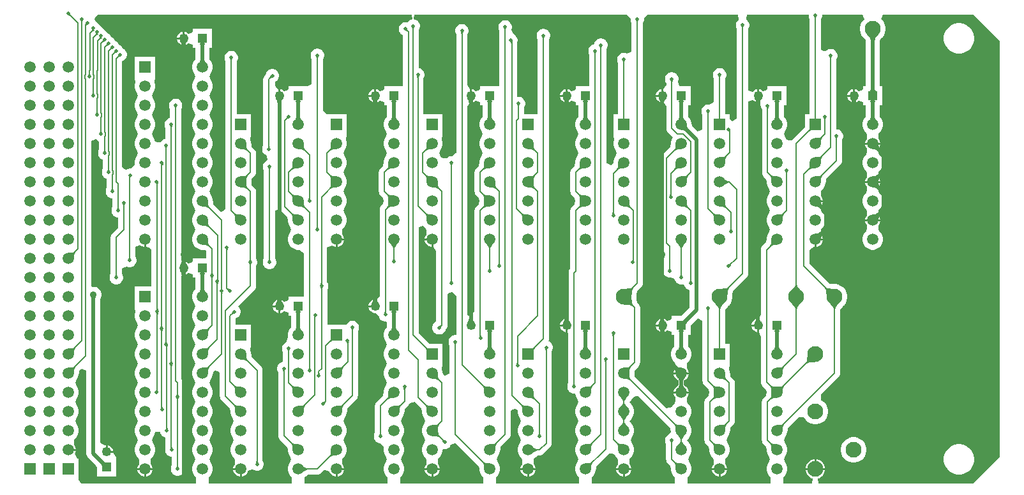
<source format=gtl>
G04*
G04 #@! TF.GenerationSoftware,Altium Limited,Altium Designer,21.9.1 (22)*
G04*
G04 Layer_Physical_Order=1*
G04 Layer_Color=255*
%FSLAX25Y25*%
%MOIN*%
G70*
G04*
G04 #@! TF.SameCoordinates,F4552E80-0320-46C3-87D5-3CB50851CFD0*
G04*
G04*
G04 #@! TF.FilePolarity,Positive*
G04*
G01*
G75*
%ADD12C,0.00800*%
%ADD25C,0.02000*%
%ADD26C,0.08268*%
%ADD27C,0.04921*%
%ADD28R,0.04921X0.04921*%
%ADD29R,0.05906X0.05906*%
%ADD30C,0.05906*%
%ADD31C,0.05906*%
%ADD32R,0.05906X0.05906*%
%ADD33R,0.04921X0.04921*%
%ADD34C,0.05000*%
%ADD35C,0.02000*%
%ADD36C,0.03500*%
G36*
X131003Y357907D02*
X131013Y357824D01*
X131030Y357743D01*
X131055Y357664D01*
X131087Y357585D01*
X131126Y357508D01*
X131172Y357432D01*
X131226Y357357D01*
X131287Y357283D01*
X131355Y357210D01*
X130789Y356645D01*
X130717Y356713D01*
X130643Y356774D01*
X130568Y356828D01*
X130492Y356874D01*
X130415Y356913D01*
X130336Y356945D01*
X130257Y356970D01*
X130176Y356987D01*
X130093Y356997D01*
X130010Y357000D01*
X131000Y357990D01*
X131003Y357907D01*
D02*
G37*
G36*
X520643Y356225D02*
X520592Y356160D01*
X520547Y356090D01*
X520508Y356016D01*
X520475Y355938D01*
X520448Y355856D01*
X520427Y355769D01*
X520412Y355678D01*
X520403Y355583D01*
X520400Y355484D01*
X519600D01*
X519597Y355583D01*
X519588Y355678D01*
X519573Y355769D01*
X519552Y355856D01*
X519525Y355938D01*
X519492Y356016D01*
X519453Y356090D01*
X519408Y356160D01*
X519357Y356225D01*
X519300Y356286D01*
X520700D01*
X520643Y356225D01*
D02*
G37*
G36*
X427643Y354225D02*
X427592Y354160D01*
X427547Y354090D01*
X427508Y354016D01*
X427475Y353938D01*
X427448Y353856D01*
X427427Y353769D01*
X427412Y353678D01*
X427403Y353583D01*
X427400Y353484D01*
X426600D01*
X426597Y353583D01*
X426588Y353678D01*
X426573Y353769D01*
X426552Y353856D01*
X426525Y353938D01*
X426492Y354016D01*
X426453Y354090D01*
X426408Y354160D01*
X426357Y354225D01*
X426300Y354286D01*
X427700D01*
X427643Y354225D01*
D02*
G37*
G36*
X137643D02*
X137592Y354160D01*
X137547Y354090D01*
X137508Y354016D01*
X137475Y353938D01*
X137448Y353856D01*
X137427Y353769D01*
X137412Y353678D01*
X137403Y353583D01*
X137400Y353484D01*
X136600D01*
X136597Y353583D01*
X136588Y353678D01*
X136573Y353769D01*
X136552Y353856D01*
X136525Y353938D01*
X136492Y354016D01*
X136453Y354090D01*
X136408Y354160D01*
X136357Y354225D01*
X136300Y354286D01*
X137700D01*
X137643Y354225D01*
D02*
G37*
G36*
X309539Y355000D02*
X308649Y354762D01*
X307851Y354301D01*
X307199Y353649D01*
X307026Y353349D01*
X306461Y353500D01*
X305539D01*
X304649Y353261D01*
X303851Y352801D01*
X303199Y352149D01*
X302738Y351351D01*
X302500Y350461D01*
Y349539D01*
X302738Y348649D01*
X303199Y347851D01*
X303851Y347199D01*
X304575Y346781D01*
Y319961D01*
X295039D01*
Y318415D01*
X294132Y317861D01*
X292539Y317512D01*
X292282Y317769D01*
X291493Y318225D01*
X290657Y318449D01*
Y315000D01*
Y313243D01*
X291880D01*
X291743Y313096D01*
X291620Y312937D01*
X291512Y312768D01*
X291418Y312588D01*
X291338Y312397D01*
X291273Y312195D01*
X291223Y311981D01*
X291186Y311757D01*
X291180Y311691D01*
X291493Y311775D01*
X292282Y312231D01*
X292539Y312488D01*
X294132Y312139D01*
X295039Y311585D01*
Y310039D01*
X296470D01*
Y304719D01*
X296453Y304648D01*
X296446Y304475D01*
X296439Y304412D01*
X296428Y304359D01*
X296414Y304311D01*
X296395Y304263D01*
X296371Y304213D01*
X296337Y304155D01*
X296290Y304090D01*
X296228Y304014D01*
X296088Y303868D01*
X295970Y303681D01*
X295637Y303348D01*
X294919Y302105D01*
X294547Y300718D01*
Y299282D01*
X294919Y297895D01*
X295637Y296652D01*
X296370Y295000D01*
X295637Y293348D01*
X294919Y292105D01*
X294547Y290718D01*
Y289282D01*
X294919Y287895D01*
X295637Y286652D01*
X296370Y285000D01*
X295637Y283348D01*
X294919Y282105D01*
X294547Y280718D01*
Y280223D01*
X294498Y279984D01*
X294496Y279601D01*
X294459Y278953D01*
X294434Y278758D01*
X294404Y278595D01*
X294386Y278523D01*
X292932Y277068D01*
X292467Y276463D01*
X292175Y275757D01*
X292075Y275000D01*
Y265000D01*
X292175Y264243D01*
X292467Y263538D01*
X292932Y262932D01*
X294386Y261477D01*
X294404Y261405D01*
X294434Y261242D01*
X294459Y261047D01*
X294496Y260399D01*
X294498Y260016D01*
X294502Y260000D01*
X294498Y259984D01*
X294496Y259601D01*
X294459Y258953D01*
X294434Y258758D01*
X294404Y258595D01*
X294386Y258523D01*
X293432Y257568D01*
X292967Y256962D01*
X292675Y256257D01*
X292575Y255500D01*
Y210412D01*
X292477Y210214D01*
X290894Y208725D01*
X291158D01*
X291165Y208478D01*
X291186Y208243D01*
X291223Y208019D01*
X291273Y207805D01*
X291338Y207603D01*
X291418Y207412D01*
X291512Y207232D01*
X291620Y207063D01*
X291743Y206904D01*
X291880Y206757D01*
X290657D01*
Y205000D01*
X290158D01*
Y204500D01*
X286709D01*
X286933Y203664D01*
X287388Y202875D01*
X288033Y202231D01*
X288822Y201775D01*
X289702Y201539D01*
X290779Y201315D01*
X292197Y199404D01*
X292238Y199249D01*
X292699Y198451D01*
X293351Y197799D01*
X294149Y197338D01*
X295039Y197100D01*
X295961D01*
X296470Y196709D01*
Y194719D01*
X296453Y194649D01*
X296446Y194475D01*
X296439Y194412D01*
X296428Y194359D01*
X296414Y194311D01*
X296395Y194263D01*
X296371Y194213D01*
X296337Y194156D01*
X296290Y194090D01*
X296228Y194014D01*
X296088Y193868D01*
X295970Y193682D01*
X295637Y193348D01*
X294919Y192105D01*
X294547Y190718D01*
Y189282D01*
X294919Y187895D01*
X295637Y186652D01*
X296370Y185000D01*
X295637Y183348D01*
X294919Y182105D01*
X294547Y180718D01*
Y179282D01*
X294919Y177895D01*
X295637Y176652D01*
X296370Y175000D01*
X295637Y173348D01*
X294919Y172105D01*
X294547Y170718D01*
Y169282D01*
X294919Y167895D01*
X295637Y166652D01*
X296370Y165000D01*
X295637Y163348D01*
X294919Y162105D01*
X294547Y160718D01*
Y160222D01*
X294498Y159984D01*
X294496Y159601D01*
X294459Y158953D01*
X294434Y158758D01*
X294404Y158595D01*
X294386Y158523D01*
X290932Y155068D01*
X290467Y154463D01*
X290175Y153757D01*
X290075Y153000D01*
Y138934D01*
X289738Y138351D01*
X289500Y137461D01*
Y136539D01*
X289738Y135649D01*
X290199Y134851D01*
X290851Y134199D01*
X291649Y133739D01*
X292539Y133500D01*
X292838D01*
X293408Y133117D01*
X294110Y132304D01*
X294687Y131240D01*
X294547Y130718D01*
Y129282D01*
X294919Y127895D01*
X295637Y126652D01*
X296370Y125000D01*
X295637Y123348D01*
X294919Y122105D01*
X294547Y120718D01*
Y119282D01*
X294919Y117895D01*
X295637Y116652D01*
X296652Y115637D01*
X296533Y112869D01*
X296340Y112549D01*
X253660D01*
X253467Y112869D01*
X253348Y115637D01*
X253698Y115987D01*
X253902Y116121D01*
X254174Y116391D01*
X254659Y116822D01*
X254814Y116943D01*
X254950Y117037D01*
X255014Y117075D01*
X260000D01*
X260757Y117175D01*
X261462Y117467D01*
X262068Y117932D01*
X263567Y119431D01*
X264131Y119442D01*
X266281Y118608D01*
X266317Y118474D01*
X266837Y117573D01*
X267573Y116837D01*
X268474Y116317D01*
X269480Y116047D01*
X269500D01*
Y120000D01*
X270000D01*
Y120500D01*
X273953D01*
Y120520D01*
X273683Y121526D01*
X273163Y122427D01*
X272941Y122649D01*
X272899Y122763D01*
X272967Y124756D01*
X273245Y125577D01*
X273348Y125637D01*
X274363Y126652D01*
X275081Y127895D01*
X275453Y129282D01*
Y130718D01*
X275081Y132105D01*
X274363Y133348D01*
X273630Y135000D01*
X274363Y136652D01*
X275081Y137895D01*
X275453Y139282D01*
Y140718D01*
X275081Y142105D01*
X274363Y143348D01*
X273630Y145000D01*
X274363Y146652D01*
X275081Y147895D01*
X275453Y149282D01*
Y149777D01*
X275501Y150016D01*
X275503Y150399D01*
X275541Y151047D01*
X275566Y151242D01*
X275596Y151405D01*
X275614Y151477D01*
X280368Y156232D01*
X280833Y156837D01*
X281125Y157543D01*
X281225Y158300D01*
Y192066D01*
X281561Y192649D01*
X281800Y193539D01*
Y194461D01*
X281561Y195351D01*
X281101Y196149D01*
X280449Y196801D01*
X279651Y197262D01*
X278761Y197500D01*
X277839D01*
X276949Y197262D01*
X276151Y196801D01*
X275499Y196149D01*
X275097Y195453D01*
X265225D01*
Y213666D01*
X265562Y214249D01*
X265800Y215139D01*
Y216061D01*
X265562Y216951D01*
X265125Y217707D01*
Y235749D01*
X267573Y236837D01*
X268474Y236317D01*
X269480Y236047D01*
X269500D01*
Y240000D01*
X270000D01*
Y240500D01*
X273953D01*
Y240520D01*
X273683Y241526D01*
X273163Y242427D01*
X272941Y242649D01*
X272899Y242763D01*
X272967Y244756D01*
X273245Y245577D01*
X273348Y245637D01*
X274363Y246652D01*
X275081Y247895D01*
X275453Y249282D01*
Y250718D01*
X275081Y252105D01*
X274363Y253348D01*
X273630Y255000D01*
X274363Y256652D01*
X275081Y257895D01*
X275453Y259282D01*
Y260718D01*
X275081Y262105D01*
X274363Y263348D01*
X273630Y265000D01*
X274363Y266652D01*
X275081Y267895D01*
X275453Y269282D01*
Y270718D01*
X275081Y272105D01*
X274363Y273348D01*
X273630Y275000D01*
X274363Y276652D01*
X275081Y277895D01*
X275453Y279282D01*
Y280718D01*
X275081Y282105D01*
X274363Y283348D01*
X273630Y285000D01*
X274363Y286652D01*
X275081Y287895D01*
X275453Y289282D01*
Y290718D01*
X275081Y292105D01*
X275453Y294547D01*
X275453Y294547D01*
Y305453D01*
X264547D01*
X262925Y307281D01*
Y334266D01*
X263262Y334849D01*
X263500Y335739D01*
Y336661D01*
X263262Y337551D01*
X262801Y338349D01*
X262149Y339001D01*
X261351Y339461D01*
X260461Y339700D01*
X259539D01*
X258649Y339461D01*
X257851Y339001D01*
X257199Y338349D01*
X256738Y337551D01*
X256500Y336661D01*
Y335739D01*
X256738Y334849D01*
X257075Y334266D01*
Y320892D01*
X254961Y319961D01*
Y319961D01*
X245039D01*
Y318415D01*
X244132Y317861D01*
X242539Y317512D01*
X242282Y317769D01*
X241493Y318225D01*
X240657Y318449D01*
Y315000D01*
X239657D01*
Y318498D01*
X238163Y319763D01*
X238033Y320724D01*
X238122Y322387D01*
X238629Y322679D01*
X239281Y323331D01*
X239741Y324129D01*
X239980Y325019D01*
Y325941D01*
X239741Y326831D01*
X239281Y327629D01*
X238629Y328281D01*
X237831Y328741D01*
X236941Y328980D01*
X236019D01*
X235129Y328741D01*
X234331Y328281D01*
X233679Y327629D01*
X233218Y326831D01*
X233044Y326181D01*
X232632Y325768D01*
X232167Y325163D01*
X231875Y324457D01*
X231775Y323700D01*
Y289134D01*
X231438Y288551D01*
X231200Y287661D01*
Y286739D01*
X231438Y285849D01*
X231899Y285051D01*
X232551Y284399D01*
X233349Y283939D01*
X233665Y283854D01*
X233878Y281323D01*
X233649Y281261D01*
X232851Y280801D01*
X232199Y280149D01*
X231738Y279351D01*
X231500Y278461D01*
Y277539D01*
X231738Y276649D01*
X232075Y276066D01*
Y229934D01*
X231738Y229351D01*
X231500Y228461D01*
Y227539D01*
X231738Y226649D01*
X232199Y225851D01*
X232851Y225199D01*
X233649Y224739D01*
X234539Y224500D01*
X235461D01*
X236351Y224739D01*
X237149Y225199D01*
X237801Y225851D01*
X238262Y226649D01*
X238500Y227539D01*
Y228461D01*
X238262Y229351D01*
X237925Y229934D01*
Y255141D01*
X240425Y255639D01*
X240467Y255538D01*
X240932Y254932D01*
X244386Y251477D01*
X244404Y251405D01*
X244434Y251242D01*
X244459Y251047D01*
X244496Y250399D01*
X244498Y250016D01*
X244547Y249778D01*
Y249282D01*
X244919Y247895D01*
X245637Y246652D01*
X246370Y245000D01*
X245637Y243348D01*
X244919Y242105D01*
X244547Y240718D01*
Y239282D01*
X244919Y237895D01*
X245637Y236652D01*
X246652Y235637D01*
X247895Y234919D01*
X249282Y234547D01*
X250718D01*
X253075Y232752D01*
Y209961D01*
X245039D01*
Y208415D01*
X244132Y207861D01*
X242539Y207512D01*
X242282Y207769D01*
X241493Y208225D01*
X241180Y208309D01*
X241186Y208243D01*
X241223Y208019D01*
X241273Y207805D01*
X241338Y207603D01*
X241418Y207412D01*
X241512Y207232D01*
X241620Y207063D01*
X241743Y206904D01*
X241880Y206757D01*
X240657D01*
Y205000D01*
Y201551D01*
X241493Y201775D01*
X242282Y202231D01*
X242539Y202488D01*
X244132Y202139D01*
X245039Y201585D01*
Y200039D01*
X246470D01*
Y194719D01*
X246453Y194649D01*
X246446Y194475D01*
X246439Y194412D01*
X246428Y194359D01*
X246414Y194311D01*
X246395Y194263D01*
X246371Y194213D01*
X246337Y194156D01*
X246290Y194090D01*
X246228Y194014D01*
X246088Y193868D01*
X245970Y193682D01*
X245637Y193348D01*
X244919Y192105D01*
X244547Y190718D01*
Y189282D01*
X244623Y189000D01*
X244611Y188658D01*
X243831Y186716D01*
X243144Y185970D01*
X242851Y185801D01*
X242199Y185149D01*
X241739Y184351D01*
X241500Y183461D01*
Y182539D01*
X241739Y181649D01*
X242075Y181066D01*
Y176000D01*
X242039D01*
X241149Y175761D01*
X240351Y175301D01*
X239699Y174649D01*
X239239Y173851D01*
X239000Y172961D01*
Y172039D01*
X239239Y171149D01*
X239575Y170566D01*
Y137500D01*
X239675Y136743D01*
X239967Y136038D01*
X240432Y135432D01*
X244386Y131477D01*
X244404Y131405D01*
X244434Y131242D01*
X244459Y131047D01*
X244496Y130399D01*
X244498Y130016D01*
X244547Y129778D01*
Y129282D01*
X244919Y127895D01*
X245637Y126652D01*
X246370Y125000D01*
X245637Y123348D01*
X244919Y122105D01*
X244547Y120718D01*
Y119282D01*
X244919Y117895D01*
X245637Y116652D01*
X246652Y115637D01*
X246533Y112869D01*
X246340Y112549D01*
X203660D01*
X203467Y112869D01*
X203348Y115637D01*
X204363Y116652D01*
X205081Y117895D01*
X205453Y119282D01*
Y120718D01*
X205081Y122105D01*
X204363Y123348D01*
X203630Y125000D01*
X204363Y126652D01*
X205081Y127895D01*
X205453Y129282D01*
Y130718D01*
X205081Y132105D01*
X204363Y133348D01*
X203630Y135000D01*
X204363Y136652D01*
X205081Y137895D01*
X205453Y139282D01*
Y140718D01*
X205081Y142105D01*
X204363Y143348D01*
X203630Y145000D01*
X204363Y146652D01*
X205081Y147895D01*
X205453Y149282D01*
Y150718D01*
X205081Y152105D01*
X204363Y153348D01*
X203630Y155000D01*
X204363Y156652D01*
X205081Y157895D01*
X205453Y159282D01*
Y160718D01*
X205081Y162105D01*
X204363Y163348D01*
X203630Y165000D01*
X204363Y166652D01*
X205081Y167895D01*
X205453Y169282D01*
Y169778D01*
X205502Y170016D01*
X205504Y170399D01*
X205516Y170612D01*
X206575Y171493D01*
X208243Y171019D01*
X209075Y170185D01*
Y158000D01*
X209175Y157243D01*
X209467Y156537D01*
X209932Y155932D01*
X214386Y151477D01*
X214404Y151405D01*
X214434Y151242D01*
X214459Y151047D01*
X214496Y150399D01*
X214498Y150016D01*
X214547Y149777D01*
Y149282D01*
X214919Y147895D01*
X215637Y146652D01*
X216370Y145000D01*
X215637Y143348D01*
X214919Y142105D01*
X214547Y140718D01*
Y139282D01*
X214919Y137895D01*
X215637Y136652D01*
X216370Y135000D01*
X215637Y133348D01*
X214919Y132105D01*
X214547Y130718D01*
Y129282D01*
X214919Y127895D01*
X215637Y126652D01*
X216652Y125637D01*
X216755Y125577D01*
X217033Y124756D01*
X217101Y122763D01*
X217059Y122649D01*
X216837Y122427D01*
X216317Y121526D01*
X216047Y120520D01*
Y120500D01*
X220000D01*
Y120000D01*
X220500D01*
Y116047D01*
X220520D01*
X221526Y116317D01*
X222427Y116837D01*
X223163Y117573D01*
X223683Y118474D01*
X223797Y118899D01*
X223809Y118908D01*
X225801Y119649D01*
X226351Y119699D01*
X227149Y119238D01*
X228039Y119000D01*
X228961D01*
X229851Y119238D01*
X230649Y119699D01*
X231301Y120351D01*
X231762Y121149D01*
X232000Y122039D01*
Y122961D01*
X231762Y123851D01*
X231425Y124434D01*
Y171500D01*
X231325Y172257D01*
X231033Y172962D01*
X230568Y173568D01*
X225614Y178523D01*
X225596Y178595D01*
X225566Y178758D01*
X225541Y178953D01*
X225503Y179601D01*
X225501Y179984D01*
X225453Y180222D01*
Y180718D01*
X225081Y182105D01*
X225453Y184547D01*
X225453Y184547D01*
Y195453D01*
X217325D01*
Y198688D01*
X217474Y198838D01*
X217851Y198939D01*
X218649Y199399D01*
X219301Y200051D01*
X219761Y200849D01*
X220000Y201739D01*
Y202661D01*
X219761Y203551D01*
X219301Y204349D01*
X218649Y205001D01*
X218636Y205099D01*
X227068Y213532D01*
X227533Y214138D01*
X227825Y214843D01*
X227925Y215600D01*
Y226066D01*
X228261Y226649D01*
X228500Y227539D01*
Y228461D01*
X228261Y229351D01*
X227925Y229934D01*
Y265000D01*
X227825Y265757D01*
X227533Y266462D01*
X227068Y267068D01*
X225614Y268523D01*
X225596Y268595D01*
X225566Y268758D01*
X225541Y268953D01*
X225503Y269601D01*
X225501Y269984D01*
X225498Y270000D01*
X225501Y270016D01*
X225503Y270399D01*
X225541Y271047D01*
X225566Y271242D01*
X225596Y271405D01*
X225614Y271477D01*
X227068Y272932D01*
X227533Y273537D01*
X227825Y274243D01*
X227925Y275000D01*
Y285000D01*
X227825Y285757D01*
X227533Y286462D01*
X227068Y287068D01*
X225614Y288523D01*
X225596Y288595D01*
X225566Y288758D01*
X225541Y288953D01*
X225503Y289601D01*
X225501Y289984D01*
X225453Y290223D01*
Y290718D01*
X225081Y292105D01*
X225453Y294547D01*
X225453Y294547D01*
Y305453D01*
X217925D01*
Y333066D01*
X218262Y333649D01*
X218500Y334539D01*
Y335461D01*
X218262Y336351D01*
X217801Y337149D01*
X217149Y337801D01*
X216351Y338262D01*
X215461Y338500D01*
X214539D01*
X213649Y338262D01*
X212851Y337801D01*
X212199Y337149D01*
X211738Y336351D01*
X211500Y335461D01*
Y334539D01*
X211738Y333649D01*
X212075Y333066D01*
Y255597D01*
X210650Y254722D01*
X209617Y254520D01*
X205614Y258523D01*
X205596Y258595D01*
X205566Y258758D01*
X205541Y258953D01*
X205504Y259601D01*
X205502Y259984D01*
X205453Y260223D01*
Y260718D01*
X205081Y262105D01*
X204363Y263348D01*
X203630Y265000D01*
X204363Y266652D01*
X205081Y267895D01*
X205453Y269282D01*
Y270718D01*
X205081Y272105D01*
X204363Y273348D01*
X203630Y275000D01*
X204363Y276652D01*
X205081Y277895D01*
X205453Y279282D01*
Y280718D01*
X205081Y282105D01*
X204363Y283348D01*
X203630Y285000D01*
X204363Y286652D01*
X205081Y287895D01*
X205453Y289282D01*
Y290718D01*
X205081Y292105D01*
X204363Y293348D01*
X203630Y295000D01*
X204363Y296652D01*
X205081Y297895D01*
X205453Y299282D01*
Y300718D01*
X205081Y302105D01*
X204363Y303348D01*
X203630Y305000D01*
X204363Y306652D01*
X205081Y307895D01*
X205453Y309282D01*
Y310718D01*
X205081Y312105D01*
X204363Y313348D01*
X203630Y315000D01*
X204363Y316652D01*
X205081Y317895D01*
X205453Y319282D01*
Y320718D01*
X205081Y322105D01*
X204363Y323348D01*
X203630Y325000D01*
X204363Y326652D01*
X205081Y327895D01*
X205453Y329282D01*
Y330718D01*
X205081Y332105D01*
X204363Y333348D01*
X204030Y333682D01*
X203912Y333868D01*
X203772Y334014D01*
X203710Y334090D01*
X203663Y334156D01*
X203629Y334213D01*
X203605Y334263D01*
X203586Y334311D01*
X203572Y334359D01*
X203561Y334412D01*
X203554Y334475D01*
X203547Y334648D01*
X203530Y334719D01*
Y340039D01*
X204961D01*
Y349961D01*
X195039D01*
Y348415D01*
X194132Y347861D01*
X192539Y347512D01*
X192282Y347769D01*
X191493Y348225D01*
X190657Y348449D01*
Y345000D01*
Y343243D01*
X191880D01*
X191743Y343096D01*
X191620Y342937D01*
X191511Y342768D01*
X191418Y342588D01*
X191338Y342397D01*
X191273Y342195D01*
X191223Y341981D01*
X191186Y341757D01*
X191180Y341691D01*
X191493Y341775D01*
X192282Y342231D01*
X192539Y342488D01*
X194132Y342139D01*
X195039Y341585D01*
Y340039D01*
X196470D01*
Y334719D01*
X196453Y334648D01*
X196446Y334475D01*
X196439Y334412D01*
X196428Y334359D01*
X196414Y334311D01*
X196395Y334263D01*
X196371Y334213D01*
X196337Y334156D01*
X196291Y334090D01*
X196228Y334014D01*
X196088Y333868D01*
X195970Y333682D01*
X195637Y333348D01*
X194919Y332105D01*
X194547Y330718D01*
Y329282D01*
X194919Y327895D01*
X195637Y326652D01*
X196370Y325000D01*
X195637Y323348D01*
X194919Y322105D01*
X194547Y320718D01*
Y319282D01*
X194919Y317895D01*
X195637Y316652D01*
X196370Y315000D01*
X195637Y313348D01*
X194919Y312105D01*
X194547Y310718D01*
Y309282D01*
X194919Y307895D01*
X195637Y306652D01*
X196370Y305000D01*
X195637Y303348D01*
X194919Y302105D01*
X194547Y300718D01*
Y299282D01*
X194919Y297895D01*
X195637Y296652D01*
X196370Y295000D01*
X195637Y293348D01*
X194919Y292105D01*
X194547Y290718D01*
Y289282D01*
X194919Y287895D01*
X195637Y286652D01*
X196370Y285000D01*
X195637Y283348D01*
X194919Y282105D01*
X194547Y280718D01*
Y279282D01*
X194919Y277895D01*
X195637Y276652D01*
X196370Y275000D01*
X195637Y273348D01*
X194919Y272105D01*
X194547Y270718D01*
Y269282D01*
X194919Y267895D01*
X195637Y266652D01*
X196370Y265000D01*
X195637Y263348D01*
X194919Y262105D01*
X194547Y260718D01*
Y259282D01*
X194919Y257895D01*
X195637Y256652D01*
X196370Y255000D01*
X195637Y253348D01*
X194919Y252105D01*
X194547Y250718D01*
Y249282D01*
X194919Y247895D01*
X195637Y246652D01*
X196370Y245000D01*
X195637Y243348D01*
X194919Y242105D01*
X194547Y240718D01*
Y239282D01*
X194919Y237895D01*
X195637Y236652D01*
X196652Y235637D01*
X197895Y234919D01*
X199282Y234547D01*
X199777D01*
X200016Y234499D01*
X200399Y234496D01*
X201047Y234459D01*
X201242Y234434D01*
X201405Y234404D01*
X201477Y234386D01*
X202075Y233788D01*
Y229961D01*
X195039D01*
Y228415D01*
X194132Y227861D01*
X192539Y227512D01*
X192282Y227769D01*
X191493Y228225D01*
X191180Y228309D01*
X191186Y228243D01*
X191223Y228019D01*
X191273Y227805D01*
X191338Y227603D01*
X191418Y227412D01*
X191511Y227232D01*
X191620Y227063D01*
X191743Y226904D01*
X191880Y226757D01*
X190657D01*
Y225000D01*
Y223243D01*
X191880D01*
X191743Y223096D01*
X191620Y222937D01*
X191511Y222768D01*
X191418Y222588D01*
X191338Y222397D01*
X191273Y222195D01*
X191223Y221981D01*
X191186Y221757D01*
X191180Y221691D01*
X191493Y221775D01*
X192282Y222231D01*
X192539Y222488D01*
X194132Y222139D01*
X195039Y221585D01*
Y220039D01*
X196470D01*
Y214719D01*
X196453Y214649D01*
X196446Y214475D01*
X196439Y214412D01*
X196428Y214359D01*
X196414Y214311D01*
X196395Y214263D01*
X196371Y214213D01*
X196337Y214156D01*
X196291Y214090D01*
X196228Y214014D01*
X196088Y213867D01*
X195970Y213682D01*
X195637Y213348D01*
X194919Y212105D01*
X194547Y210718D01*
Y209282D01*
X194919Y207895D01*
X195637Y206652D01*
X196370Y205000D01*
X195637Y203348D01*
X194919Y202105D01*
X194547Y200718D01*
Y199282D01*
X194919Y197895D01*
X195637Y196652D01*
X196370Y195000D01*
X195637Y193348D01*
X194919Y192105D01*
X194547Y190718D01*
Y189282D01*
X194919Y187895D01*
X195637Y186652D01*
X196370Y185000D01*
X195637Y183348D01*
X194919Y182105D01*
X194547Y180718D01*
Y179282D01*
X194919Y177895D01*
X195637Y176652D01*
X196370Y175000D01*
X195637Y173348D01*
X194919Y172105D01*
X194547Y170718D01*
Y169282D01*
X194919Y167895D01*
X195637Y166652D01*
X196370Y165000D01*
X195637Y163348D01*
X194919Y162105D01*
X194547Y160718D01*
Y159282D01*
X194919Y157895D01*
X195637Y156652D01*
X196370Y155000D01*
X195637Y153348D01*
X194919Y152105D01*
X194547Y150718D01*
Y149282D01*
X194919Y147895D01*
X195637Y146652D01*
X196370Y145000D01*
X195637Y143348D01*
X194919Y142105D01*
X194547Y140718D01*
Y139282D01*
X194919Y137895D01*
X195637Y136652D01*
X196370Y135000D01*
X195637Y133348D01*
X194919Y132105D01*
X194547Y130718D01*
Y129282D01*
X194919Y127895D01*
X195637Y126652D01*
X196370Y125000D01*
X195637Y123348D01*
X194919Y122105D01*
X194547Y120718D01*
Y119282D01*
X194919Y117895D01*
X195637Y116652D01*
X196652Y115637D01*
X196533Y112869D01*
X196339Y112549D01*
X136664D01*
X135453Y114547D01*
X135453Y115049D01*
Y125453D01*
X134578D01*
X133830Y126574D01*
X133382Y127953D01*
X133683Y128474D01*
X133953Y129480D01*
Y129500D01*
X130000D01*
Y130500D01*
X133953D01*
Y130520D01*
X133683Y131526D01*
X133163Y132427D01*
X132941Y132649D01*
X132899Y132763D01*
X132967Y134756D01*
X133245Y135577D01*
X133348Y135637D01*
X134363Y136652D01*
X135081Y137895D01*
X135453Y139282D01*
Y140718D01*
X135081Y142105D01*
X134363Y143348D01*
X133631Y145000D01*
X134363Y146652D01*
X135081Y147895D01*
X135453Y149282D01*
Y150718D01*
X135081Y152105D01*
X134363Y153348D01*
X133631Y155000D01*
X134363Y156652D01*
X135081Y157895D01*
X135453Y159282D01*
Y160718D01*
X135081Y162105D01*
X134363Y163348D01*
X133631Y165000D01*
X134363Y166652D01*
X135081Y167895D01*
X135453Y169282D01*
Y169778D01*
X135502Y170017D01*
X135503Y170399D01*
X135541Y171047D01*
X135566Y171242D01*
X135583Y171335D01*
X136659Y172105D01*
X137109Y172402D01*
X139470Y171279D01*
Y128063D01*
X139590Y127149D01*
X139943Y126298D01*
X140504Y125567D01*
X144231Y121839D01*
X144270Y121776D01*
X144945Y121051D01*
X145039Y120932D01*
Y120809D01*
X145014Y120683D01*
X145039Y120558D01*
Y116102D01*
X154961D01*
Y126024D01*
X154961D01*
X153737Y128017D01*
X153487Y128437D01*
X150000D01*
Y128937D01*
X149500D01*
Y132386D01*
X149030Y132260D01*
X147674Y132898D01*
X146530Y133748D01*
Y208322D01*
X146548Y208403D01*
X146553Y208604D01*
X146960Y209310D01*
X147250Y210390D01*
Y211509D01*
X146960Y212590D01*
X146401Y213560D01*
X145610Y214351D01*
X144640Y214910D01*
X143560Y215200D01*
X142440D01*
X141925Y215596D01*
Y291482D01*
X144170Y292405D01*
X146075Y290908D01*
Y286934D01*
X145738Y286351D01*
X145500Y285461D01*
Y284539D01*
X145738Y283649D01*
X146199Y282851D01*
X146851Y282199D01*
X147649Y281738D01*
X148075Y281624D01*
Y276934D01*
X147739Y276351D01*
X147500Y275461D01*
Y274539D01*
X147739Y273649D01*
X148199Y272851D01*
X148851Y272199D01*
X149649Y271739D01*
X150075Y271624D01*
Y266934D01*
X149739Y266351D01*
X149500Y265461D01*
Y264539D01*
X149739Y263649D01*
X150199Y262851D01*
X150851Y262199D01*
X151649Y261738D01*
X152539Y261500D01*
X153075D01*
Y256934D01*
X152738Y256351D01*
X152500Y255461D01*
Y254539D01*
X152738Y253649D01*
X153199Y252851D01*
X153851Y252199D01*
X154649Y251739D01*
X155539Y251500D01*
X156075D01*
Y246212D01*
X152932Y243068D01*
X152467Y242462D01*
X152175Y241757D01*
X152075Y241000D01*
Y221934D01*
X151739Y221351D01*
X151500Y220461D01*
Y219539D01*
X151739Y218649D01*
X152199Y217851D01*
X152851Y217199D01*
X153649Y216739D01*
X154539Y216500D01*
X155461D01*
X156351Y216739D01*
X157149Y217199D01*
X157801Y217851D01*
X158262Y218649D01*
X158500Y219539D01*
Y220461D01*
X158262Y221351D01*
X157925Y221934D01*
Y224590D01*
X158641Y225188D01*
X160425Y225868D01*
X160649Y225739D01*
X161539Y225500D01*
X162461D01*
X163351Y225739D01*
X164149Y226199D01*
X164801Y226851D01*
X165261Y227649D01*
X165500Y228539D01*
Y229461D01*
X165261Y230351D01*
X164925Y230934D01*
Y236129D01*
X164983Y236173D01*
X167425Y236985D01*
X167573Y236837D01*
X168474Y236317D01*
X169480Y236047D01*
X169500D01*
Y240000D01*
X170500D01*
Y236047D01*
X170520D01*
X170975Y236169D01*
X172603Y235343D01*
X173475Y234555D01*
Y215453D01*
X164547D01*
Y204547D01*
X164547D01*
X164919Y202105D01*
X164547Y200718D01*
Y199282D01*
X164919Y197895D01*
X165637Y196652D01*
X166369Y195000D01*
X165637Y193348D01*
X164919Y192105D01*
X164547Y190718D01*
Y189282D01*
X164919Y187895D01*
X165637Y186652D01*
X166369Y185000D01*
X165637Y183348D01*
X164919Y182105D01*
X164547Y180718D01*
Y179282D01*
X164919Y177895D01*
X165637Y176652D01*
X166369Y175000D01*
X165637Y173348D01*
X164919Y172105D01*
X164547Y170718D01*
Y169282D01*
X164919Y167895D01*
X165637Y166652D01*
X166369Y165000D01*
X165637Y163348D01*
X164919Y162105D01*
X164547Y160718D01*
Y159282D01*
X164919Y157895D01*
X165637Y156652D01*
X166369Y155000D01*
X165637Y153348D01*
X164919Y152105D01*
X164547Y150718D01*
Y149282D01*
X164919Y147895D01*
X165637Y146652D01*
X166369Y145000D01*
X165637Y143348D01*
X164919Y142105D01*
X164547Y140718D01*
Y139282D01*
X164919Y137895D01*
X165637Y136652D01*
X166369Y135000D01*
X165637Y133348D01*
X164919Y132105D01*
X164547Y130718D01*
Y129282D01*
X164919Y127895D01*
X165637Y126652D01*
X166652Y125637D01*
X166755Y125577D01*
X167033Y124756D01*
X167101Y122763D01*
X167059Y122649D01*
X166837Y122427D01*
X166317Y121526D01*
X166047Y120520D01*
Y120500D01*
X173953D01*
Y120520D01*
X173683Y121526D01*
X173163Y122427D01*
X172941Y122649D01*
X172899Y122763D01*
X172967Y124756D01*
X173245Y125577D01*
X173348Y125637D01*
X174363Y126652D01*
X175081Y127895D01*
X175453Y129282D01*
Y130718D01*
X175081Y132105D01*
X174363Y133348D01*
X173630Y135000D01*
X174363Y136652D01*
X175081Y137895D01*
X175453Y139282D01*
Y139412D01*
X177900Y139539D01*
X178138Y138649D01*
X178599Y137851D01*
X179251Y137199D01*
X180049Y136739D01*
X180775Y136544D01*
Y131533D01*
X180755Y131455D01*
X180760Y131422D01*
X180757Y131412D01*
X180754Y131378D01*
X180738Y131351D01*
X180500Y130461D01*
Y129539D01*
X180738Y128649D01*
X181199Y127851D01*
X181851Y127199D01*
X182649Y126739D01*
X183539Y126500D01*
X184075D01*
Y121934D01*
X183739Y121351D01*
X183500Y120461D01*
Y119539D01*
X183739Y118649D01*
X184199Y117851D01*
X184851Y117199D01*
X185649Y116738D01*
X186539Y116500D01*
X187461D01*
X188351Y116738D01*
X189149Y117199D01*
X189151Y117201D01*
X189157Y117486D01*
X189436D01*
X189801Y117851D01*
X190261Y118649D01*
X190500Y119539D01*
Y120461D01*
X190261Y121351D01*
X189925Y121934D01*
Y155912D01*
X190219Y156421D01*
X190457Y157311D01*
Y158232D01*
X190219Y159123D01*
X189925Y159631D01*
Y165000D01*
X189825Y165757D01*
X189533Y166463D01*
X189068Y167068D01*
X188925Y167212D01*
Y220943D01*
X189358Y221275D01*
X189157D01*
X189150Y221522D01*
X189129Y221757D01*
X189093Y221981D01*
X189042Y222195D01*
X188977Y222397D01*
X188897Y222588D01*
X188804Y222768D01*
X188695Y222937D01*
X188572Y223096D01*
X188435Y223243D01*
X189657D01*
Y225000D01*
Y226757D01*
X188435D01*
X188572Y226904D01*
X188695Y227063D01*
X188804Y227232D01*
X188897Y227412D01*
X188977Y227603D01*
X189042Y227805D01*
X189093Y228019D01*
X189129Y228243D01*
X189150Y228478D01*
X189157Y228725D01*
X189358D01*
X188925Y229057D01*
Y308066D01*
X189261Y308649D01*
X189500Y309539D01*
Y310461D01*
X189261Y311351D01*
X188801Y312149D01*
X188149Y312801D01*
X187351Y313262D01*
X186461Y313500D01*
X185539D01*
X184649Y313262D01*
X183851Y312801D01*
X183199Y312149D01*
X182738Y311351D01*
X182500Y310461D01*
Y309539D01*
X182738Y308649D01*
X183075Y308066D01*
Y303456D01*
X182349Y303261D01*
X181551Y302801D01*
X180899Y302149D01*
X180438Y301351D01*
X180200Y300461D01*
Y299539D01*
X180438Y298649D01*
X180775Y298066D01*
Y292500D01*
X180539D01*
X179649Y292262D01*
X178851Y291801D01*
X178199Y291149D01*
X177952Y290720D01*
X176498Y290699D01*
X175364Y291050D01*
X175081Y292105D01*
X174363Y293348D01*
X173630Y295000D01*
X174363Y296652D01*
X175081Y297895D01*
X175453Y299282D01*
Y300718D01*
X175081Y302105D01*
X174363Y303348D01*
X173630Y305000D01*
X174363Y306652D01*
X175081Y307895D01*
X175453Y309282D01*
Y310718D01*
X175081Y312105D01*
X174363Y313348D01*
X173630Y315000D01*
X174363Y316652D01*
X175081Y317895D01*
X175453Y319282D01*
Y320718D01*
X175081Y322105D01*
X175453Y324547D01*
X175453Y324547D01*
Y335453D01*
X164547D01*
Y324547D01*
X164547D01*
X164919Y322105D01*
X164547Y320718D01*
Y319282D01*
X164919Y317895D01*
X165637Y316652D01*
X166369Y315000D01*
X165637Y313348D01*
X164919Y312105D01*
X164547Y310718D01*
Y309282D01*
X164919Y307895D01*
X165637Y306652D01*
X166369Y305000D01*
X165637Y303348D01*
X164919Y302105D01*
X164547Y300718D01*
Y299282D01*
X164919Y297895D01*
X165637Y296652D01*
X166369Y295000D01*
X165637Y293348D01*
X164919Y292105D01*
X164547Y290718D01*
Y289282D01*
X164919Y287895D01*
X165637Y286652D01*
X166369Y285000D01*
X165637Y283348D01*
X164919Y282105D01*
X164547Y280718D01*
Y279282D01*
X164633Y278962D01*
X164578Y278837D01*
X162761Y277000D01*
X161839D01*
X160949Y276762D01*
X160425Y276459D01*
X159340Y276778D01*
X157925Y277610D01*
Y333124D01*
X158351Y333239D01*
X159149Y333699D01*
X159801Y334351D01*
X160261Y335149D01*
X160500Y336039D01*
Y336961D01*
X160261Y337851D01*
X159801Y338649D01*
X159149Y339301D01*
X158351Y339761D01*
X158296Y339776D01*
X158282Y339831D01*
X157821Y340629D01*
X157169Y341281D01*
X156371Y341741D01*
X156316Y341756D01*
X156302Y341811D01*
X155841Y342609D01*
X155189Y343261D01*
X154391Y343721D01*
X154336Y343736D01*
X154322Y343791D01*
X153861Y344589D01*
X153209Y345240D01*
X152411Y345701D01*
X152357Y345716D01*
X152342Y345771D01*
X151881Y346569D01*
X151229Y347220D01*
X150431Y347681D01*
X150377Y347696D01*
X150362Y347750D01*
X149901Y348549D01*
X149249Y349200D01*
X148451Y349661D01*
X148397Y349676D01*
X148382Y349730D01*
X147921Y350529D01*
X147270Y351180D01*
X146472Y351641D01*
X146417Y351656D01*
X146402Y351710D01*
X145941Y352508D01*
X145290Y353160D01*
X144492Y353621D01*
X143928Y354525D01*
X143728Y355078D01*
X144668Y356754D01*
X145487Y357451D01*
X309421D01*
X309539Y355000D01*
D02*
G37*
G36*
X139723Y352039D02*
X139702Y352041D01*
X139676Y352035D01*
X139645Y352021D01*
X139608Y352000D01*
X139567Y351972D01*
X139521Y351936D01*
X139412Y351841D01*
X139283Y351717D01*
X138717Y352283D01*
X138783Y352350D01*
X138972Y352567D01*
X139000Y352608D01*
X139021Y352645D01*
X139035Y352676D01*
X139041Y352702D01*
X139039Y352723D01*
X139723Y352039D01*
D02*
G37*
G36*
X482643Y351225D02*
X482592Y351160D01*
X482547Y351090D01*
X482508Y351016D01*
X482475Y350938D01*
X482448Y350856D01*
X482427Y350769D01*
X482412Y350678D01*
X482403Y350583D01*
X482400Y350483D01*
X481600D01*
X481597Y350583D01*
X481588Y350678D01*
X481573Y350769D01*
X481552Y350856D01*
X481525Y350938D01*
X481492Y351016D01*
X481453Y351090D01*
X481408Y351160D01*
X481357Y351225D01*
X481300Y351286D01*
X482700D01*
X482643Y351225D01*
D02*
G37*
G36*
X310643Y350725D02*
X310592Y350660D01*
X310547Y350590D01*
X310508Y350516D01*
X310475Y350438D01*
X310448Y350356D01*
X310427Y350269D01*
X310412Y350178D01*
X310403Y350083D01*
X310400Y349984D01*
X309600D01*
X309597Y350083D01*
X309588Y350178D01*
X309573Y350269D01*
X309552Y350356D01*
X309525Y350438D01*
X309492Y350516D01*
X309453Y350590D01*
X309408Y350660D01*
X309357Y350725D01*
X309300Y350786D01*
X310700D01*
X310643Y350725D01*
D02*
G37*
G36*
X358643Y350225D02*
X358592Y350160D01*
X358547Y350090D01*
X358508Y350016D01*
X358475Y349938D01*
X358448Y349856D01*
X358427Y349769D01*
X358412Y349678D01*
X358403Y349583D01*
X358400Y349483D01*
X357600D01*
X357597Y349583D01*
X357588Y349678D01*
X357573Y349769D01*
X357552Y349856D01*
X357525Y349938D01*
X357492Y350016D01*
X357453Y350090D01*
X357408Y350160D01*
X357357Y350225D01*
X357300Y350286D01*
X358700D01*
X358643Y350225D01*
D02*
G37*
G36*
X143658Y349503D02*
X142858Y348662D01*
X142165Y349101D01*
X142236Y349177D01*
X142296Y349250D01*
X142343Y349321D01*
X142379Y349390D01*
X142403Y349456D01*
X142415Y349520D01*
X142416Y349581D01*
X142404Y349640D01*
X142382Y349697D01*
X142347Y349751D01*
X143658Y349503D01*
D02*
G37*
G36*
X307003Y349907D02*
X307013Y349824D01*
X307030Y349743D01*
X307055Y349664D01*
X307087Y349585D01*
X307126Y349508D01*
X307172Y349432D01*
X307226Y349357D01*
X307287Y349283D01*
X307355Y349211D01*
X306789Y348645D01*
X306717Y348713D01*
X306643Y348774D01*
X306568Y348828D01*
X306492Y348874D01*
X306415Y348913D01*
X306336Y348945D01*
X306257Y348970D01*
X306176Y348987D01*
X306093Y348997D01*
X306010Y349000D01*
X307000Y349990D01*
X307003Y349907D01*
D02*
G37*
G36*
X336143Y348225D02*
X336092Y348160D01*
X336047Y348090D01*
X336008Y348016D01*
X335975Y347938D01*
X335948Y347856D01*
X335927Y347769D01*
X335912Y347678D01*
X335903Y347583D01*
X335900Y347483D01*
X335100D01*
X335097Y347583D01*
X335088Y347678D01*
X335073Y347769D01*
X335052Y347856D01*
X335025Y347938D01*
X334992Y348016D01*
X334953Y348090D01*
X334908Y348160D01*
X334857Y348225D01*
X334800Y348286D01*
X336200D01*
X336143Y348225D01*
D02*
G37*
G36*
X145638Y347524D02*
X144838Y346682D01*
X144145Y347121D01*
X144216Y347197D01*
X144275Y347270D01*
X144323Y347341D01*
X144359Y347410D01*
X144383Y347476D01*
X144395Y347540D01*
X144396Y347601D01*
X144384Y347660D01*
X144361Y347717D01*
X144327Y347771D01*
X145638Y347524D01*
D02*
G37*
G36*
X378643Y345725D02*
X378592Y345660D01*
X378547Y345590D01*
X378508Y345516D01*
X378475Y345438D01*
X378448Y345356D01*
X378427Y345269D01*
X378412Y345178D01*
X378403Y345083D01*
X378400Y344984D01*
X377600D01*
X377597Y345083D01*
X377588Y345178D01*
X377573Y345269D01*
X377552Y345356D01*
X377525Y345438D01*
X377492Y345516D01*
X377453Y345590D01*
X377408Y345660D01*
X377357Y345725D01*
X377300Y345786D01*
X378700D01*
X378643Y345725D01*
D02*
G37*
G36*
X147618Y345544D02*
X146818Y344702D01*
X146125Y345141D01*
X146196Y345217D01*
X146255Y345290D01*
X146303Y345361D01*
X146339Y345430D01*
X146363Y345496D01*
X146375Y345560D01*
X146376Y345621D01*
X146364Y345680D01*
X146341Y345737D01*
X146307Y345792D01*
X147618Y345544D01*
D02*
G37*
G36*
X552534Y346678D02*
X551928Y345950D01*
X551682Y345591D01*
X551473Y345235D01*
X551303Y344883D01*
X551170Y344534D01*
X551076Y344189D01*
X551019Y343847D01*
X551000Y343509D01*
X549000D01*
X548981Y343847D01*
X548924Y344189D01*
X548830Y344534D01*
X548697Y344883D01*
X548527Y345235D01*
X548318Y345591D01*
X548072Y345950D01*
X547788Y346312D01*
X547466Y346678D01*
X547106Y347048D01*
X552894D01*
X552534Y346678D01*
D02*
G37*
G36*
X149070Y343420D02*
X148987Y343417D01*
X148905Y343407D01*
X148824Y343389D01*
X148744Y343365D01*
X148665Y343333D01*
X148588Y343294D01*
X148512Y343247D01*
X148437Y343194D01*
X148363Y343133D01*
X148291Y343064D01*
X147725Y343630D01*
X147793Y343703D01*
X147854Y343776D01*
X147908Y343851D01*
X147955Y343927D01*
X147994Y344005D01*
X148026Y344083D01*
X148050Y344163D01*
X148068Y344244D01*
X148078Y344326D01*
X148080Y344410D01*
X149070Y343420D01*
D02*
G37*
G36*
X361941Y343649D02*
X361932Y343593D01*
X361918Y343430D01*
X361902Y342901D01*
X361900Y342534D01*
X361100Y342405D01*
X361097Y342508D01*
X361086Y342602D01*
X361069Y342687D01*
X361044Y342763D01*
X361013Y342830D01*
X360974Y342888D01*
X360929Y342937D01*
X360876Y342978D01*
X360817Y343009D01*
X360751Y343032D01*
X361950Y343689D01*
X361941Y343649D01*
D02*
G37*
G36*
X151050Y341440D02*
X150967Y341437D01*
X150885Y341427D01*
X150804Y341409D01*
X150724Y341385D01*
X150645Y341353D01*
X150568Y341314D01*
X150492Y341267D01*
X150417Y341214D01*
X150343Y341153D01*
X150271Y341085D01*
X149705Y341650D01*
X149773Y341723D01*
X149834Y341796D01*
X149888Y341871D01*
X149934Y341947D01*
X149974Y342025D01*
X150005Y342103D01*
X150030Y342183D01*
X150048Y342264D01*
X150057Y342346D01*
X150060Y342430D01*
X151050Y341440D01*
D02*
G37*
G36*
X201810Y342531D02*
X201640Y342471D01*
X201490Y342371D01*
X201360Y342231D01*
X201250Y342051D01*
X201160Y341831D01*
X201090Y341571D01*
X201040Y341271D01*
X201010Y340931D01*
X201000Y340551D01*
X199000D01*
X198990Y340931D01*
X198960Y341271D01*
X198910Y341571D01*
X198840Y341831D01*
X198750Y342051D01*
X198640Y342231D01*
X198510Y342371D01*
X198360Y342471D01*
X198190Y342531D01*
X198000Y342551D01*
X202000D01*
X201810Y342531D01*
D02*
G37*
G36*
X408643Y340725D02*
X408592Y340660D01*
X408547Y340590D01*
X408508Y340516D01*
X408475Y340438D01*
X408448Y340356D01*
X408427Y340269D01*
X408412Y340178D01*
X408403Y340083D01*
X408400Y339984D01*
X407600D01*
X407597Y340083D01*
X407588Y340178D01*
X407573Y340269D01*
X407552Y340356D01*
X407525Y340438D01*
X407492Y340516D01*
X407453Y340590D01*
X407408Y340660D01*
X407357Y340725D01*
X407300Y340786D01*
X408700D01*
X408643Y340725D01*
D02*
G37*
G36*
X153030Y339460D02*
X152947Y339457D01*
X152865Y339447D01*
X152784Y339430D01*
X152704Y339405D01*
X152625Y339373D01*
X152548Y339334D01*
X152472Y339288D01*
X152397Y339234D01*
X152323Y339173D01*
X152251Y339105D01*
X151685Y339670D01*
X151753Y339743D01*
X151814Y339816D01*
X151868Y339891D01*
X151914Y339967D01*
X151953Y340045D01*
X151985Y340124D01*
X152010Y340203D01*
X152027Y340284D01*
X152037Y340366D01*
X152040Y340450D01*
X153030Y339460D01*
D02*
G37*
G36*
X421773Y357341D02*
X423500Y355461D01*
Y354539D01*
X423738Y353649D01*
X424075Y353066D01*
Y338410D01*
X423359Y337812D01*
X421575Y337132D01*
X421351Y337262D01*
X420461Y337500D01*
X419539D01*
X418649Y337262D01*
X417851Y336801D01*
X417199Y336149D01*
X416739Y335351D01*
X416500Y334461D01*
Y333539D01*
X416739Y332649D01*
X417075Y332066D01*
Y305453D01*
X414547D01*
Y294547D01*
X414547D01*
X414919Y292105D01*
X414547Y290718D01*
Y289282D01*
X414919Y287895D01*
X415631Y286661D01*
X415637Y286651D01*
X416369Y285000D01*
X415637Y283349D01*
X415631Y283339D01*
X414919Y282105D01*
X414547Y280718D01*
Y280223D01*
X414498Y279984D01*
X414497Y279756D01*
X414025Y279253D01*
X413425Y278810D01*
X411207Y279738D01*
X410925Y280092D01*
Y339566D01*
X411262Y340149D01*
X411500Y341039D01*
Y341961D01*
X411262Y342851D01*
X410801Y343649D01*
X410149Y344301D01*
X409351Y344761D01*
X408461Y345000D01*
X407539D01*
X406649Y344761D01*
X405851Y344301D01*
X405199Y343649D01*
X404739Y342851D01*
X404508Y341992D01*
X403649Y341761D01*
X402851Y341301D01*
X402199Y340649D01*
X401739Y339851D01*
X401500Y338961D01*
Y338039D01*
X401739Y337149D01*
X402075Y336566D01*
Y319961D01*
X395039D01*
Y318415D01*
X394132Y317861D01*
X392539Y317512D01*
X392282Y317769D01*
X391493Y318225D01*
X390657Y318449D01*
Y315000D01*
Y313243D01*
X391880D01*
X391743Y313096D01*
X391620Y312937D01*
X391512Y312768D01*
X391418Y312588D01*
X391338Y312397D01*
X391273Y312195D01*
X391223Y311981D01*
X391186Y311757D01*
X391180Y311691D01*
X391493Y311775D01*
X392282Y312231D01*
X392539Y312488D01*
X394132Y312139D01*
X395039Y311585D01*
Y310039D01*
X396470D01*
Y304719D01*
X396453Y304648D01*
X396446Y304475D01*
X396439Y304412D01*
X396428Y304359D01*
X396414Y304311D01*
X396395Y304263D01*
X396371Y304213D01*
X396337Y304155D01*
X396290Y304090D01*
X396228Y304014D01*
X396088Y303868D01*
X395970Y303681D01*
X395637Y303348D01*
X394919Y302105D01*
X394547Y300718D01*
Y299282D01*
X394919Y297895D01*
X395637Y296652D01*
X396370Y295000D01*
X395637Y293348D01*
X394919Y292105D01*
X394547Y290718D01*
Y289282D01*
X394919Y287895D01*
X395637Y286652D01*
X396370Y285000D01*
X395637Y283348D01*
X394919Y282105D01*
X394547Y280718D01*
Y280223D01*
X394498Y279984D01*
X394496Y279601D01*
X394459Y278953D01*
X394434Y278758D01*
X394404Y278595D01*
X394386Y278523D01*
X392932Y277068D01*
X392467Y276463D01*
X392175Y275757D01*
X392075Y275000D01*
Y265000D01*
X392175Y264243D01*
X392467Y263538D01*
X392932Y262932D01*
X394386Y261477D01*
X394404Y261405D01*
X394434Y261242D01*
X394459Y261047D01*
X394496Y260399D01*
X394498Y260016D01*
X394502Y260000D01*
X394498Y259984D01*
X394496Y259601D01*
X394459Y258953D01*
X394434Y258758D01*
X394404Y258595D01*
X394386Y258523D01*
X392932Y257068D01*
X392467Y256463D01*
X392175Y255757D01*
X392075Y255000D01*
Y224712D01*
X391932Y224568D01*
X391467Y223962D01*
X391175Y223257D01*
X391075Y222500D01*
Y198815D01*
X390957Y198725D01*
X391158D01*
X391165Y198478D01*
X391186Y198243D01*
X391223Y198019D01*
X391273Y197805D01*
X391338Y197603D01*
X391418Y197412D01*
X391512Y197232D01*
X391620Y197063D01*
X391743Y196904D01*
X391880Y196757D01*
X390657D01*
Y195000D01*
Y191505D01*
X391075Y191185D01*
Y164934D01*
X390739Y164351D01*
X390500Y163461D01*
Y162539D01*
X390739Y161649D01*
X391199Y160851D01*
X391851Y160199D01*
X392649Y159739D01*
X393539Y159500D01*
X394461D01*
X394547Y159434D01*
Y159282D01*
X394919Y157895D01*
X395637Y156652D01*
X396370Y155000D01*
X395637Y153348D01*
X394919Y152105D01*
X394547Y150718D01*
Y149282D01*
X394919Y147895D01*
X395632Y146661D01*
X395637Y146651D01*
X396370Y145000D01*
X395637Y143349D01*
X395632Y143339D01*
X394919Y142105D01*
X394547Y140718D01*
Y139282D01*
X394919Y137895D01*
X395637Y136652D01*
X396370Y135000D01*
X395637Y133348D01*
X394919Y132105D01*
X394547Y130718D01*
Y129282D01*
X394919Y127895D01*
X395637Y126652D01*
X396370Y125000D01*
X395637Y123348D01*
X394919Y122105D01*
X394547Y120718D01*
Y119282D01*
X394919Y117895D01*
X395637Y116652D01*
X396652Y115637D01*
X396533Y112869D01*
X396340Y112549D01*
X353660D01*
X353467Y112869D01*
X353348Y115637D01*
X354363Y116652D01*
X355081Y117895D01*
X355453Y119282D01*
Y120718D01*
X355081Y122105D01*
X354363Y123348D01*
X353630Y125000D01*
X354363Y126652D01*
X355081Y127895D01*
X355453Y129282D01*
Y129778D01*
X355502Y130016D01*
X355504Y130399D01*
X355541Y131047D01*
X355566Y131242D01*
X355596Y131405D01*
X355614Y131477D01*
X360068Y135932D01*
X360533Y136538D01*
X360825Y137243D01*
X360925Y138000D01*
Y150185D01*
X361757Y151018D01*
X363425Y151493D01*
X364484Y150612D01*
X364496Y150399D01*
X364498Y150016D01*
X364547Y149777D01*
Y149282D01*
X364919Y147895D01*
X365637Y146652D01*
X366370Y145000D01*
X365637Y143348D01*
X364919Y142105D01*
X364547Y140718D01*
Y139282D01*
X364919Y137895D01*
X365632Y136661D01*
X365637Y136651D01*
X366370Y135000D01*
X365637Y133349D01*
X365632Y133339D01*
X364919Y132105D01*
X364547Y130718D01*
Y129282D01*
X364919Y127895D01*
X365637Y126652D01*
X366652Y125637D01*
X366755Y125577D01*
X367033Y124756D01*
X367101Y122763D01*
X367059Y122649D01*
X366837Y122427D01*
X366317Y121526D01*
X366047Y120520D01*
Y120500D01*
X373953D01*
Y120520D01*
X373683Y121526D01*
X373163Y122427D01*
X372941Y122649D01*
X372899Y122763D01*
X372967Y124756D01*
X373245Y125577D01*
X373348Y125637D01*
X373698Y125987D01*
X373902Y126121D01*
X374174Y126391D01*
X374658Y126822D01*
X374814Y126943D01*
X374950Y127037D01*
X375014Y127075D01*
X376000D01*
X376757Y127175D01*
X377463Y127467D01*
X378068Y127932D01*
X381568Y131432D01*
X382033Y132037D01*
X382325Y132743D01*
X382425Y133500D01*
Y181566D01*
X382762Y182149D01*
X383000Y183039D01*
Y183961D01*
X382762Y184851D01*
X382301Y185649D01*
X381649Y186301D01*
X380851Y186761D01*
X380729Y187010D01*
X380825Y187243D01*
X380925Y188000D01*
Y344566D01*
X381261Y345149D01*
X381500Y346039D01*
Y346961D01*
X381261Y347851D01*
X380801Y348649D01*
X380149Y349301D01*
X379351Y349762D01*
X378461Y350000D01*
X377539D01*
X376649Y349762D01*
X375851Y349301D01*
X375199Y348649D01*
X374739Y347851D01*
X374500Y346961D01*
Y346039D01*
X374739Y345149D01*
X375075Y344566D01*
Y305453D01*
X367925D01*
Y309066D01*
X368262Y309649D01*
X368500Y310539D01*
Y311461D01*
X368262Y312351D01*
X367801Y313149D01*
X367149Y313801D01*
X366351Y314262D01*
X365461Y314500D01*
X364539D01*
X364425Y314588D01*
Y342403D01*
X364449Y342520D01*
X364451Y342855D01*
X364464Y343282D01*
X364472Y343374D01*
X364467Y343416D01*
X364500Y343539D01*
Y344461D01*
X364262Y345351D01*
X363801Y346149D01*
X363149Y346801D01*
X362351Y347262D01*
X361381Y349386D01*
X361355Y350000D01*
X361500Y350539D01*
Y351461D01*
X361262Y352351D01*
X360801Y353149D01*
X360149Y353801D01*
X359351Y354261D01*
X358461Y354500D01*
X357539D01*
X356649Y354261D01*
X355851Y353801D01*
X355199Y353149D01*
X354738Y352351D01*
X354500Y351461D01*
Y350539D01*
X354738Y349649D01*
X355075Y349066D01*
Y322413D01*
X354961Y319961D01*
X345039D01*
Y318415D01*
X344132Y317861D01*
X342539Y317512D01*
X342282Y317769D01*
X341493Y318225D01*
X340657Y318449D01*
Y315000D01*
Y313243D01*
X341880D01*
X341743Y313096D01*
X341620Y312937D01*
X341512Y312768D01*
X341418Y312588D01*
X341338Y312397D01*
X341273Y312195D01*
X341223Y311981D01*
X341186Y311757D01*
X341180Y311691D01*
X341493Y311775D01*
X342282Y312231D01*
X342539Y312488D01*
X344132Y312139D01*
X345039Y311585D01*
Y310039D01*
X346470D01*
Y304719D01*
X346453Y304648D01*
X346446Y304475D01*
X346439Y304412D01*
X346428Y304359D01*
X346414Y304311D01*
X346395Y304263D01*
X346371Y304213D01*
X346337Y304155D01*
X346290Y304090D01*
X346228Y304014D01*
X346088Y303868D01*
X345970Y303681D01*
X345637Y303348D01*
X344919Y302105D01*
X344547Y300718D01*
Y299282D01*
X344919Y297895D01*
X345637Y296652D01*
X346370Y295000D01*
X345637Y293348D01*
X344919Y292105D01*
X344547Y290718D01*
Y289282D01*
X344919Y287895D01*
X345637Y286652D01*
X346370Y285000D01*
X345637Y283348D01*
X344919Y282105D01*
X344547Y280718D01*
Y280223D01*
X344498Y279984D01*
X344496Y279601D01*
X344459Y278953D01*
X344434Y278758D01*
X344404Y278595D01*
X344386Y278523D01*
X342932Y277068D01*
X342467Y276463D01*
X342175Y275757D01*
X342075Y275000D01*
Y265000D01*
X342175Y264243D01*
X342467Y263538D01*
X342932Y262932D01*
X344386Y261477D01*
X344404Y261405D01*
X344434Y261242D01*
X344459Y261047D01*
X344496Y260399D01*
X344498Y260016D01*
X344502Y260000D01*
X344498Y259984D01*
X344496Y259601D01*
X344459Y258953D01*
X344434Y258758D01*
X344404Y258595D01*
X344386Y258523D01*
X342932Y257068D01*
X342467Y256463D01*
X342175Y255757D01*
X342075Y255000D01*
Y202408D01*
X339798Y200118D01*
X338738Y200156D01*
X338425Y200707D01*
Y309293D01*
X339552Y311275D01*
X339158D01*
X339150Y311522D01*
X339129Y311757D01*
X339092Y311981D01*
X339042Y312195D01*
X338977Y312397D01*
X338897Y312588D01*
X338804Y312768D01*
X338695Y312937D01*
X338572Y313096D01*
X338435Y313243D01*
X339657D01*
Y315000D01*
Y318539D01*
X338425Y320707D01*
Y347066D01*
X338761Y347649D01*
X339000Y348539D01*
Y349461D01*
X338761Y350351D01*
X338301Y351149D01*
X337649Y351801D01*
X336851Y352261D01*
X335961Y352500D01*
X335039D01*
X334149Y352261D01*
X333351Y351801D01*
X332699Y351149D01*
X332239Y350351D01*
X332000Y349461D01*
Y348539D01*
X332239Y347649D01*
X332575Y347066D01*
Y285430D01*
X332369Y285064D01*
X330461Y283500D01*
X329539D01*
X328649Y283261D01*
X327851Y282801D01*
X327561Y282510D01*
X326738Y282376D01*
X326152Y282417D01*
X324684Y282792D01*
X324363Y283348D01*
X323630Y285000D01*
X324363Y286652D01*
X325081Y287895D01*
X325453Y289282D01*
Y290718D01*
X325081Y292105D01*
X325453Y294547D01*
X325453Y294547D01*
Y305453D01*
X315425D01*
Y324066D01*
X315761Y324649D01*
X316000Y325539D01*
Y326461D01*
X315761Y327351D01*
X315301Y328149D01*
X314649Y328801D01*
X313851Y329261D01*
X312961Y329500D01*
X312925D01*
Y349566D01*
X313262Y350149D01*
X313500Y351039D01*
Y351961D01*
X313262Y352851D01*
X312801Y353649D01*
X312149Y354301D01*
X311351Y354762D01*
X310461Y355000D01*
X310579Y357451D01*
X421554D01*
X421773Y357341D01*
D02*
G37*
G36*
X155010Y337480D02*
X154927Y337477D01*
X154844Y337467D01*
X154763Y337450D01*
X154684Y337425D01*
X154605Y337393D01*
X154528Y337354D01*
X154452Y337308D01*
X154377Y337254D01*
X154303Y337193D01*
X154231Y337125D01*
X153665Y337690D01*
X153733Y337763D01*
X153794Y337837D01*
X153848Y337912D01*
X153894Y337988D01*
X153933Y338065D01*
X153965Y338144D01*
X153990Y338223D01*
X154007Y338304D01*
X154017Y338387D01*
X154020Y338470D01*
X155010Y337480D01*
D02*
G37*
G36*
X405643Y337725D02*
X405592Y337660D01*
X405547Y337590D01*
X405508Y337516D01*
X405475Y337438D01*
X405448Y337356D01*
X405427Y337269D01*
X405412Y337178D01*
X405403Y337083D01*
X405400Y336983D01*
X404600D01*
X404597Y337083D01*
X404588Y337178D01*
X404573Y337269D01*
X404552Y337356D01*
X404525Y337438D01*
X404492Y337516D01*
X404453Y337590D01*
X404408Y337660D01*
X404357Y337725D01*
X404300Y337786D01*
X405700D01*
X405643Y337725D01*
D02*
G37*
G36*
X156990Y335500D02*
X156907Y335497D01*
X156824Y335487D01*
X156743Y335470D01*
X156664Y335445D01*
X156585Y335413D01*
X156508Y335374D01*
X156432Y335328D01*
X156357Y335274D01*
X156283Y335213D01*
X156210Y335145D01*
X155645Y335711D01*
X155713Y335783D01*
X155774Y335857D01*
X155828Y335932D01*
X155874Y336008D01*
X155913Y336085D01*
X155945Y336164D01*
X155970Y336243D01*
X155987Y336324D01*
X155997Y336407D01*
X156000Y336490D01*
X156990Y335500D01*
D02*
G37*
G36*
X260643Y335425D02*
X260592Y335360D01*
X260547Y335290D01*
X260508Y335216D01*
X260475Y335138D01*
X260448Y335056D01*
X260427Y334969D01*
X260412Y334878D01*
X260403Y334783D01*
X260400Y334683D01*
X259600D01*
X259597Y334783D01*
X259588Y334878D01*
X259573Y334969D01*
X259552Y335056D01*
X259525Y335138D01*
X259492Y335216D01*
X259453Y335290D01*
X259408Y335360D01*
X259357Y335425D01*
X259300Y335486D01*
X260700D01*
X260643Y335425D01*
D02*
G37*
G36*
X528643Y335225D02*
X528592Y335160D01*
X528547Y335090D01*
X528508Y335016D01*
X528475Y334938D01*
X528448Y334856D01*
X528427Y334769D01*
X528412Y334678D01*
X528403Y334583D01*
X528400Y334484D01*
X527600D01*
X527597Y334583D01*
X527588Y334678D01*
X527573Y334769D01*
X527552Y334856D01*
X527525Y334938D01*
X527492Y335016D01*
X527453Y335090D01*
X527408Y335160D01*
X527357Y335225D01*
X527300Y335286D01*
X528700D01*
X528643Y335225D01*
D02*
G37*
G36*
X215643Y334225D02*
X215592Y334160D01*
X215547Y334090D01*
X215508Y334016D01*
X215475Y333938D01*
X215448Y333856D01*
X215427Y333769D01*
X215412Y333678D01*
X215403Y333583D01*
X215400Y333484D01*
X214600D01*
X214597Y333583D01*
X214588Y333678D01*
X214573Y333769D01*
X214552Y333856D01*
X214525Y333938D01*
X214492Y334016D01*
X214453Y334090D01*
X214408Y334160D01*
X214357Y334225D01*
X214300Y334286D01*
X215700D01*
X215643Y334225D01*
D02*
G37*
G36*
X420643Y333225D02*
X420592Y333160D01*
X420547Y333090D01*
X420508Y333016D01*
X420475Y332938D01*
X420448Y332856D01*
X420427Y332769D01*
X420412Y332678D01*
X420403Y332583D01*
X420400Y332484D01*
X419600D01*
X419597Y332583D01*
X419588Y332678D01*
X419573Y332769D01*
X419552Y332856D01*
X419525Y332938D01*
X419492Y333016D01*
X419453Y333090D01*
X419408Y333160D01*
X419357Y333225D01*
X419300Y333286D01*
X420700D01*
X420643Y333225D01*
D02*
G37*
G36*
X201011Y334274D02*
X201043Y334006D01*
X201096Y333744D01*
X201171Y333489D01*
X201267Y333242D01*
X201384Y333001D01*
X201523Y332768D01*
X201683Y332541D01*
X201864Y332321D01*
X202067Y332109D01*
X197933D01*
X198136Y332321D01*
X198317Y332541D01*
X198477Y332768D01*
X198616Y333001D01*
X198733Y333242D01*
X198829Y333489D01*
X198904Y333744D01*
X198957Y334006D01*
X198989Y334274D01*
X199000Y334550D01*
X201000D01*
X201011Y334274D01*
D02*
G37*
G36*
X141403Y326417D02*
X141412Y326322D01*
X141427Y326231D01*
X141448Y326144D01*
X141475Y326062D01*
X141508Y325984D01*
X141547Y325910D01*
X141592Y325840D01*
X141643Y325775D01*
X141700Y325714D01*
X140300D01*
X140357Y325775D01*
X140408Y325840D01*
X140453Y325910D01*
X140492Y325984D01*
X140525Y326062D01*
X140552Y326144D01*
X140573Y326231D01*
X140588Y326322D01*
X140597Y326417D01*
X140600Y326517D01*
X141400D01*
X141403Y326417D01*
D02*
G37*
G36*
X470643Y325225D02*
X470592Y325160D01*
X470547Y325090D01*
X470508Y325016D01*
X470475Y324938D01*
X470448Y324856D01*
X470427Y324769D01*
X470412Y324678D01*
X470403Y324583D01*
X470400Y324483D01*
X469600D01*
X469597Y324583D01*
X469588Y324678D01*
X469573Y324769D01*
X469552Y324856D01*
X469525Y324938D01*
X469492Y325016D01*
X469453Y325090D01*
X469408Y325160D01*
X469357Y325225D01*
X469300Y325286D01*
X470700D01*
X470643Y325225D01*
D02*
G37*
G36*
X313143D02*
X313092Y325160D01*
X313047Y325090D01*
X313008Y325016D01*
X312975Y324938D01*
X312948Y324856D01*
X312927Y324769D01*
X312912Y324678D01*
X312903Y324583D01*
X312900Y324483D01*
X312100D01*
X312097Y324583D01*
X312088Y324678D01*
X312073Y324769D01*
X312052Y324856D01*
X312025Y324938D01*
X311992Y325016D01*
X311953Y325090D01*
X311908Y325160D01*
X311857Y325225D01*
X311800Y325286D01*
X313200D01*
X313143Y325225D01*
D02*
G37*
G36*
X236470Y324480D02*
X236386Y324477D01*
X236304Y324467D01*
X236223Y324450D01*
X236143Y324425D01*
X236065Y324393D01*
X235988Y324354D01*
X235911Y324308D01*
X235837Y324254D01*
X235763Y324193D01*
X235690Y324125D01*
X235125Y324690D01*
X235193Y324763D01*
X235254Y324837D01*
X235308Y324911D01*
X235354Y324988D01*
X235393Y325065D01*
X235425Y325144D01*
X235450Y325223D01*
X235467Y325304D01*
X235477Y325387D01*
X235480Y325470D01*
X236470Y324480D01*
D02*
G37*
G36*
X445702Y323078D02*
X445655Y323009D01*
X445614Y322937D01*
X445578Y322860D01*
X445548Y322780D01*
X445523Y322696D01*
X445504Y322608D01*
X445490Y322516D01*
X445481Y322421D01*
X445479Y322322D01*
X444679Y322253D01*
X444675Y322353D01*
X444666Y322448D01*
X444650Y322538D01*
X444628Y322624D01*
X444599Y322704D01*
X444563Y322780D01*
X444522Y322850D01*
X444474Y322916D01*
X444419Y322977D01*
X444358Y323033D01*
X445754Y323143D01*
X445702Y323078D01*
D02*
G37*
G36*
X616470Y343538D02*
X616470Y126462D01*
X602557Y112549D01*
X521687D01*
X521358Y115049D01*
X521982Y115216D01*
X523152Y115892D01*
X524108Y116848D01*
X524784Y118018D01*
X525134Y119324D01*
Y119500D01*
X514866D01*
Y119324D01*
X515216Y118018D01*
X515892Y116848D01*
X516848Y115892D01*
X518018Y115216D01*
X518642Y115049D01*
X518313Y112549D01*
X503660D01*
X503467Y112869D01*
X503348Y115637D01*
X504363Y116652D01*
X505081Y117895D01*
X505453Y119282D01*
Y120718D01*
X505081Y122105D01*
X504363Y123348D01*
X503630Y125000D01*
X504363Y126652D01*
X505081Y127895D01*
X505453Y129282D01*
Y130718D01*
X505081Y132105D01*
X504368Y133339D01*
X504363Y133349D01*
X503630Y135000D01*
X504363Y136651D01*
X504368Y136661D01*
X505081Y137895D01*
X505453Y139282D01*
Y139778D01*
X505502Y140016D01*
X505504Y140399D01*
X505541Y141047D01*
X505566Y141242D01*
X505596Y141405D01*
X505614Y141477D01*
X511311Y147175D01*
X513799Y146894D01*
X514285Y146613D01*
X514847Y145771D01*
X515771Y144847D01*
X516858Y144121D01*
X518065Y143621D01*
X519347Y143366D01*
X520653D01*
X521935Y143621D01*
X523142Y144121D01*
X524229Y144847D01*
X525153Y145771D01*
X525879Y146858D01*
X526379Y148065D01*
X526634Y149347D01*
Y150653D01*
X526379Y151935D01*
X525879Y153142D01*
X525153Y154229D01*
X524229Y155153D01*
X523387Y155715D01*
X523106Y156201D01*
X522825Y158689D01*
X532068Y167932D01*
X532533Y168537D01*
X532825Y169243D01*
X532925Y170000D01*
Y203116D01*
X532937Y203154D01*
X532937Y203155D01*
X533001Y203275D01*
X533130Y203478D01*
X533290Y203698D01*
X534284Y204831D01*
X534701Y205250D01*
X534837Y205456D01*
X535153Y205771D01*
X535879Y206858D01*
X536379Y208065D01*
X536634Y209347D01*
Y210653D01*
X536379Y211935D01*
X535879Y213142D01*
X535153Y214229D01*
X534229Y215153D01*
X533142Y215879D01*
X531935Y216379D01*
X530653Y216634D01*
X530207D01*
X529966Y216683D01*
X529330Y216684D01*
X528816Y216701D01*
X527895Y216779D01*
X527602Y216825D01*
X527367Y216877D01*
X527237Y216917D01*
X527236Y216917D01*
X527201Y216936D01*
X516925Y227212D01*
Y234324D01*
X517311Y234821D01*
X519425Y236062D01*
X519480Y236047D01*
X519500D01*
Y240000D01*
X520000D01*
Y240500D01*
X522482D01*
X520029Y242953D01*
X520323Y242960D01*
X520607Y242987D01*
X520880Y243034D01*
X521143Y243101D01*
X521397Y243188D01*
X521640Y243295D01*
X521873Y243423D01*
X522095Y243570D01*
X522308Y243737D01*
X522510Y243924D01*
X522924Y243510D01*
X522967Y244756D01*
X523245Y245577D01*
X523348Y245637D01*
X524363Y246652D01*
X525081Y247895D01*
X525453Y249282D01*
Y250718D01*
X525081Y252105D01*
X524363Y253348D01*
X523348Y254363D01*
X523245Y254423D01*
X522967Y255244D01*
X522924Y256490D01*
X522510Y256076D01*
X522308Y256263D01*
X522095Y256430D01*
X521873Y256577D01*
X521640Y256705D01*
X521397Y256812D01*
X521143Y256899D01*
X520880Y256966D01*
X520607Y257013D01*
X520323Y257040D01*
X520029Y257047D01*
X522482Y259500D01*
X520000D01*
Y260500D01*
X523953D01*
Y260520D01*
X523683Y261526D01*
X523163Y262427D01*
X522941Y262649D01*
X522899Y262763D01*
X522967Y264756D01*
X523245Y265577D01*
X523348Y265637D01*
X524363Y266652D01*
X525081Y267895D01*
X525453Y269282D01*
Y269777D01*
X525502Y270016D01*
X525503Y270399D01*
X525541Y271047D01*
X525566Y271242D01*
X525596Y271405D01*
X525614Y271477D01*
X533068Y278932D01*
X533533Y279538D01*
X533825Y280243D01*
X533925Y281000D01*
Y292066D01*
X534262Y292649D01*
X534500Y293539D01*
Y294461D01*
X534262Y295351D01*
X533801Y296149D01*
X533149Y296801D01*
X532351Y297262D01*
X531461Y297500D01*
X530925D01*
Y334066D01*
X531261Y334649D01*
X531500Y335539D01*
Y336461D01*
X531261Y337351D01*
X530801Y338149D01*
X530149Y338801D01*
X529351Y339262D01*
X528461Y339500D01*
X527539D01*
X526649Y339262D01*
X525851Y338801D01*
X525425Y338375D01*
X524448Y338499D01*
X522925Y339210D01*
Y355066D01*
X523261Y355649D01*
X523500Y356539D01*
Y357451D01*
X544711D01*
X545472Y355801D01*
X545569Y354951D01*
X544847Y354229D01*
X544121Y353142D01*
X543621Y351935D01*
X543366Y350653D01*
Y349347D01*
X543621Y348065D01*
X544121Y346858D01*
X544847Y345771D01*
X545153Y345465D01*
X545280Y345270D01*
X545595Y344946D01*
X545826Y344683D01*
X546016Y344442D01*
X546165Y344224D01*
X546276Y344034D01*
X546354Y343873D01*
X546404Y343742D01*
X546431Y343641D01*
X546444Y343566D01*
X546455Y343366D01*
X546470Y343309D01*
Y319961D01*
X545039D01*
Y318415D01*
X544132Y317861D01*
X542539Y317512D01*
X542282Y317769D01*
X541493Y318225D01*
X540658Y318449D01*
Y315000D01*
Y313243D01*
X541880D01*
X541743Y313096D01*
X541620Y312937D01*
X541511Y312768D01*
X541418Y312588D01*
X541338Y312397D01*
X541273Y312195D01*
X541222Y311981D01*
X541186Y311757D01*
X541180Y311691D01*
X541493Y311775D01*
X542282Y312231D01*
X542539Y312488D01*
X544132Y312139D01*
X545039Y311585D01*
Y310039D01*
X546470D01*
Y304719D01*
X546453Y304648D01*
X546446Y304475D01*
X546439Y304412D01*
X546428Y304359D01*
X546414Y304311D01*
X546395Y304263D01*
X546371Y304213D01*
X546337Y304155D01*
X546290Y304090D01*
X546228Y304014D01*
X546088Y303868D01*
X545970Y303681D01*
X545637Y303348D01*
X544919Y302105D01*
X544547Y300718D01*
Y299282D01*
X544919Y297895D01*
X545637Y296652D01*
X546652Y295637D01*
X546755Y295577D01*
X547033Y294756D01*
X547101Y292763D01*
X547059Y292649D01*
X546837Y292427D01*
X546317Y291526D01*
X546047Y290520D01*
Y290500D01*
X553953D01*
Y290520D01*
X553683Y291526D01*
X553163Y292427D01*
X552941Y292649D01*
X552899Y292763D01*
X552967Y294756D01*
X553245Y295577D01*
X553348Y295637D01*
X554363Y296652D01*
X555081Y297895D01*
X555453Y299282D01*
Y300718D01*
X555081Y302105D01*
X554363Y303348D01*
X554030Y303681D01*
X553912Y303868D01*
X553772Y304014D01*
X553710Y304090D01*
X553663Y304155D01*
X553629Y304213D01*
X553605Y304263D01*
X553586Y304310D01*
X553572Y304359D01*
X553561Y304412D01*
X553554Y304475D01*
X553547Y304648D01*
X553530Y304719D01*
Y310039D01*
X554961D01*
Y319961D01*
X553530D01*
Y343309D01*
X553545Y343366D01*
X553556Y343566D01*
X553569Y343641D01*
X553596Y343742D01*
X553646Y343873D01*
X553724Y344034D01*
X553835Y344224D01*
X553963Y344411D01*
X554430Y344972D01*
X554720Y345270D01*
X554847Y345465D01*
X555153Y345771D01*
X555879Y346858D01*
X556379Y348065D01*
X556634Y349347D01*
Y350653D01*
X556379Y351935D01*
X555879Y353142D01*
X555153Y354229D01*
X554431Y354951D01*
X554528Y355801D01*
X555289Y357451D01*
X602557D01*
X616470Y343538D01*
D02*
G37*
G36*
X551010Y319066D02*
X551040Y318724D01*
X551090Y318423D01*
X551160Y318161D01*
X551250Y317940D01*
X551360Y317759D01*
X551490Y317618D01*
X551640Y317517D01*
X551810Y317457D01*
X552000Y317437D01*
X548000D01*
X548190Y317457D01*
X548360Y317517D01*
X548510Y317618D01*
X548640Y317759D01*
X548750Y317940D01*
X548840Y318161D01*
X548910Y318423D01*
X548960Y318724D01*
X548990Y319066D01*
X549000Y319449D01*
X551000D01*
X551010Y319066D01*
D02*
G37*
G36*
X143403Y316417D02*
X143412Y316322D01*
X143427Y316231D01*
X143448Y316144D01*
X143475Y316062D01*
X143508Y315984D01*
X143547Y315910D01*
X143592Y315840D01*
X143643Y315775D01*
X143700Y315714D01*
X142300D01*
X142357Y315775D01*
X142408Y315840D01*
X142453Y315910D01*
X142492Y315984D01*
X142525Y316062D01*
X142552Y316144D01*
X142573Y316231D01*
X142588Y316322D01*
X142597Y316417D01*
X142600Y316516D01*
X143400D01*
X143403Y316417D01*
D02*
G37*
G36*
X241743Y313096D02*
X241620Y312937D01*
X241512Y312768D01*
X241418Y312588D01*
X241338Y312397D01*
X241273Y312195D01*
X241223Y311981D01*
X241186Y311757D01*
X241165Y311522D01*
X241158Y311275D01*
X239158D01*
X239150Y311522D01*
X239129Y311757D01*
X239092Y311981D01*
X239042Y312195D01*
X238977Y312397D01*
X238897Y312588D01*
X238804Y312768D01*
X238695Y312937D01*
X238572Y313096D01*
X238435Y313243D01*
X241880D01*
X241743Y313096D01*
D02*
G37*
G36*
X551810Y312531D02*
X551640Y312471D01*
X551490Y312371D01*
X551360Y312231D01*
X551250Y312051D01*
X551160Y311831D01*
X551090Y311571D01*
X551040Y311271D01*
X551010Y310931D01*
X551000Y310551D01*
X549000D01*
X548990Y310931D01*
X548960Y311271D01*
X548910Y311571D01*
X548840Y311831D01*
X548750Y312051D01*
X548640Y312231D01*
X548510Y312371D01*
X548360Y312471D01*
X548190Y312531D01*
X548000Y312551D01*
X552000D01*
X551810Y312531D01*
D02*
G37*
G36*
X501810D02*
X501640Y312471D01*
X501490Y312371D01*
X501360Y312231D01*
X501250Y312051D01*
X501160Y311831D01*
X501090Y311571D01*
X501040Y311271D01*
X501010Y310931D01*
X501000Y310551D01*
X499000D01*
X498990Y310931D01*
X498960Y311271D01*
X498910Y311571D01*
X498840Y311831D01*
X498750Y312051D01*
X498640Y312231D01*
X498510Y312371D01*
X498360Y312471D01*
X498190Y312531D01*
X498000Y312551D01*
X502000D01*
X501810Y312531D01*
D02*
G37*
G36*
X451810D02*
X451640Y312471D01*
X451490Y312371D01*
X451360Y312231D01*
X451250Y312051D01*
X451160Y311831D01*
X451090Y311571D01*
X451040Y311271D01*
X451010Y310931D01*
X451000Y310551D01*
X449000D01*
X448990Y310931D01*
X448960Y311271D01*
X448910Y311571D01*
X448840Y311831D01*
X448750Y312051D01*
X448640Y312231D01*
X448510Y312371D01*
X448360Y312471D01*
X448190Y312531D01*
X448000Y312551D01*
X452000D01*
X451810Y312531D01*
D02*
G37*
G36*
X401810D02*
X401640Y312471D01*
X401490Y312371D01*
X401360Y312231D01*
X401250Y312051D01*
X401160Y311831D01*
X401090Y311571D01*
X401040Y311271D01*
X401010Y310931D01*
X401000Y310551D01*
X399000D01*
X398990Y310931D01*
X398960Y311271D01*
X398910Y311571D01*
X398840Y311831D01*
X398750Y312051D01*
X398640Y312231D01*
X398510Y312371D01*
X398360Y312471D01*
X398190Y312531D01*
X398000Y312551D01*
X402000D01*
X401810Y312531D01*
D02*
G37*
G36*
X351810D02*
X351640Y312471D01*
X351490Y312371D01*
X351360Y312231D01*
X351250Y312051D01*
X351160Y311831D01*
X351090Y311571D01*
X351040Y311271D01*
X351010Y310931D01*
X351000Y310551D01*
X349000D01*
X348990Y310931D01*
X348960Y311271D01*
X348910Y311571D01*
X348840Y311831D01*
X348750Y312051D01*
X348640Y312231D01*
X348510Y312371D01*
X348360Y312471D01*
X348190Y312531D01*
X348000Y312551D01*
X352000D01*
X351810Y312531D01*
D02*
G37*
G36*
X301810D02*
X301640Y312471D01*
X301490Y312371D01*
X301360Y312231D01*
X301250Y312051D01*
X301160Y311831D01*
X301090Y311571D01*
X301040Y311271D01*
X301010Y310931D01*
X301000Y310551D01*
X299000D01*
X298990Y310931D01*
X298960Y311271D01*
X298910Y311571D01*
X298840Y311831D01*
X298750Y312051D01*
X298640Y312231D01*
X298510Y312371D01*
X298360Y312471D01*
X298190Y312531D01*
X298000Y312551D01*
X302000D01*
X301810Y312531D01*
D02*
G37*
G36*
X251810D02*
X251640Y312471D01*
X251490Y312371D01*
X251360Y312231D01*
X251250Y312051D01*
X251160Y311831D01*
X251090Y311571D01*
X251040Y311271D01*
X251010Y310931D01*
X251000Y310551D01*
X249000D01*
X248990Y310931D01*
X248960Y311271D01*
X248910Y311571D01*
X248840Y311831D01*
X248750Y312051D01*
X248640Y312231D01*
X248510Y312371D01*
X248360Y312471D01*
X248190Y312531D01*
X248000Y312551D01*
X252000D01*
X251810Y312531D01*
D02*
G37*
G36*
X365643Y310225D02*
X365592Y310160D01*
X365547Y310090D01*
X365508Y310016D01*
X365475Y309938D01*
X365448Y309856D01*
X365427Y309769D01*
X365412Y309678D01*
X365403Y309583D01*
X365400Y309484D01*
X364600D01*
X364597Y309583D01*
X364588Y309678D01*
X364573Y309769D01*
X364552Y309856D01*
X364525Y309938D01*
X364492Y310016D01*
X364453Y310090D01*
X364408Y310160D01*
X364357Y310225D01*
X364300Y310286D01*
X365700D01*
X365643Y310225D01*
D02*
G37*
G36*
X186643Y309225D02*
X186592Y309160D01*
X186547Y309090D01*
X186508Y309016D01*
X186475Y308938D01*
X186448Y308856D01*
X186427Y308769D01*
X186412Y308678D01*
X186403Y308583D01*
X186400Y308484D01*
X185600D01*
X185597Y308583D01*
X185588Y308678D01*
X185573Y308769D01*
X185552Y308856D01*
X185525Y308938D01*
X185492Y309016D01*
X185453Y309090D01*
X185408Y309160D01*
X185357Y309225D01*
X185300Y309286D01*
X186700D01*
X186643Y309225D01*
D02*
G37*
G36*
X495722Y309107D02*
X495671Y309042D01*
X495626Y308972D01*
X495587Y308898D01*
X495554Y308820D01*
X495527Y308738D01*
X495506Y308651D01*
X495491Y308560D01*
X495482Y308465D01*
X495479Y308365D01*
X494679D01*
X494676Y308465D01*
X494667Y308560D01*
X494652Y308651D01*
X494631Y308738D01*
X494604Y308820D01*
X494571Y308898D01*
X494532Y308972D01*
X494487Y309042D01*
X494436Y309107D01*
X494379Y309168D01*
X495779D01*
X495722Y309107D01*
D02*
G37*
G36*
X145403Y306417D02*
X145412Y306322D01*
X145427Y306231D01*
X145448Y306144D01*
X145475Y306062D01*
X145508Y305984D01*
X145547Y305910D01*
X145592Y305840D01*
X145643Y305775D01*
X145700Y305714D01*
X144300D01*
X144357Y305775D01*
X144408Y305840D01*
X144453Y305910D01*
X144492Y305984D01*
X144525Y306062D01*
X144552Y306144D01*
X144573Y306231D01*
X144588Y306322D01*
X144597Y306417D01*
X144600Y306517D01*
X145400D01*
X145403Y306417D01*
D02*
G37*
G36*
X464643Y306225D02*
X464592Y306160D01*
X464547Y306090D01*
X464508Y306016D01*
X464475Y305938D01*
X464448Y305856D01*
X464427Y305769D01*
X464412Y305678D01*
X464403Y305583D01*
X464400Y305484D01*
X463600D01*
X463597Y305583D01*
X463588Y305678D01*
X463573Y305769D01*
X463552Y305856D01*
X463525Y305938D01*
X463492Y306016D01*
X463453Y306090D01*
X463408Y306160D01*
X463357Y306225D01*
X463300Y306286D01*
X464700D01*
X464643Y306225D01*
D02*
G37*
G36*
X520404Y303587D02*
X520416Y303448D01*
X520436Y303327D01*
X520464Y303221D01*
X520500Y303132D01*
X520544Y303059D01*
X520596Y303002D01*
X520656Y302961D01*
X520724Y302937D01*
X520800Y302929D01*
X519200D01*
X519276Y302937D01*
X519344Y302961D01*
X519404Y303002D01*
X519456Y303059D01*
X519500Y303132D01*
X519536Y303221D01*
X519564Y303327D01*
X519584Y303448D01*
X519596Y303587D01*
X519600Y303741D01*
X520400D01*
X520404Y303587D01*
D02*
G37*
G36*
X470404D02*
X470416Y303448D01*
X470436Y303327D01*
X470464Y303221D01*
X470500Y303132D01*
X470544Y303059D01*
X470596Y303002D01*
X470656Y302961D01*
X470724Y302937D01*
X470800Y302929D01*
X469200D01*
X469276Y302937D01*
X469344Y302961D01*
X469404Y303002D01*
X469456Y303059D01*
X469500Y303132D01*
X469536Y303221D01*
X469564Y303327D01*
X469584Y303448D01*
X469596Y303587D01*
X469600Y303741D01*
X470400D01*
X470404Y303587D01*
D02*
G37*
G36*
X420404D02*
X420416Y303448D01*
X420436Y303327D01*
X420464Y303221D01*
X420500Y303132D01*
X420544Y303059D01*
X420596Y303002D01*
X420656Y302961D01*
X420724Y302937D01*
X420800Y302929D01*
X419200D01*
X419276Y302937D01*
X419344Y302961D01*
X419404Y303002D01*
X419456Y303059D01*
X419500Y303132D01*
X419536Y303221D01*
X419564Y303327D01*
X419584Y303448D01*
X419596Y303587D01*
X419600Y303741D01*
X420400D01*
X420404Y303587D01*
D02*
G37*
G36*
X244990Y303153D02*
X244907Y303150D01*
X244824Y303140D01*
X244743Y303123D01*
X244664Y303098D01*
X244585Y303066D01*
X244508Y303027D01*
X244432Y302980D01*
X244357Y302927D01*
X244283Y302866D01*
X244211Y302798D01*
X243645Y303363D01*
X243713Y303436D01*
X243774Y303509D01*
X243828Y303584D01*
X243874Y303660D01*
X243913Y303738D01*
X243945Y303816D01*
X243970Y303896D01*
X243987Y303977D01*
X243997Y304059D01*
X244000Y304143D01*
X244990Y303153D01*
D02*
G37*
G36*
X525643Y303378D02*
X525592Y303312D01*
X525547Y303243D01*
X525508Y303169D01*
X525475Y303091D01*
X525448Y303009D01*
X525427Y302922D01*
X525412Y302831D01*
X525403Y302736D01*
X525400Y302636D01*
X524600D01*
X524597Y302736D01*
X524588Y302831D01*
X524573Y302922D01*
X524552Y303009D01*
X524525Y303091D01*
X524492Y303169D01*
X524453Y303243D01*
X524408Y303312D01*
X524357Y303378D01*
X524300Y303439D01*
X525700D01*
X525643Y303378D01*
D02*
G37*
G36*
X551011Y304274D02*
X551043Y304006D01*
X551096Y303744D01*
X551171Y303489D01*
X551267Y303242D01*
X551384Y303001D01*
X551523Y302768D01*
X551683Y302541D01*
X551864Y302321D01*
X552067Y302109D01*
X547933D01*
X548136Y302321D01*
X548317Y302541D01*
X548477Y302768D01*
X548616Y303001D01*
X548733Y303242D01*
X548829Y303489D01*
X548904Y303744D01*
X548957Y304006D01*
X548989Y304274D01*
X549000Y304550D01*
X551000D01*
X551011Y304274D01*
D02*
G37*
G36*
X501011D02*
X501043Y304006D01*
X501096Y303744D01*
X501171Y303489D01*
X501267Y303242D01*
X501384Y303001D01*
X501523Y302768D01*
X501683Y302541D01*
X501864Y302321D01*
X502067Y302109D01*
X497933D01*
X498136Y302321D01*
X498317Y302541D01*
X498477Y302768D01*
X498616Y303001D01*
X498733Y303242D01*
X498829Y303489D01*
X498904Y303744D01*
X498957Y304006D01*
X498989Y304274D01*
X499000Y304550D01*
X501000D01*
X501011Y304274D01*
D02*
G37*
G36*
X451011D02*
X451043Y304006D01*
X451096Y303744D01*
X451171Y303489D01*
X451267Y303242D01*
X451384Y303001D01*
X451523Y302768D01*
X451683Y302541D01*
X451864Y302321D01*
X452067Y302109D01*
X447933D01*
X448136Y302321D01*
X448317Y302541D01*
X448477Y302768D01*
X448616Y303001D01*
X448733Y303242D01*
X448829Y303489D01*
X448904Y303744D01*
X448957Y304006D01*
X448989Y304274D01*
X449000Y304550D01*
X451000D01*
X451011Y304274D01*
D02*
G37*
G36*
X401011D02*
X401043Y304006D01*
X401096Y303744D01*
X401171Y303489D01*
X401267Y303242D01*
X401384Y303001D01*
X401523Y302768D01*
X401683Y302541D01*
X401864Y302321D01*
X402067Y302109D01*
X397933D01*
X398136Y302321D01*
X398317Y302541D01*
X398477Y302768D01*
X398616Y303001D01*
X398733Y303242D01*
X398829Y303489D01*
X398904Y303744D01*
X398957Y304006D01*
X398989Y304274D01*
X399000Y304550D01*
X401000D01*
X401011Y304274D01*
D02*
G37*
G36*
X351011D02*
X351043Y304006D01*
X351096Y303744D01*
X351171Y303489D01*
X351267Y303242D01*
X351384Y303001D01*
X351523Y302768D01*
X351683Y302541D01*
X351864Y302321D01*
X352067Y302109D01*
X347933D01*
X348136Y302321D01*
X348317Y302541D01*
X348477Y302768D01*
X348616Y303001D01*
X348733Y303242D01*
X348829Y303489D01*
X348904Y303744D01*
X348957Y304006D01*
X348989Y304274D01*
X349000Y304550D01*
X351000D01*
X351011Y304274D01*
D02*
G37*
G36*
X301011D02*
X301043Y304006D01*
X301096Y303744D01*
X301171Y303489D01*
X301267Y303242D01*
X301384Y303001D01*
X301523Y302768D01*
X301683Y302541D01*
X301864Y302321D01*
X302067Y302109D01*
X297933D01*
X298136Y302321D01*
X298317Y302541D01*
X298477Y302768D01*
X298616Y303001D01*
X298733Y303242D01*
X298829Y303489D01*
X298904Y303744D01*
X298957Y304006D01*
X298989Y304274D01*
X299000Y304550D01*
X301000D01*
X301011Y304274D01*
D02*
G37*
G36*
X251011D02*
X251043Y304006D01*
X251096Y303744D01*
X251171Y303489D01*
X251267Y303242D01*
X251384Y303001D01*
X251523Y302768D01*
X251683Y302541D01*
X251864Y302321D01*
X252067Y302109D01*
X247933D01*
X248136Y302321D01*
X248317Y302541D01*
X248477Y302768D01*
X248616Y303001D01*
X248733Y303242D01*
X248829Y303489D01*
X248904Y303744D01*
X248957Y304006D01*
X248989Y304274D01*
X249000Y304550D01*
X251000D01*
X251011Y304274D01*
D02*
G37*
G36*
X480111Y354951D02*
X479851Y354801D01*
X479199Y354149D01*
X478738Y353351D01*
X478500Y352461D01*
Y351539D01*
X478738Y350649D01*
X479075Y350066D01*
Y303203D01*
X476575Y301856D01*
X475453Y302594D01*
Y305453D01*
X472925D01*
Y324066D01*
X473261Y324649D01*
X473500Y325539D01*
Y326461D01*
X473261Y327351D01*
X472801Y328149D01*
X472149Y328801D01*
X471351Y329261D01*
X470461Y329500D01*
X469539D01*
X468649Y329261D01*
X467851Y328801D01*
X467199Y328149D01*
X466739Y327351D01*
X466500Y326461D01*
Y325539D01*
X466739Y324649D01*
X467075Y324066D01*
Y312153D01*
X466519Y311543D01*
X464575Y310469D01*
X464461Y310500D01*
X463539D01*
X462649Y310262D01*
X461851Y309801D01*
X461199Y309149D01*
X460739Y308351D01*
X460500Y307461D01*
Y306539D01*
X460739Y305649D01*
X461075Y305066D01*
Y297453D01*
X458575Y296417D01*
X455833Y299159D01*
X455795Y299221D01*
X455677Y299349D01*
X455638Y299398D01*
X455608Y299444D01*
X455584Y299488D01*
X455563Y299534D01*
X455545Y299588D01*
X455529Y299652D01*
X455515Y299731D01*
X455506Y299829D01*
X455501Y300031D01*
X455453Y300246D01*
Y300718D01*
X455081Y302105D01*
X454363Y303348D01*
X454030Y303681D01*
X453912Y303868D01*
X453772Y304014D01*
X453710Y304090D01*
X453663Y304155D01*
X453629Y304213D01*
X453605Y304263D01*
X453586Y304310D01*
X453572Y304359D01*
X453561Y304412D01*
X453554Y304475D01*
X453547Y304648D01*
X453530Y304719D01*
Y310039D01*
X454961D01*
Y319961D01*
X449137D01*
X448261Y322449D01*
X448500Y323339D01*
Y324261D01*
X448261Y325151D01*
X447801Y325949D01*
X447149Y326601D01*
X446351Y327062D01*
X445461Y327300D01*
X444539D01*
X443649Y327062D01*
X442851Y326601D01*
X442199Y325949D01*
X441739Y325151D01*
X441500Y324261D01*
Y323339D01*
X441739Y322449D01*
X442154Y321730D01*
Y320629D01*
X440658Y318523D01*
Y315000D01*
Y313207D01*
X441764Y313136D01*
X441619Y312998D01*
X441489Y312848D01*
X441374Y312686D01*
X441275Y312512D01*
X441191Y312326D01*
X441122Y312127D01*
X441069Y311917D01*
X441031Y311694D01*
X441008Y311459D01*
X441000Y311212D01*
X440838Y311223D01*
X442154Y309371D01*
Y297921D01*
X442253Y297164D01*
X442546Y296459D01*
X443010Y295853D01*
X445592Y293271D01*
X444919Y292105D01*
X444547Y290718D01*
Y290223D01*
X444498Y289984D01*
X444496Y289601D01*
X444459Y288953D01*
X444434Y288758D01*
X444404Y288595D01*
X444386Y288523D01*
X440232Y284368D01*
X439767Y283763D01*
X439475Y283057D01*
X439375Y282300D01*
Y238000D01*
X439475Y237243D01*
X439767Y236538D01*
X440232Y235932D01*
X441075Y235088D01*
Y233582D01*
X441081Y233553D01*
X441110Y233454D01*
X441144Y233370D01*
X441182Y233302D01*
X441225Y233250D01*
X441075D01*
Y230750D01*
X441225D01*
X441182Y230698D01*
X441144Y230630D01*
X441110Y230546D01*
X441081Y230447D01*
X441075Y230418D01*
Y225434D01*
X440738Y224851D01*
X440500Y223961D01*
Y223039D01*
X440738Y222149D01*
X441199Y221351D01*
X441851Y220699D01*
X442649Y220238D01*
X443539Y220000D01*
X444461D01*
X445829Y219691D01*
X446738Y218649D01*
X447199Y217851D01*
X447851Y217199D01*
X448649Y216739D01*
X449539Y216500D01*
X450461D01*
X451423Y216536D01*
X451739Y215649D01*
X452199Y214851D01*
X452851Y214199D01*
X453649Y213738D01*
X454470Y213519D01*
Y204462D01*
X450776Y200769D01*
X450713Y200730D01*
X449988Y200055D01*
X449869Y199961D01*
X449746D01*
X449620Y199986D01*
X449495Y199961D01*
X445039D01*
Y198415D01*
X444132Y197861D01*
X442539Y197512D01*
X442282Y197769D01*
X441493Y198225D01*
X441026Y198350D01*
X441031Y198306D01*
X441069Y198083D01*
X441122Y197873D01*
X441191Y197674D01*
X441275Y197488D01*
X441374Y197314D01*
X441489Y197152D01*
X441619Y197002D01*
X441764Y196864D01*
X440658Y196793D01*
Y195000D01*
Y193243D01*
X441880D01*
X441743Y193096D01*
X441620Y192938D01*
X441511Y192768D01*
X441418Y192588D01*
X441338Y192397D01*
X441273Y192195D01*
X441222Y191981D01*
X441186Y191757D01*
X441180Y191691D01*
X441493Y191775D01*
X442282Y192231D01*
X442539Y192488D01*
X444132Y192139D01*
X445039Y191585D01*
Y190039D01*
X446470D01*
Y184719D01*
X446453Y184649D01*
X446446Y184475D01*
X446439Y184412D01*
X446428Y184359D01*
X446414Y184311D01*
X446395Y184263D01*
X446371Y184213D01*
X446337Y184155D01*
X446290Y184090D01*
X446228Y184014D01*
X446088Y183868D01*
X445970Y183681D01*
X445637Y183348D01*
X444919Y182105D01*
X444547Y180718D01*
Y179282D01*
X444919Y177895D01*
X445637Y176652D01*
X446652Y175637D01*
X446755Y175577D01*
X447033Y174756D01*
X447076Y173510D01*
X447490Y173924D01*
X447692Y173737D01*
X447905Y173570D01*
X448128Y173423D01*
X448360Y173295D01*
X448603Y173188D01*
X448856Y173101D01*
X449120Y173034D01*
X449393Y172987D01*
X449677Y172960D01*
X449970Y172953D01*
X447518Y170500D01*
X453953D01*
Y170520D01*
X453683Y171526D01*
X453163Y172427D01*
X452941Y172649D01*
X452899Y172763D01*
X452967Y174756D01*
X453245Y175577D01*
X453348Y175637D01*
X454363Y176652D01*
X455081Y177895D01*
X455453Y179282D01*
Y180718D01*
X455081Y182105D01*
X454363Y183348D01*
X454030Y183681D01*
X453912Y183868D01*
X453772Y184014D01*
X453710Y184090D01*
X453663Y184155D01*
X453629Y184213D01*
X453605Y184263D01*
X453586Y184310D01*
X453572Y184359D01*
X453561Y184412D01*
X453554Y184475D01*
X453547Y184649D01*
X453530Y184719D01*
Y190039D01*
X454961D01*
Y194495D01*
X454986Y194620D01*
X454961Y194746D01*
Y194859D01*
X455357Y195326D01*
X455696Y195678D01*
X455743Y195751D01*
X458575Y198582D01*
X461075Y197547D01*
Y166000D01*
X461175Y165243D01*
X461467Y164538D01*
X461932Y163932D01*
X464386Y161477D01*
X464404Y161405D01*
X464434Y161242D01*
X464459Y161047D01*
X464497Y160399D01*
X464498Y160016D01*
X464502Y160000D01*
X464498Y159984D01*
X464497Y159601D01*
X464459Y158953D01*
X464434Y158758D01*
X464404Y158595D01*
X464386Y158523D01*
X462932Y157068D01*
X462467Y156463D01*
X462175Y155757D01*
X462075Y155000D01*
Y135000D01*
X462175Y134243D01*
X462467Y133537D01*
X462932Y132932D01*
X464386Y131477D01*
X464404Y131405D01*
X464434Y131242D01*
X464459Y131047D01*
X464497Y130399D01*
X464498Y130016D01*
X464547Y129778D01*
Y129282D01*
X464919Y127895D01*
X465637Y126652D01*
X466652Y125637D01*
X466755Y125577D01*
X467033Y124756D01*
X467101Y122763D01*
X467059Y122649D01*
X466837Y122427D01*
X466317Y121526D01*
X466047Y120520D01*
Y120500D01*
X473953D01*
Y120520D01*
X473683Y121526D01*
X473163Y122427D01*
X472941Y122649D01*
X472899Y122763D01*
X472967Y124756D01*
X473245Y125577D01*
X473348Y125637D01*
X474363Y126652D01*
X475081Y127895D01*
X475453Y129282D01*
Y130718D01*
X475081Y132105D01*
X474368Y133339D01*
X474363Y133349D01*
X473631Y135000D01*
X474363Y136651D01*
X474368Y136661D01*
X475081Y137895D01*
X475453Y139282D01*
Y139778D01*
X475502Y140016D01*
X475503Y140399D01*
X475541Y141047D01*
X475566Y141242D01*
X475596Y141405D01*
X475614Y141477D01*
X477068Y142932D01*
X477533Y143537D01*
X477825Y144243D01*
X477925Y145000D01*
Y165000D01*
X477825Y165757D01*
X477533Y166463D01*
X477068Y167068D01*
X475614Y168523D01*
X475596Y168595D01*
X475566Y168758D01*
X475541Y168953D01*
X475503Y169601D01*
X475502Y169984D01*
X475453Y170222D01*
Y170718D01*
X475081Y172105D01*
X475453Y174547D01*
X475453Y174547D01*
Y185453D01*
X472925D01*
Y203116D01*
X472937Y203154D01*
X472937Y203155D01*
X473001Y203275D01*
X473130Y203478D01*
X473290Y203698D01*
X474284Y204831D01*
X474701Y205250D01*
X474837Y205456D01*
X475153Y205771D01*
X475879Y206858D01*
X476379Y208065D01*
X476634Y209347D01*
Y209793D01*
X476683Y210034D01*
X476684Y210670D01*
X476701Y211184D01*
X476779Y212105D01*
X476825Y212398D01*
X476877Y212633D01*
X476917Y212764D01*
X476917Y212764D01*
X476936Y212799D01*
X484068Y219932D01*
X484533Y220537D01*
X484825Y221243D01*
X484925Y222000D01*
Y312142D01*
X487253Y312835D01*
X487425Y312838D01*
X488033Y312231D01*
X488822Y311775D01*
X489135Y311691D01*
X489129Y311757D01*
X489092Y311981D01*
X489042Y312195D01*
X488977Y312397D01*
X488897Y312588D01*
X488803Y312768D01*
X488695Y312937D01*
X488572Y313096D01*
X488435Y313243D01*
X491880D01*
X491743Y313096D01*
X491620Y312937D01*
X491511Y312768D01*
X491418Y312588D01*
X491338Y312397D01*
X491273Y312195D01*
X491222Y311981D01*
X491186Y311757D01*
X491165Y311522D01*
X491157Y311275D01*
X490065D01*
X490094Y311258D01*
X491034Y310582D01*
X491632Y309224D01*
X491817Y308531D01*
X492154Y307948D01*
Y274921D01*
X492253Y274164D01*
X492546Y273459D01*
X493010Y272853D01*
X494386Y271477D01*
X494404Y271405D01*
X494434Y271242D01*
X494459Y271047D01*
X494496Y270399D01*
X494498Y270016D01*
X494547Y269777D01*
Y269282D01*
X494919Y267895D01*
X495637Y266652D01*
X496370Y265000D01*
X495637Y263348D01*
X494919Y262105D01*
X494547Y260718D01*
Y259282D01*
X494919Y257895D01*
X495632Y256661D01*
X495637Y256651D01*
X496370Y255000D01*
X495637Y253349D01*
X495632Y253339D01*
X494919Y252105D01*
X494547Y250718D01*
Y249282D01*
X494919Y247895D01*
X495637Y246652D01*
X496370Y245000D01*
X495637Y243348D01*
X494919Y242105D01*
X494547Y240718D01*
Y240223D01*
X494498Y239984D01*
X494496Y239601D01*
X494459Y238953D01*
X494434Y238758D01*
X494404Y238595D01*
X494386Y238523D01*
X492432Y236568D01*
X491967Y235963D01*
X491675Y235257D01*
X491575Y234500D01*
Y200791D01*
X490741Y198770D01*
X491000Y198788D01*
X491008Y198541D01*
X491031Y198306D01*
X491069Y198083D01*
X491122Y197873D01*
X491191Y197674D01*
X491275Y197488D01*
X491374Y197314D01*
X491489Y197152D01*
X491619Y197002D01*
X491764Y196864D01*
X490658Y196793D01*
Y195000D01*
Y191432D01*
X491575Y189209D01*
Y165500D01*
X491675Y164743D01*
X491967Y164038D01*
X492432Y163432D01*
X494386Y161477D01*
X494404Y161405D01*
X494434Y161242D01*
X494459Y161047D01*
X494496Y160399D01*
X494498Y160016D01*
X494502Y160000D01*
X494498Y159984D01*
X494496Y159601D01*
X494459Y158953D01*
X494434Y158758D01*
X494404Y158595D01*
X494386Y158523D01*
X492932Y157068D01*
X492467Y156463D01*
X492175Y155757D01*
X492075Y155000D01*
Y135000D01*
X492175Y134243D01*
X492467Y133537D01*
X492932Y132932D01*
X494386Y131477D01*
X494404Y131405D01*
X494434Y131242D01*
X494459Y131047D01*
X494496Y130399D01*
X494498Y130016D01*
X494547Y129778D01*
Y129282D01*
X494919Y127895D01*
X495637Y126652D01*
X496370Y125000D01*
X495637Y123348D01*
X494919Y122105D01*
X494547Y120718D01*
Y119282D01*
X494919Y117895D01*
X495637Y116652D01*
X496652Y115637D01*
X496533Y112869D01*
X496340Y112549D01*
X453660D01*
X453467Y112869D01*
X453348Y115637D01*
X454363Y116652D01*
X455081Y117895D01*
X455453Y119282D01*
Y120718D01*
X455081Y122105D01*
X454363Y123348D01*
X453630Y125000D01*
X454363Y126652D01*
X455081Y127895D01*
X455453Y129282D01*
Y130718D01*
X455081Y132105D01*
X454363Y133348D01*
X454013Y133698D01*
X453878Y133902D01*
X453609Y134174D01*
X453178Y134659D01*
X453057Y134814D01*
X452963Y134950D01*
X452934Y135000D01*
X452963Y135050D01*
X453057Y135186D01*
X453178Y135342D01*
X453609Y135826D01*
X453878Y136098D01*
X454013Y136302D01*
X454363Y136652D01*
X455081Y137895D01*
X455453Y139282D01*
Y140718D01*
X455081Y142105D01*
X454363Y143348D01*
X453630Y145000D01*
X454363Y146652D01*
X455081Y147895D01*
X455453Y149282D01*
Y150718D01*
X455081Y152105D01*
X454363Y153348D01*
X453348Y154363D01*
X453245Y154423D01*
X452967Y155244D01*
X452899Y157237D01*
X452941Y157351D01*
X453163Y157573D01*
X453683Y158474D01*
X453953Y159480D01*
Y159500D01*
X446047D01*
Y159480D01*
X446317Y158474D01*
X446837Y157573D01*
X447059Y157351D01*
X447101Y157237D01*
X447033Y155244D01*
X446755Y154423D01*
X446652Y154363D01*
X445637Y153348D01*
X445156Y152516D01*
X443623Y151990D01*
X442268Y151869D01*
X425614Y168523D01*
X425596Y168595D01*
X425566Y168758D01*
X425541Y168953D01*
X425503Y169601D01*
X425502Y169984D01*
X425498Y170000D01*
X425502Y170016D01*
X425503Y170399D01*
X425541Y171047D01*
X425566Y171242D01*
X425596Y171405D01*
X425614Y171477D01*
X427668Y173532D01*
X428133Y174137D01*
X428425Y174843D01*
X428525Y175600D01*
Y204400D01*
X428425Y205157D01*
X428133Y205862D01*
X427668Y206468D01*
X426936Y207201D01*
X426917Y207236D01*
X426917Y207237D01*
X426877Y207367D01*
X426825Y207602D01*
X426783Y207870D01*
X426684Y209374D01*
X426683Y209966D01*
X426676Y210000D01*
X426683Y210034D01*
X426684Y210670D01*
X426701Y211184D01*
X426779Y212105D01*
X426825Y212398D01*
X426877Y212633D01*
X426917Y212764D01*
X426917Y212764D01*
X426936Y212799D01*
X429068Y214932D01*
X429533Y215538D01*
X429825Y216243D01*
X429925Y217000D01*
Y353066D01*
X430262Y353649D01*
X430500Y354539D01*
Y355461D01*
X432227Y357341D01*
X432446Y357451D01*
X479585D01*
X480111Y354951D01*
D02*
G37*
G36*
X184343Y299225D02*
X184292Y299160D01*
X184247Y299090D01*
X184208Y299016D01*
X184175Y298938D01*
X184148Y298856D01*
X184127Y298769D01*
X184112Y298678D01*
X184103Y298583D01*
X184100Y298483D01*
X183300D01*
X183297Y298583D01*
X183288Y298678D01*
X183273Y298769D01*
X183252Y298856D01*
X183225Y298938D01*
X183192Y299016D01*
X183153Y299090D01*
X183108Y299160D01*
X183057Y299225D01*
X183000Y299286D01*
X184400D01*
X184343Y299225D01*
D02*
G37*
G36*
X475795Y297403D02*
X475793Y297379D01*
X475776Y297284D01*
X475771Y297261D01*
X475630Y297165D01*
X475800Y297500D01*
X475795Y297403D01*
D02*
G37*
G36*
X518191Y297059D02*
X518128Y297105D01*
X518055Y297127D01*
X517970D01*
X517874Y297105D01*
X517766Y297059D01*
X517648Y296991D01*
X517518Y296901D01*
X517376Y296788D01*
X517059Y296494D01*
X516494Y297059D01*
X516652Y297223D01*
X516901Y297517D01*
X516991Y297648D01*
X517059Y297766D01*
X517104Y297874D01*
X517127Y297970D01*
Y298055D01*
X517104Y298128D01*
X517059Y298191D01*
X518191Y297059D01*
D02*
G37*
G36*
X452960Y299677D02*
X452987Y299393D01*
X453034Y299120D01*
X453101Y298856D01*
X453188Y298603D01*
X453295Y298360D01*
X453422Y298128D01*
X453570Y297905D01*
X453737Y297692D01*
X453924Y297490D01*
X452510Y296076D01*
X452308Y296263D01*
X452095Y296430D01*
X451872Y296578D01*
X451640Y296705D01*
X451397Y296812D01*
X451144Y296899D01*
X450880Y296966D01*
X450607Y297013D01*
X450323Y297040D01*
X450030Y297047D01*
X452953Y299971D01*
X452960Y299677D01*
D02*
G37*
G36*
X475000Y295920D02*
X474997Y296024D01*
X474987Y296118D01*
X474970Y296202D01*
X474947Y296276D01*
X474917Y296340D01*
X474881Y296393D01*
X474838Y296437D01*
X474788Y296471D01*
X474731Y296495D01*
X474669Y296509D01*
X475630Y297165D01*
X475000Y295920D01*
D02*
G37*
G36*
X147403Y296417D02*
X147412Y296322D01*
X147427Y296231D01*
X147448Y296144D01*
X147475Y296062D01*
X147508Y295984D01*
X147547Y295910D01*
X147592Y295840D01*
X147643Y295775D01*
X147700Y295714D01*
X146300D01*
X146357Y295775D01*
X146408Y295840D01*
X146453Y295910D01*
X146492Y295984D01*
X146525Y296062D01*
X146552Y296144D01*
X146573Y296231D01*
X146588Y296322D01*
X146597Y296417D01*
X146600Y296516D01*
X147400D01*
X147403Y296417D01*
D02*
G37*
G36*
X531643Y293225D02*
X531592Y293160D01*
X531547Y293090D01*
X531508Y293016D01*
X531475Y292938D01*
X531448Y292856D01*
X531427Y292769D01*
X531412Y292678D01*
X531403Y292583D01*
X531400Y292483D01*
X530600D01*
X530597Y292583D01*
X530588Y292678D01*
X530573Y292769D01*
X530552Y292856D01*
X530525Y292938D01*
X530492Y293016D01*
X530453Y293090D01*
X530408Y293160D01*
X530357Y293225D01*
X530300Y293286D01*
X531700D01*
X531643Y293225D01*
D02*
G37*
G36*
X516500Y356539D02*
X516739Y355649D01*
X517075Y355066D01*
Y305453D01*
X514547D01*
Y298684D01*
X507932Y292068D01*
X507745Y291824D01*
X506272Y291807D01*
X505050Y292159D01*
X504363Y293348D01*
X503630Y295000D01*
X504363Y296652D01*
X505081Y297895D01*
X505453Y299282D01*
Y300718D01*
X505081Y302105D01*
X504363Y303348D01*
X504030Y303681D01*
X503912Y303868D01*
X503772Y304014D01*
X503710Y304090D01*
X503663Y304155D01*
X503629Y304213D01*
X503605Y304263D01*
X503586Y304310D01*
X503572Y304359D01*
X503561Y304412D01*
X503554Y304475D01*
X503547Y304648D01*
X503530Y304719D01*
Y310039D01*
X504961D01*
Y319961D01*
X495039D01*
Y318415D01*
X494132Y317861D01*
X492539Y317512D01*
X492282Y317769D01*
X491493Y318225D01*
X490658Y318449D01*
Y315000D01*
X489657D01*
Y318449D01*
X488822Y318225D01*
X488033Y317769D01*
X487425Y317162D01*
X487253Y317165D01*
X484925Y317858D01*
Y350066D01*
X485261Y350649D01*
X485500Y351539D01*
Y352461D01*
X485261Y353351D01*
X484801Y354149D01*
X484149Y354801D01*
X483889Y354951D01*
X484415Y357451D01*
X516500D01*
Y356539D01*
D02*
G37*
G36*
X523604Y293039D02*
X523476Y292887D01*
X523362Y292702D01*
X523262Y292484D01*
X523176Y292233D01*
X523104Y291949D01*
X523046Y291631D01*
X523001Y291281D01*
X522955Y290480D01*
X522953Y290030D01*
X520029Y292953D01*
X520480Y292955D01*
X521281Y293002D01*
X521631Y293046D01*
X521949Y293104D01*
X522233Y293176D01*
X522484Y293262D01*
X522702Y293362D01*
X522887Y293476D01*
X523039Y293604D01*
X523604Y293039D01*
D02*
G37*
G36*
X235103Y288617D02*
X235112Y288522D01*
X235127Y288431D01*
X235148Y288344D01*
X235175Y288262D01*
X235208Y288184D01*
X235247Y288110D01*
X235292Y288040D01*
X235343Y287975D01*
X235400Y287914D01*
X234000D01*
X234057Y287975D01*
X234108Y288040D01*
X234153Y288110D01*
X234192Y288184D01*
X234225Y288262D01*
X234252Y288344D01*
X234273Y288431D01*
X234288Y288522D01*
X234297Y288617D01*
X234300Y288717D01*
X235100D01*
X235103Y288617D01*
D02*
G37*
G36*
X181643Y288225D02*
X181592Y288160D01*
X181547Y288090D01*
X181508Y288016D01*
X181475Y287938D01*
X181448Y287856D01*
X181427Y287769D01*
X181412Y287678D01*
X181403Y287583D01*
X181400Y287484D01*
X180600D01*
X180597Y287583D01*
X180588Y287678D01*
X180573Y287769D01*
X180552Y287856D01*
X180525Y287938D01*
X180492Y288016D01*
X180453Y288090D01*
X180408Y288160D01*
X180357Y288225D01*
X180300Y288286D01*
X181700D01*
X181643Y288225D01*
D02*
G37*
G36*
X449970Y287047D02*
X449520Y287045D01*
X448719Y286999D01*
X448369Y286954D01*
X448051Y286896D01*
X447767Y286824D01*
X447516Y286738D01*
X447298Y286638D01*
X447113Y286524D01*
X446961Y286396D01*
X446396Y286961D01*
X446524Y287113D01*
X446638Y287298D01*
X446738Y287516D01*
X446824Y287767D01*
X446896Y288051D01*
X446954Y288369D01*
X446999Y288719D01*
X447045Y289520D01*
X447047Y289970D01*
X449970Y287047D01*
D02*
G37*
G36*
X372955Y289520D02*
X373002Y288719D01*
X373046Y288369D01*
X373104Y288051D01*
X373176Y287767D01*
X373262Y287516D01*
X373362Y287298D01*
X373476Y287113D01*
X373604Y286961D01*
X373039Y286396D01*
X372887Y286524D01*
X372702Y286638D01*
X372484Y286738D01*
X372233Y286824D01*
X371949Y286896D01*
X371631Y286954D01*
X371281Y286999D01*
X370480Y287045D01*
X370029Y287047D01*
X372953Y289970D01*
X372955Y289520D01*
D02*
G37*
G36*
X319970Y287047D02*
X319520Y287045D01*
X318719Y286999D01*
X318369Y286954D01*
X318051Y286896D01*
X317767Y286824D01*
X317516Y286738D01*
X317298Y286638D01*
X317113Y286524D01*
X316961Y286396D01*
X316396Y286961D01*
X316524Y287113D01*
X316638Y287298D01*
X316738Y287516D01*
X316824Y287767D01*
X316896Y288051D01*
X316954Y288369D01*
X316999Y288719D01*
X317045Y289520D01*
X317047Y289970D01*
X319970Y287047D01*
D02*
G37*
G36*
X269970D02*
X269520Y287045D01*
X268719Y286999D01*
X268369Y286954D01*
X268051Y286896D01*
X267767Y286824D01*
X267516Y286738D01*
X267298Y286638D01*
X267113Y286524D01*
X266961Y286396D01*
X266396Y286961D01*
X266524Y287113D01*
X266638Y287298D01*
X266738Y287516D01*
X266824Y287767D01*
X266896Y288051D01*
X266954Y288369D01*
X266999Y288719D01*
X267045Y289520D01*
X267047Y289970D01*
X269970Y287047D01*
D02*
G37*
G36*
X252955Y289520D02*
X253001Y288719D01*
X253046Y288369D01*
X253104Y288051D01*
X253176Y287767D01*
X253262Y287516D01*
X253362Y287298D01*
X253476Y287113D01*
X253604Y286961D01*
X253039Y286396D01*
X252887Y286524D01*
X252702Y286638D01*
X252484Y286738D01*
X252233Y286824D01*
X251949Y286896D01*
X251631Y286954D01*
X251281Y286999D01*
X250480Y287045D01*
X250029Y287047D01*
X252953Y289970D01*
X252955Y289520D01*
D02*
G37*
G36*
X222955D02*
X223002Y288719D01*
X223046Y288369D01*
X223104Y288051D01*
X223176Y287767D01*
X223262Y287516D01*
X223362Y287298D01*
X223476Y287113D01*
X223604Y286961D01*
X223039Y286396D01*
X222887Y286524D01*
X222702Y286638D01*
X222484Y286738D01*
X222233Y286824D01*
X221949Y286896D01*
X221631Y286954D01*
X221281Y286999D01*
X220480Y287045D01*
X220029Y287047D01*
X222953Y289970D01*
X222955Y289520D01*
D02*
G37*
G36*
X149403Y286417D02*
X149412Y286322D01*
X149427Y286231D01*
X149448Y286144D01*
X149475Y286062D01*
X149508Y285984D01*
X149547Y285910D01*
X149592Y285840D01*
X149643Y285775D01*
X149700Y285714D01*
X148300D01*
X148357Y285775D01*
X148408Y285840D01*
X148453Y285910D01*
X148492Y285984D01*
X148525Y286062D01*
X148552Y286144D01*
X148573Y286231D01*
X148588Y286322D01*
X148597Y286417D01*
X148600Y286516D01*
X149400D01*
X149403Y286417D01*
D02*
G37*
G36*
X523604Y283039D02*
X523476Y282887D01*
X523362Y282702D01*
X523262Y282484D01*
X523176Y282233D01*
X523104Y281949D01*
X523046Y281631D01*
X523001Y281281D01*
X522955Y280480D01*
X522953Y280030D01*
X520029Y282953D01*
X520480Y282955D01*
X521281Y283001D01*
X521631Y283046D01*
X521949Y283104D01*
X522233Y283176D01*
X522484Y283262D01*
X522702Y283362D01*
X522887Y283476D01*
X523039Y283604D01*
X523604Y283039D01*
D02*
G37*
G36*
X473604D02*
X473476Y282887D01*
X473362Y282702D01*
X473262Y282484D01*
X473176Y282233D01*
X473104Y281949D01*
X473046Y281631D01*
X473001Y281281D01*
X472955Y280480D01*
X472953Y280030D01*
X470029Y282953D01*
X470480Y282955D01*
X471281Y283001D01*
X471631Y283046D01*
X471949Y283104D01*
X472233Y283176D01*
X472484Y283262D01*
X472702Y283362D01*
X472887Y283476D01*
X473039Y283604D01*
X473604Y283039D01*
D02*
G37*
G36*
X330643Y279225D02*
X330592Y279160D01*
X330547Y279090D01*
X330508Y279016D01*
X330475Y278938D01*
X330448Y278856D01*
X330427Y278769D01*
X330412Y278678D01*
X330403Y278583D01*
X330400Y278484D01*
X329600D01*
X329597Y278583D01*
X329588Y278678D01*
X329573Y278769D01*
X329552Y278856D01*
X329525Y278938D01*
X329492Y279016D01*
X329453Y279090D01*
X329408Y279160D01*
X329357Y279225D01*
X329300Y279286D01*
X330700D01*
X330643Y279225D01*
D02*
G37*
G36*
X178983Y278417D02*
X178417Y278983D01*
X178424Y279039D01*
X179486Y279381D01*
X178983Y278417D01*
D02*
G37*
G36*
X235643Y277225D02*
X235592Y277160D01*
X235547Y277090D01*
X235508Y277016D01*
X235475Y276938D01*
X235448Y276856D01*
X235427Y276769D01*
X235412Y276678D01*
X235403Y276583D01*
X235400Y276483D01*
X234600D01*
X234597Y276583D01*
X234588Y276678D01*
X234573Y276769D01*
X234552Y276856D01*
X234525Y276938D01*
X234492Y277016D01*
X234453Y277090D01*
X234408Y277160D01*
X234357Y277225D01*
X234300Y277286D01*
X235700D01*
X235643Y277225D01*
D02*
G37*
G36*
X519971Y277047D02*
X519520Y277045D01*
X518719Y276998D01*
X518369Y276954D01*
X518051Y276896D01*
X517767Y276824D01*
X517516Y276738D01*
X517298Y276638D01*
X517113Y276524D01*
X516961Y276396D01*
X516396Y276961D01*
X516524Y277113D01*
X516638Y277298D01*
X516738Y277516D01*
X516824Y277767D01*
X516896Y278051D01*
X516954Y278369D01*
X516998Y278719D01*
X517045Y279520D01*
X517047Y279971D01*
X519971Y277047D01*
D02*
G37*
G36*
X449970D02*
X449520Y277045D01*
X448719Y276998D01*
X448369Y276954D01*
X448051Y276896D01*
X447767Y276824D01*
X447516Y276738D01*
X447298Y276638D01*
X447113Y276524D01*
X446961Y276396D01*
X446396Y276961D01*
X446524Y277113D01*
X446638Y277298D01*
X446738Y277516D01*
X446824Y277767D01*
X446896Y278051D01*
X446954Y278369D01*
X446999Y278719D01*
X447045Y279520D01*
X447047Y279971D01*
X449970Y277047D01*
D02*
G37*
G36*
X419971D02*
X419520Y277045D01*
X418719Y276998D01*
X418369Y276954D01*
X418051Y276896D01*
X417767Y276824D01*
X417516Y276738D01*
X417298Y276638D01*
X417113Y276524D01*
X416961Y276396D01*
X416396Y276961D01*
X416524Y277113D01*
X416638Y277298D01*
X416738Y277516D01*
X416824Y277767D01*
X416896Y278051D01*
X416954Y278369D01*
X416998Y278719D01*
X417045Y279520D01*
X417047Y279971D01*
X419971Y277047D01*
D02*
G37*
G36*
X399971D02*
X399520Y277045D01*
X398719Y276998D01*
X398369Y276954D01*
X398051Y276896D01*
X397767Y276824D01*
X397516Y276738D01*
X397298Y276638D01*
X397113Y276524D01*
X396961Y276396D01*
X396396Y276961D01*
X396524Y277113D01*
X396638Y277298D01*
X396738Y277516D01*
X396824Y277767D01*
X396896Y278051D01*
X396954Y278369D01*
X396999Y278719D01*
X397045Y279520D01*
X397047Y279971D01*
X399971Y277047D01*
D02*
G37*
G36*
X349971D02*
X349520Y277045D01*
X348719Y276998D01*
X348369Y276954D01*
X348051Y276896D01*
X347767Y276824D01*
X347516Y276738D01*
X347298Y276638D01*
X347113Y276524D01*
X346961Y276396D01*
X346396Y276961D01*
X346524Y277113D01*
X346638Y277298D01*
X346738Y277516D01*
X346824Y277767D01*
X346896Y278051D01*
X346954Y278369D01*
X346999Y278719D01*
X347045Y279520D01*
X347047Y279971D01*
X349971Y277047D01*
D02*
G37*
G36*
X299971D02*
X299520Y277045D01*
X298719Y276998D01*
X298369Y276954D01*
X298051Y276896D01*
X297767Y276824D01*
X297516Y276738D01*
X297298Y276638D01*
X297113Y276524D01*
X296961Y276396D01*
X296396Y276961D01*
X296524Y277113D01*
X296638Y277298D01*
X296738Y277516D01*
X296824Y277767D01*
X296896Y278051D01*
X296954Y278369D01*
X296999Y278719D01*
X297045Y279520D01*
X297047Y279971D01*
X299971Y277047D01*
D02*
G37*
G36*
X249971D02*
X249520Y277045D01*
X248719Y276998D01*
X248369Y276954D01*
X248051Y276896D01*
X247767Y276824D01*
X247516Y276738D01*
X247298Y276638D01*
X247113Y276524D01*
X246961Y276396D01*
X246396Y276961D01*
X246524Y277113D01*
X246638Y277298D01*
X246738Y277516D01*
X246824Y277767D01*
X246896Y278051D01*
X246954Y278369D01*
X246999Y278719D01*
X247045Y279520D01*
X247047Y279971D01*
X249971Y277047D01*
D02*
G37*
G36*
X151403Y276417D02*
X151412Y276322D01*
X151427Y276231D01*
X151448Y276144D01*
X151475Y276062D01*
X151508Y275984D01*
X151547Y275910D01*
X151592Y275840D01*
X151643Y275775D01*
X151700Y275714D01*
X150300D01*
X150357Y275775D01*
X150408Y275840D01*
X150453Y275910D01*
X150492Y275984D01*
X150525Y276062D01*
X150552Y276144D01*
X150573Y276231D01*
X150588Y276322D01*
X150597Y276417D01*
X150600Y276517D01*
X151400D01*
X151403Y276417D01*
D02*
G37*
G36*
X505643Y275225D02*
X505592Y275160D01*
X505547Y275090D01*
X505508Y275016D01*
X505475Y274938D01*
X505448Y274856D01*
X505427Y274769D01*
X505412Y274678D01*
X505403Y274583D01*
X505400Y274483D01*
X504600D01*
X504597Y274583D01*
X504588Y274678D01*
X504573Y274769D01*
X504552Y274856D01*
X504525Y274938D01*
X504492Y275016D01*
X504453Y275090D01*
X504408Y275160D01*
X504357Y275225D01*
X504300Y275286D01*
X505700D01*
X505643Y275225D01*
D02*
G37*
G36*
X162753Y272609D02*
X162686Y272569D01*
X162626Y272523D01*
X162573Y272470D01*
X162527Y272410D01*
X162488Y272343D01*
X162457Y272269D01*
X162432Y272188D01*
X162414Y272101D01*
X162404Y272006D01*
X162400Y271905D01*
X161600Y272186D01*
X161598Y272285D01*
X161584Y272473D01*
X161571Y272562D01*
X161535Y272730D01*
X161511Y272810D01*
X161484Y272886D01*
X161453Y272959D01*
X161418Y273029D01*
X162753Y272609D01*
D02*
G37*
G36*
X523604Y273039D02*
X523476Y272887D01*
X523362Y272702D01*
X523262Y272484D01*
X523176Y272233D01*
X523104Y271949D01*
X523046Y271631D01*
X523001Y271281D01*
X522955Y270480D01*
X522953Y270029D01*
X520029Y272953D01*
X520480Y272955D01*
X521281Y273002D01*
X521631Y273046D01*
X521949Y273104D01*
X522233Y273176D01*
X522484Y273262D01*
X522702Y273362D01*
X522887Y273476D01*
X523039Y273604D01*
X523604Y273039D01*
D02*
G37*
G36*
X497113Y273476D02*
X497298Y273362D01*
X497516Y273262D01*
X497767Y273176D01*
X498051Y273104D01*
X498369Y273046D01*
X498719Y273002D01*
X499520Y272955D01*
X499970Y272953D01*
X497047Y270029D01*
X497045Y270480D01*
X496999Y271281D01*
X496954Y271631D01*
X496896Y271949D01*
X496824Y272233D01*
X496738Y272484D01*
X496638Y272702D01*
X496524Y272887D01*
X496396Y273039D01*
X496961Y273604D01*
X497113Y273476D01*
D02*
G37*
G36*
X453604Y273039D02*
X453476Y272887D01*
X453362Y272702D01*
X453262Y272484D01*
X453176Y272233D01*
X453104Y271949D01*
X453046Y271631D01*
X453001Y271281D01*
X452955Y270480D01*
X452953Y270029D01*
X450030Y272953D01*
X450480Y272955D01*
X451281Y273002D01*
X451631Y273046D01*
X451949Y273104D01*
X452233Y273176D01*
X452484Y273262D01*
X452702Y273362D01*
X452887Y273476D01*
X453039Y273604D01*
X453604Y273039D01*
D02*
G37*
G36*
X373604D02*
X373476Y272887D01*
X373362Y272702D01*
X373262Y272484D01*
X373176Y272233D01*
X373104Y271949D01*
X373046Y271631D01*
X373002Y271281D01*
X372955Y270480D01*
X372953Y270029D01*
X370029Y272953D01*
X370480Y272955D01*
X371281Y273002D01*
X371631Y273046D01*
X371949Y273104D01*
X372233Y273176D01*
X372484Y273262D01*
X372702Y273362D01*
X372887Y273476D01*
X373039Y273604D01*
X373604Y273039D01*
D02*
G37*
G36*
X317113Y273476D02*
X317298Y273362D01*
X317516Y273262D01*
X317767Y273176D01*
X318051Y273104D01*
X318369Y273046D01*
X318719Y273002D01*
X319520Y272955D01*
X319970Y272953D01*
X317047Y270029D01*
X317045Y270480D01*
X316999Y271281D01*
X316954Y271631D01*
X316896Y271949D01*
X316824Y272233D01*
X316738Y272484D01*
X316638Y272702D01*
X316524Y272887D01*
X316396Y273039D01*
X316961Y273604D01*
X317113Y273476D01*
D02*
G37*
G36*
X267113D02*
X267298Y273362D01*
X267516Y273262D01*
X267767Y273176D01*
X268051Y273104D01*
X268369Y273046D01*
X268719Y273002D01*
X269520Y272955D01*
X269970Y272953D01*
X267047Y270029D01*
X267045Y270480D01*
X266999Y271281D01*
X266954Y271631D01*
X266896Y271949D01*
X266824Y272233D01*
X266738Y272484D01*
X266638Y272702D01*
X266524Y272887D01*
X266396Y273039D01*
X266961Y273604D01*
X267113Y273476D01*
D02*
G37*
G36*
X223604Y273039D02*
X223476Y272887D01*
X223362Y272702D01*
X223262Y272484D01*
X223176Y272233D01*
X223104Y271949D01*
X223046Y271631D01*
X223002Y271281D01*
X222955Y270480D01*
X222953Y270029D01*
X220029Y272953D01*
X220480Y272955D01*
X221281Y273002D01*
X221631Y273046D01*
X221949Y273104D01*
X222233Y273176D01*
X222484Y273262D01*
X222702Y273362D01*
X222887Y273476D01*
X223039Y273604D01*
X223604Y273039D01*
D02*
G37*
G36*
X176902Y269559D02*
X176881Y269491D01*
X176845Y269342D01*
X176831Y269262D01*
X176811Y269090D01*
X176801Y268901D01*
X176800Y268800D01*
X176000Y268400D01*
X175996Y268502D01*
X175986Y268596D01*
X175968Y268683D01*
X175943Y268761D01*
X175911Y268831D01*
X175872Y268894D01*
X175826Y268949D01*
X175772Y268995D01*
X175712Y269034D01*
X175644Y269065D01*
X176926Y269623D01*
X176902Y269559D01*
D02*
G37*
G36*
X472429Y271750D02*
X473028Y271217D01*
X473307Y271000D01*
X473573Y270817D01*
X473825Y270667D01*
X474063Y270550D01*
X474288Y270467D01*
X474500Y270417D01*
X474697Y270400D01*
Y269600D01*
X474500Y269583D01*
X474288Y269533D01*
X474063Y269450D01*
X473825Y269333D01*
X473573Y269183D01*
X473307Y269000D01*
X473028Y268783D01*
X472429Y268250D01*
X472109Y267933D01*
Y272067D01*
X472429Y271750D01*
D02*
G37*
G36*
X372955Y269520D02*
X373002Y268719D01*
X373046Y268369D01*
X373104Y268051D01*
X373176Y267767D01*
X373262Y267516D01*
X373362Y267298D01*
X373476Y267113D01*
X373604Y266961D01*
X373039Y266396D01*
X372887Y266524D01*
X372702Y266638D01*
X372484Y266738D01*
X372233Y266824D01*
X371949Y266896D01*
X371631Y266954D01*
X371281Y266999D01*
X370480Y267045D01*
X370029Y267047D01*
X372953Y269970D01*
X372955Y269520D01*
D02*
G37*
G36*
X352955D02*
X353001Y268719D01*
X353046Y268369D01*
X353104Y268051D01*
X353176Y267767D01*
X353262Y267516D01*
X353362Y267298D01*
X353476Y267113D01*
X353604Y266961D01*
X353039Y266396D01*
X352887Y266524D01*
X352702Y266638D01*
X352484Y266738D01*
X352233Y266824D01*
X351949Y266896D01*
X351631Y266954D01*
X351281Y266999D01*
X350480Y267045D01*
X350029Y267047D01*
X352953Y269970D01*
X352955Y269520D01*
D02*
G37*
G36*
X322955D02*
X323002Y268719D01*
X323046Y268369D01*
X323104Y268051D01*
X323176Y267767D01*
X323262Y267516D01*
X323362Y267298D01*
X323476Y267113D01*
X323604Y266961D01*
X323039Y266396D01*
X322887Y266524D01*
X322702Y266638D01*
X322484Y266738D01*
X322233Y266824D01*
X321949Y266896D01*
X321631Y266954D01*
X321281Y266999D01*
X320480Y267045D01*
X320029Y267047D01*
X322953Y269970D01*
X322955Y269520D01*
D02*
G37*
G36*
X269970Y267047D02*
X269520Y267045D01*
X268719Y266999D01*
X268369Y266954D01*
X268051Y266896D01*
X267767Y266824D01*
X267516Y266738D01*
X267298Y266638D01*
X267113Y266524D01*
X266961Y266396D01*
X266396Y266961D01*
X266524Y267113D01*
X266638Y267298D01*
X266738Y267516D01*
X266824Y267767D01*
X266896Y268051D01*
X266954Y268369D01*
X266999Y268719D01*
X267045Y269520D01*
X267047Y269970D01*
X269970Y267047D01*
D02*
G37*
G36*
X222955Y269520D02*
X223002Y268719D01*
X223046Y268369D01*
X223104Y268051D01*
X223176Y267767D01*
X223262Y267516D01*
X223362Y267298D01*
X223476Y267113D01*
X223604Y266961D01*
X223039Y266396D01*
X222887Y266524D01*
X222702Y266638D01*
X222484Y266738D01*
X222233Y266824D01*
X221949Y266896D01*
X221631Y266954D01*
X221281Y266999D01*
X220480Y267045D01*
X220029Y267047D01*
X222953Y269970D01*
X222955Y269520D01*
D02*
G37*
G36*
X153403Y266417D02*
X153412Y266322D01*
X153427Y266231D01*
X153448Y266144D01*
X153475Y266062D01*
X153508Y265984D01*
X153547Y265910D01*
X153592Y265840D01*
X153643Y265775D01*
X153700Y265714D01*
X152300D01*
X152357Y265775D01*
X152408Y265840D01*
X152453Y265910D01*
X152492Y265984D01*
X152525Y266062D01*
X152552Y266144D01*
X152573Y266231D01*
X152588Y266322D01*
X152597Y266417D01*
X152600Y266516D01*
X153400D01*
X153403Y266417D01*
D02*
G37*
G36*
X444903Y263417D02*
X444912Y263322D01*
X444927Y263231D01*
X444948Y263144D01*
X444975Y263062D01*
X445008Y262984D01*
X445047Y262910D01*
X445092Y262840D01*
X445143Y262775D01*
X445200Y262714D01*
X443800D01*
X443857Y262775D01*
X443908Y262840D01*
X443953Y262910D01*
X443992Y262984D01*
X444025Y263062D01*
X444052Y263144D01*
X444073Y263231D01*
X444088Y263322D01*
X444097Y263417D01*
X444100Y263516D01*
X444900D01*
X444903Y263417D01*
D02*
G37*
G36*
X256276Y261417D02*
X256285Y261322D01*
X256300Y261231D01*
X256321Y261144D01*
X256348Y261062D01*
X256381Y260984D01*
X256420Y260910D01*
X256465Y260840D01*
X256516Y260775D01*
X256573Y260714D01*
X255173D01*
X255230Y260775D01*
X255281Y260840D01*
X255326Y260910D01*
X255365Y260984D01*
X255398Y261062D01*
X255425Y261144D01*
X255446Y261231D01*
X255461Y261322D01*
X255470Y261417D01*
X255473Y261516D01*
X256273D01*
X256276Y261417D01*
D02*
G37*
G36*
X397113Y263476D02*
X397298Y263362D01*
X397516Y263262D01*
X397767Y263176D01*
X398051Y263104D01*
X398369Y263046D01*
X398719Y263001D01*
X399520Y262955D01*
X399971Y262953D01*
X397047Y260030D01*
X397045Y260480D01*
X396999Y261281D01*
X396954Y261631D01*
X396896Y261949D01*
X396824Y262233D01*
X396738Y262484D01*
X396638Y262702D01*
X396524Y262887D01*
X396396Y263039D01*
X396961Y263604D01*
X397113Y263476D01*
D02*
G37*
G36*
X347113D02*
X347298Y263362D01*
X347516Y263262D01*
X347767Y263176D01*
X348051Y263104D01*
X348369Y263046D01*
X348719Y263001D01*
X349520Y262955D01*
X349971Y262953D01*
X347047Y260030D01*
X347045Y260480D01*
X346999Y261281D01*
X346954Y261631D01*
X346896Y261949D01*
X346824Y262233D01*
X346738Y262484D01*
X346638Y262702D01*
X346524Y262887D01*
X346396Y263039D01*
X346961Y263604D01*
X347113Y263476D01*
D02*
G37*
G36*
X297113D02*
X297298Y263362D01*
X297516Y263262D01*
X297767Y263176D01*
X298051Y263104D01*
X298369Y263046D01*
X298719Y263001D01*
X299520Y262955D01*
X299971Y262953D01*
X297047Y260030D01*
X297045Y260480D01*
X296999Y261281D01*
X296954Y261631D01*
X296896Y261949D01*
X296824Y262233D01*
X296738Y262484D01*
X296638Y262702D01*
X296524Y262887D01*
X296396Y263039D01*
X296961Y263604D01*
X297113Y263476D01*
D02*
G37*
G36*
X247113D02*
X247298Y263362D01*
X247516Y263262D01*
X247767Y263176D01*
X248051Y263104D01*
X248369Y263046D01*
X248719Y263001D01*
X249520Y262955D01*
X249971Y262953D01*
X247047Y260030D01*
X247045Y260480D01*
X246999Y261281D01*
X246954Y261631D01*
X246896Y261949D01*
X246824Y262233D01*
X246738Y262484D01*
X246638Y262702D01*
X246524Y262887D01*
X246396Y263039D01*
X246961Y263604D01*
X247113Y263476D01*
D02*
G37*
G36*
X159643Y258225D02*
X159592Y258160D01*
X159547Y258090D01*
X159508Y258016D01*
X159475Y257938D01*
X159448Y257856D01*
X159427Y257769D01*
X159412Y257678D01*
X159403Y257583D01*
X159400Y257484D01*
X158600D01*
X158597Y257583D01*
X158588Y257678D01*
X158573Y257769D01*
X158552Y257856D01*
X158525Y257938D01*
X158492Y258016D01*
X158453Y258090D01*
X158408Y258160D01*
X158357Y258225D01*
X158300Y258286D01*
X159700D01*
X159643Y258225D01*
D02*
G37*
G36*
X472955Y259520D02*
X473001Y258719D01*
X473046Y258369D01*
X473104Y258051D01*
X473176Y257767D01*
X473262Y257516D01*
X473362Y257298D01*
X473476Y257113D01*
X473604Y256961D01*
X473039Y256396D01*
X472887Y256524D01*
X472702Y256638D01*
X472484Y256738D01*
X472233Y256824D01*
X471949Y256896D01*
X471631Y256954D01*
X471281Y256998D01*
X470480Y257045D01*
X470029Y257047D01*
X472953Y259970D01*
X472955Y259520D01*
D02*
G37*
G36*
X452955D02*
X453001Y258719D01*
X453046Y258369D01*
X453104Y258051D01*
X453176Y257767D01*
X453262Y257516D01*
X453362Y257298D01*
X453476Y257113D01*
X453604Y256961D01*
X453039Y256396D01*
X452887Y256524D01*
X452702Y256638D01*
X452484Y256738D01*
X452233Y256824D01*
X451949Y256896D01*
X451631Y256954D01*
X451281Y256998D01*
X450480Y257045D01*
X450030Y257047D01*
X452953Y259970D01*
X452955Y259520D01*
D02*
G37*
G36*
X422955D02*
X423001Y258719D01*
X423046Y258369D01*
X423104Y258051D01*
X423176Y257767D01*
X423262Y257516D01*
X423362Y257298D01*
X423476Y257113D01*
X423604Y256961D01*
X423039Y256396D01*
X422887Y256524D01*
X422702Y256638D01*
X422484Y256738D01*
X422233Y256824D01*
X421949Y256896D01*
X421631Y256954D01*
X421281Y256998D01*
X420480Y257045D01*
X420029Y257047D01*
X422953Y259970D01*
X422955Y259520D01*
D02*
G37*
G36*
X399971Y257047D02*
X399520Y257045D01*
X398719Y256998D01*
X398369Y256954D01*
X398051Y256896D01*
X397767Y256824D01*
X397516Y256738D01*
X397298Y256638D01*
X397113Y256524D01*
X396961Y256396D01*
X396396Y256961D01*
X396524Y257113D01*
X396638Y257298D01*
X396738Y257516D01*
X396824Y257767D01*
X396896Y258051D01*
X396954Y258369D01*
X396999Y258719D01*
X397045Y259520D01*
X397047Y259970D01*
X399971Y257047D01*
D02*
G37*
G36*
X349971D02*
X349520Y257045D01*
X348719Y256998D01*
X348369Y256954D01*
X348051Y256896D01*
X347767Y256824D01*
X347516Y256738D01*
X347298Y256638D01*
X347113Y256524D01*
X346961Y256396D01*
X346396Y256961D01*
X346524Y257113D01*
X346638Y257298D01*
X346738Y257516D01*
X346824Y257767D01*
X346896Y258051D01*
X346954Y258369D01*
X346999Y258719D01*
X347045Y259520D01*
X347047Y259970D01*
X349971Y257047D01*
D02*
G37*
G36*
X299971D02*
X299520Y257045D01*
X298719Y256998D01*
X298369Y256954D01*
X298051Y256896D01*
X297767Y256824D01*
X297516Y256738D01*
X297298Y256638D01*
X297113Y256524D01*
X296961Y256396D01*
X296396Y256961D01*
X296524Y257113D01*
X296638Y257298D01*
X296738Y257516D01*
X296824Y257767D01*
X296896Y258051D01*
X296954Y258369D01*
X296999Y258719D01*
X297045Y259520D01*
X297047Y259970D01*
X299971Y257047D01*
D02*
G37*
G36*
X252955Y259520D02*
X253001Y258719D01*
X253046Y258369D01*
X253104Y258051D01*
X253176Y257767D01*
X253262Y257516D01*
X253362Y257298D01*
X253476Y257113D01*
X253604Y256961D01*
X253039Y256396D01*
X252887Y256524D01*
X252702Y256638D01*
X252484Y256738D01*
X252233Y256824D01*
X251949Y256896D01*
X251631Y256954D01*
X251281Y256998D01*
X250480Y257045D01*
X250029Y257047D01*
X252953Y259970D01*
X252955Y259520D01*
D02*
G37*
G36*
X202955D02*
X203001Y258719D01*
X203046Y258369D01*
X203104Y258051D01*
X203176Y257767D01*
X203262Y257516D01*
X203362Y257298D01*
X203476Y257113D01*
X203604Y256961D01*
X203039Y256396D01*
X202887Y256524D01*
X202702Y256638D01*
X202484Y256738D01*
X202233Y256824D01*
X201949Y256896D01*
X201631Y256954D01*
X201281Y256998D01*
X200480Y257045D01*
X200029Y257047D01*
X202953Y259970D01*
X202955Y259520D01*
D02*
G37*
G36*
X156403Y256417D02*
X156412Y256322D01*
X156427Y256231D01*
X156448Y256144D01*
X156475Y256062D01*
X156508Y255984D01*
X156547Y255910D01*
X156592Y255840D01*
X156643Y255775D01*
X156700Y255714D01*
X155300D01*
X155357Y255775D01*
X155408Y255840D01*
X155453Y255910D01*
X155492Y255984D01*
X155525Y256062D01*
X155552Y256144D01*
X155573Y256231D01*
X155588Y256322D01*
X155597Y256417D01*
X155600Y256517D01*
X156400D01*
X156403Y256417D01*
D02*
G37*
G36*
X414903Y253917D02*
X414912Y253822D01*
X414927Y253731D01*
X414948Y253644D01*
X414975Y253562D01*
X415008Y253484D01*
X415047Y253410D01*
X415092Y253340D01*
X415143Y253275D01*
X415200Y253214D01*
X413800D01*
X413857Y253275D01*
X413908Y253340D01*
X413953Y253410D01*
X413992Y253484D01*
X414025Y253562D01*
X414052Y253644D01*
X414073Y253731D01*
X414088Y253822D01*
X414097Y253917D01*
X414100Y254016D01*
X414900D01*
X414903Y253917D01*
D02*
G37*
G36*
X503604Y253039D02*
X503476Y252887D01*
X503362Y252702D01*
X503262Y252484D01*
X503176Y252233D01*
X503104Y251949D01*
X503046Y251631D01*
X503001Y251281D01*
X502955Y250480D01*
X502953Y250029D01*
X500030Y252953D01*
X500480Y252955D01*
X501281Y253001D01*
X501631Y253046D01*
X501949Y253104D01*
X502233Y253176D01*
X502484Y253262D01*
X502702Y253362D01*
X502887Y253476D01*
X503039Y253604D01*
X503604Y253039D01*
D02*
G37*
G36*
X467113Y253476D02*
X467298Y253362D01*
X467516Y253262D01*
X467767Y253176D01*
X468051Y253104D01*
X468369Y253046D01*
X468719Y253001D01*
X469520Y252955D01*
X469971Y252953D01*
X467047Y250029D01*
X467045Y250480D01*
X466998Y251281D01*
X466954Y251631D01*
X466896Y251949D01*
X466824Y252233D01*
X466738Y252484D01*
X466638Y252702D01*
X466524Y252887D01*
X466396Y253039D01*
X466961Y253604D01*
X467113Y253476D01*
D02*
G37*
G36*
X367113D02*
X367298Y253362D01*
X367516Y253262D01*
X367767Y253176D01*
X368051Y253104D01*
X368369Y253046D01*
X368719Y253001D01*
X369520Y252955D01*
X369970Y252953D01*
X367047Y250029D01*
X367045Y250480D01*
X366999Y251281D01*
X366954Y251631D01*
X366896Y251949D01*
X366824Y252233D01*
X366738Y252484D01*
X366638Y252702D01*
X366524Y252887D01*
X366396Y253039D01*
X366961Y253604D01*
X367113Y253476D01*
D02*
G37*
G36*
X317113D02*
X317298Y253362D01*
X317516Y253262D01*
X317767Y253176D01*
X318051Y253104D01*
X318369Y253046D01*
X318719Y253001D01*
X319520Y252955D01*
X319970Y252953D01*
X317047Y250029D01*
X317045Y250480D01*
X316999Y251281D01*
X316954Y251631D01*
X316896Y251949D01*
X316824Y252233D01*
X316738Y252484D01*
X316638Y252702D01*
X316524Y252887D01*
X316396Y253039D01*
X316961Y253604D01*
X317113Y253476D01*
D02*
G37*
G36*
X247113D02*
X247298Y253362D01*
X247516Y253262D01*
X247767Y253176D01*
X248051Y253104D01*
X248369Y253046D01*
X248719Y253001D01*
X249520Y252955D01*
X249971Y252953D01*
X247047Y250029D01*
X247045Y250480D01*
X246999Y251281D01*
X246954Y251631D01*
X246896Y251949D01*
X246824Y252233D01*
X246738Y252484D01*
X246638Y252702D01*
X246524Y252887D01*
X246396Y253039D01*
X246961Y253604D01*
X247113Y253476D01*
D02*
G37*
G36*
X217113D02*
X217298Y253362D01*
X217516Y253262D01*
X217767Y253176D01*
X218051Y253104D01*
X218369Y253046D01*
X218719Y253001D01*
X219520Y252955D01*
X219970Y252953D01*
X217047Y250029D01*
X217045Y250480D01*
X216999Y251281D01*
X216954Y251631D01*
X216896Y251949D01*
X216824Y252233D01*
X216738Y252484D01*
X216638Y252702D01*
X216524Y252887D01*
X216396Y253039D01*
X216961Y253604D01*
X217113Y253476D01*
D02*
G37*
G36*
X202955Y249520D02*
X203001Y248719D01*
X203046Y248369D01*
X203104Y248051D01*
X203176Y247767D01*
X203262Y247516D01*
X203362Y247298D01*
X203476Y247113D01*
X203604Y246961D01*
X203039Y246396D01*
X202887Y246524D01*
X202702Y246638D01*
X202484Y246738D01*
X202233Y246824D01*
X201949Y246896D01*
X201631Y246954D01*
X201281Y246999D01*
X200480Y247045D01*
X200029Y247047D01*
X202953Y249971D01*
X202955Y249520D01*
D02*
G37*
G36*
X260403Y246417D02*
X260412Y246322D01*
X260427Y246231D01*
X260448Y246144D01*
X260475Y246062D01*
X260508Y245984D01*
X260547Y245910D01*
X260592Y245840D01*
X260643Y245775D01*
X260700Y245714D01*
X259300D01*
X259357Y245775D01*
X259408Y245840D01*
X259453Y245910D01*
X259492Y245984D01*
X259525Y246062D01*
X259552Y246144D01*
X259573Y246231D01*
X259588Y246322D01*
X259597Y246417D01*
X259600Y246516D01*
X260400D01*
X260403Y246417D01*
D02*
G37*
G36*
X476403Y245417D02*
X476412Y245322D01*
X476427Y245231D01*
X476448Y245144D01*
X476475Y245062D01*
X476508Y244984D01*
X476547Y244910D01*
X476592Y244840D01*
X476643Y244775D01*
X476700Y244714D01*
X475300D01*
X475357Y244775D01*
X475408Y244840D01*
X475453Y244910D01*
X475492Y244984D01*
X475525Y245062D01*
X475552Y245144D01*
X475573Y245231D01*
X475588Y245322D01*
X475597Y245417D01*
X475600Y245516D01*
X476400D01*
X476403Y245417D01*
D02*
G37*
G36*
X499970Y237047D02*
X499520Y237045D01*
X498719Y236999D01*
X498369Y236954D01*
X498051Y236896D01*
X497767Y236824D01*
X497516Y236738D01*
X497298Y236638D01*
X497113Y236524D01*
X496961Y236396D01*
X496396Y236961D01*
X496524Y237113D01*
X496638Y237298D01*
X496738Y237516D01*
X496824Y237767D01*
X496896Y238051D01*
X496954Y238369D01*
X496999Y238719D01*
X497045Y239520D01*
X497047Y239970D01*
X499970Y237047D01*
D02*
G37*
G36*
X202955Y239520D02*
X203001Y238719D01*
X203046Y238369D01*
X203104Y238051D01*
X203176Y237767D01*
X203262Y237516D01*
X203362Y237298D01*
X203476Y237113D01*
X203604Y236961D01*
X203039Y236396D01*
X202887Y236524D01*
X202702Y236638D01*
X202484Y236738D01*
X202233Y236824D01*
X201949Y236896D01*
X201631Y236954D01*
X201281Y236999D01*
X200480Y237045D01*
X200029Y237047D01*
X202953Y239970D01*
X202955Y239520D01*
D02*
G37*
G36*
X451750Y237571D02*
X451217Y236972D01*
X451000Y236693D01*
X450817Y236427D01*
X450667Y236175D01*
X450550Y235937D01*
X450467Y235712D01*
X450417Y235501D01*
X450400Y235303D01*
X449600D01*
X449583Y235501D01*
X449533Y235712D01*
X449450Y235937D01*
X449333Y236175D01*
X449183Y236427D01*
X449000Y236693D01*
X448783Y236972D01*
X448250Y237571D01*
X447933Y237891D01*
X452067D01*
X451750Y237571D01*
D02*
G37*
G36*
X351750D02*
X351217Y236972D01*
X351000Y236693D01*
X350817Y236427D01*
X350667Y236175D01*
X350550Y235937D01*
X350467Y235712D01*
X350417Y235501D01*
X350400Y235303D01*
X349600D01*
X349583Y235501D01*
X349533Y235712D01*
X349450Y235937D01*
X349333Y236175D01*
X349183Y236427D01*
X349000Y236693D01*
X348783Y236972D01*
X348250Y237571D01*
X347933Y237891D01*
X352067D01*
X351750Y237571D01*
D02*
G37*
G36*
X301750D02*
X301217Y236972D01*
X301000Y236693D01*
X300817Y236427D01*
X300667Y236175D01*
X300550Y235937D01*
X300467Y235712D01*
X300417Y235501D01*
X300400Y235303D01*
X299600D01*
X299583Y235501D01*
X299533Y235712D01*
X299450Y235937D01*
X299333Y236175D01*
X299183Y236427D01*
X299000Y236693D01*
X298783Y236972D01*
X298250Y237571D01*
X297933Y237891D01*
X302067D01*
X301750Y237571D01*
D02*
G37*
G36*
X213443Y235025D02*
X213392Y234960D01*
X213347Y234890D01*
X213308Y234816D01*
X213275Y234738D01*
X213248Y234656D01*
X213227Y234569D01*
X213212Y234478D01*
X213203Y234383D01*
X213200Y234283D01*
X212400D01*
X212397Y234383D01*
X212388Y234478D01*
X212373Y234569D01*
X212352Y234656D01*
X212325Y234738D01*
X212292Y234816D01*
X212253Y234890D01*
X212208Y234960D01*
X212157Y235025D01*
X212100Y235086D01*
X213500D01*
X213443Y235025D01*
D02*
G37*
G36*
X133604Y233039D02*
X133476Y232887D01*
X133362Y232702D01*
X133262Y232484D01*
X133176Y232233D01*
X133104Y231949D01*
X133046Y231631D01*
X133001Y231281D01*
X132955Y230480D01*
X132953Y230030D01*
X130029Y232953D01*
X130480Y232955D01*
X131281Y233001D01*
X131631Y233046D01*
X131949Y233104D01*
X132233Y233176D01*
X132484Y233262D01*
X132702Y233362D01*
X132887Y233476D01*
X133039Y233604D01*
X133604Y233039D01*
D02*
G37*
G36*
X162403Y230417D02*
X162412Y230322D01*
X162427Y230231D01*
X162448Y230144D01*
X162475Y230062D01*
X162508Y229984D01*
X162547Y229910D01*
X162592Y229840D01*
X162643Y229775D01*
X162700Y229714D01*
X161300D01*
X161357Y229775D01*
X161408Y229840D01*
X161453Y229910D01*
X161492Y229984D01*
X161525Y230062D01*
X161552Y230144D01*
X161573Y230231D01*
X161588Y230322D01*
X161597Y230417D01*
X161600Y230517D01*
X162400D01*
X162403Y230417D01*
D02*
G37*
G36*
X300403Y229917D02*
X300412Y229822D01*
X300427Y229731D01*
X300448Y229644D01*
X300475Y229562D01*
X300508Y229484D01*
X300547Y229410D01*
X300592Y229340D01*
X300643Y229275D01*
X300700Y229214D01*
X299300D01*
X299357Y229275D01*
X299408Y229340D01*
X299453Y229410D01*
X299492Y229484D01*
X299525Y229562D01*
X299552Y229644D01*
X299573Y229731D01*
X299588Y229822D01*
X299597Y229917D01*
X299600Y230016D01*
X300400D01*
X300403Y229917D01*
D02*
G37*
G36*
X235403Y229417D02*
X235412Y229322D01*
X235427Y229231D01*
X235448Y229144D01*
X235475Y229062D01*
X235508Y228984D01*
X235547Y228910D01*
X235592Y228840D01*
X235643Y228775D01*
X235700Y228714D01*
X234300D01*
X234357Y228775D01*
X234408Y228840D01*
X234453Y228910D01*
X234492Y228984D01*
X234525Y229062D01*
X234552Y229144D01*
X234573Y229231D01*
X234588Y229322D01*
X234597Y229417D01*
X234600Y229517D01*
X235400D01*
X235403Y229417D01*
D02*
G37*
G36*
X225403D02*
X225412Y229322D01*
X225427Y229231D01*
X225448Y229144D01*
X225475Y229062D01*
X225508Y228984D01*
X225547Y228910D01*
X225592Y228840D01*
X225643Y228775D01*
X225700Y228714D01*
X224300D01*
X224357Y228775D01*
X224408Y228840D01*
X224453Y228910D01*
X224492Y228984D01*
X224525Y229062D01*
X224552Y229144D01*
X224573Y229231D01*
X224588Y229322D01*
X224597Y229417D01*
X224600Y229517D01*
X225400D01*
X225403Y229417D01*
D02*
G37*
G36*
X425400Y229400D02*
X425402Y229301D01*
X425421Y229114D01*
X425437Y229025D01*
X425457Y228939D01*
X425482Y228857D01*
X425512Y228778D01*
X425546Y228702D01*
X425585Y228629D01*
X425629Y228560D01*
X424257Y228840D01*
X424322Y228887D01*
X424380Y228940D01*
X424432Y228999D01*
X424476Y229065D01*
X424514Y229136D01*
X424545Y229213D01*
X424569Y229295D01*
X424586Y229384D01*
X424597Y229479D01*
X424600Y229580D01*
X425400Y229400D01*
D02*
G37*
G36*
X355403Y227417D02*
X355412Y227322D01*
X355427Y227231D01*
X355448Y227144D01*
X355475Y227062D01*
X355508Y226984D01*
X355547Y226910D01*
X355592Y226840D01*
X355643Y226775D01*
X355700Y226714D01*
X354300D01*
X354357Y226775D01*
X354408Y226840D01*
X354453Y226910D01*
X354492Y226984D01*
X354525Y227062D01*
X354552Y227144D01*
X354573Y227231D01*
X354588Y227322D01*
X354597Y227417D01*
X354600Y227517D01*
X355400D01*
X355403Y227417D01*
D02*
G37*
G36*
X225643Y227225D02*
X225592Y227160D01*
X225547Y227090D01*
X225508Y227016D01*
X225475Y226938D01*
X225448Y226856D01*
X225427Y226769D01*
X225412Y226678D01*
X225403Y226583D01*
X225400Y226483D01*
X224600D01*
X224597Y226583D01*
X224588Y226678D01*
X224573Y226769D01*
X224552Y226856D01*
X224525Y226938D01*
X224492Y227016D01*
X224453Y227090D01*
X224408Y227160D01*
X224357Y227225D01*
X224300Y227286D01*
X225700D01*
X225643Y227225D01*
D02*
G37*
G36*
X476155Y226789D02*
X476087Y226717D01*
X476026Y226643D01*
X475972Y226568D01*
X475926Y226492D01*
X475887Y226415D01*
X475855Y226336D01*
X475830Y226257D01*
X475813Y226176D01*
X475803Y226093D01*
X475800Y226010D01*
X474810Y227000D01*
X474893Y227003D01*
X474976Y227013D01*
X475057Y227030D01*
X475136Y227055D01*
X475215Y227087D01*
X475292Y227126D01*
X475368Y227172D01*
X475443Y227226D01*
X475517Y227287D01*
X475590Y227355D01*
X476155Y226789D01*
D02*
G37*
G36*
X444403Y224917D02*
X444412Y224822D01*
X444427Y224731D01*
X444448Y224644D01*
X444475Y224562D01*
X444508Y224484D01*
X444547Y224410D01*
X444592Y224340D01*
X444643Y224275D01*
X444700Y224214D01*
X443300D01*
X443357Y224275D01*
X443408Y224340D01*
X443453Y224410D01*
X443492Y224484D01*
X443525Y224562D01*
X443552Y224644D01*
X443573Y224731D01*
X443588Y224822D01*
X443597Y224917D01*
X443600Y225016D01*
X444400D01*
X444403Y224917D01*
D02*
G37*
G36*
X350403D02*
X350412Y224822D01*
X350427Y224731D01*
X350448Y224644D01*
X350475Y224562D01*
X350508Y224484D01*
X350547Y224410D01*
X350592Y224340D01*
X350643Y224275D01*
X350700Y224214D01*
X349300D01*
X349357Y224275D01*
X349408Y224340D01*
X349453Y224410D01*
X349492Y224484D01*
X349525Y224562D01*
X349552Y224644D01*
X349573Y224731D01*
X349588Y224822D01*
X349597Y224917D01*
X349600Y225016D01*
X350400D01*
X350403Y224917D01*
D02*
G37*
G36*
X205403Y222417D02*
X205412Y222322D01*
X205427Y222231D01*
X205448Y222144D01*
X205475Y222062D01*
X205508Y221984D01*
X205547Y221910D01*
X205592Y221840D01*
X205643Y221775D01*
X205700Y221714D01*
X204300D01*
X204357Y221775D01*
X204408Y221840D01*
X204453Y221910D01*
X204492Y221984D01*
X204525Y222062D01*
X204552Y222144D01*
X204573Y222231D01*
X204588Y222322D01*
X204597Y222417D01*
X204600Y222516D01*
X205400D01*
X205403Y222417D01*
D02*
G37*
G36*
X450403Y221417D02*
X450412Y221322D01*
X450427Y221231D01*
X450448Y221144D01*
X450475Y221062D01*
X450508Y220984D01*
X450547Y220910D01*
X450592Y220840D01*
X450643Y220775D01*
X450700Y220714D01*
X449300D01*
X449357Y220775D01*
X449408Y220840D01*
X449453Y220910D01*
X449492Y220984D01*
X449525Y221062D01*
X449552Y221144D01*
X449573Y221231D01*
X449588Y221322D01*
X449597Y221417D01*
X449600Y221516D01*
X450400D01*
X450403Y221417D01*
D02*
G37*
G36*
X155403D02*
X155412Y221322D01*
X155427Y221231D01*
X155448Y221144D01*
X155475Y221062D01*
X155508Y220984D01*
X155547Y220910D01*
X155592Y220840D01*
X155643Y220775D01*
X155700Y220714D01*
X154300D01*
X154357Y220775D01*
X154408Y220840D01*
X154453Y220910D01*
X154492Y220984D01*
X154525Y221062D01*
X154552Y221144D01*
X154573Y221231D01*
X154588Y221322D01*
X154597Y221417D01*
X154600Y221516D01*
X155400D01*
X155403Y221417D01*
D02*
G37*
G36*
X201810Y222531D02*
X201640Y222471D01*
X201490Y222371D01*
X201360Y222231D01*
X201250Y222051D01*
X201160Y221831D01*
X201090Y221571D01*
X201040Y221271D01*
X201010Y220931D01*
X201000Y220551D01*
X199000D01*
X198990Y220931D01*
X198960Y221271D01*
X198910Y221571D01*
X198840Y221831D01*
X198750Y222051D01*
X198640Y222231D01*
X198510Y222371D01*
X198360Y222471D01*
X198190Y222531D01*
X198000Y222551D01*
X202000D01*
X201810Y222531D01*
D02*
G37*
G36*
X205643Y220225D02*
X205592Y220160D01*
X205547Y220090D01*
X205508Y220016D01*
X205475Y219938D01*
X205448Y219856D01*
X205427Y219769D01*
X205412Y219678D01*
X205403Y219583D01*
X205400Y219483D01*
X204600D01*
X204597Y219583D01*
X204588Y219678D01*
X204573Y219769D01*
X204552Y219856D01*
X204525Y219938D01*
X204492Y220016D01*
X204453Y220090D01*
X204408Y220160D01*
X204357Y220225D01*
X204300Y220286D01*
X205700D01*
X205643Y220225D01*
D02*
G37*
G36*
X208400Y219314D02*
X208402Y219215D01*
X208416Y219027D01*
X208429Y218938D01*
X208466Y218770D01*
X208489Y218690D01*
X208517Y218614D01*
X208547Y218541D01*
X208582Y218471D01*
X207246Y218891D01*
X207314Y218931D01*
X207374Y218977D01*
X207427Y219030D01*
X207473Y219090D01*
X207512Y219157D01*
X207543Y219231D01*
X207568Y219312D01*
X207586Y219399D01*
X207596Y219494D01*
X207600Y219595D01*
X208400Y219314D01*
D02*
G37*
G36*
X455403Y218417D02*
X455412Y218322D01*
X455427Y218231D01*
X455448Y218144D01*
X455475Y218062D01*
X455508Y217984D01*
X455547Y217910D01*
X455592Y217840D01*
X455643Y217775D01*
X455700Y217714D01*
X454300D01*
X454357Y217775D01*
X454408Y217840D01*
X454453Y217910D01*
X454492Y217984D01*
X454525Y218062D01*
X454552Y218144D01*
X454573Y218231D01*
X454588Y218322D01*
X454597Y218417D01*
X454600Y218516D01*
X455400D01*
X455403Y218417D01*
D02*
G37*
G36*
X330403D02*
X330412Y218322D01*
X330427Y218231D01*
X330448Y218144D01*
X330475Y218062D01*
X330508Y217984D01*
X330547Y217910D01*
X330592Y217840D01*
X330643Y217775D01*
X330700Y217714D01*
X329300D01*
X329357Y217775D01*
X329408Y217840D01*
X329453Y217910D01*
X329492Y217984D01*
X329525Y218062D01*
X329552Y218144D01*
X329573Y218231D01*
X329588Y218322D01*
X329597Y218417D01*
X329600Y218516D01*
X330400D01*
X330403Y218417D01*
D02*
G37*
G36*
X208343Y217225D02*
X208292Y217160D01*
X208247Y217090D01*
X208208Y217016D01*
X208175Y216938D01*
X208148Y216856D01*
X208127Y216769D01*
X208112Y216678D01*
X208103Y216583D01*
X208100Y216483D01*
X207300D01*
X207297Y216583D01*
X207288Y216678D01*
X207273Y216769D01*
X207252Y216856D01*
X207225Y216938D01*
X207192Y217016D01*
X207153Y217090D01*
X207108Y217160D01*
X207057Y217225D01*
X207000Y217286D01*
X208400D01*
X208343Y217225D01*
D02*
G37*
G36*
X262603Y217054D02*
X262613Y216959D01*
X262629Y216869D01*
X262652Y216784D01*
X262681Y216704D01*
X262717Y216629D01*
X262759Y216560D01*
X262808Y216495D01*
X262863Y216435D01*
X262925Y216381D01*
X261532Y216241D01*
X261583Y216307D01*
X261629Y216376D01*
X261669Y216450D01*
X261703Y216527D01*
X261733Y216607D01*
X261757Y216692D01*
X261776Y216780D01*
X261789Y216872D01*
X261797Y216967D01*
X261800Y217066D01*
X262600Y217154D01*
X262603Y217054D01*
D02*
G37*
G36*
X262943Y214825D02*
X262892Y214760D01*
X262847Y214690D01*
X262808Y214616D01*
X262775Y214538D01*
X262748Y214456D01*
X262727Y214369D01*
X262712Y214278D01*
X262703Y214183D01*
X262700Y214084D01*
X261900D01*
X261897Y214183D01*
X261888Y214278D01*
X261873Y214369D01*
X261852Y214456D01*
X261825Y214538D01*
X261792Y214616D01*
X261753Y214690D01*
X261708Y214760D01*
X261657Y214825D01*
X261600Y214886D01*
X263000D01*
X262943Y214825D01*
D02*
G37*
G36*
X210403Y214317D02*
X210412Y214222D01*
X210427Y214131D01*
X210448Y214044D01*
X210475Y213962D01*
X210508Y213884D01*
X210547Y213810D01*
X210592Y213740D01*
X210643Y213675D01*
X210700Y213614D01*
X209300D01*
X209357Y213675D01*
X209408Y213740D01*
X209453Y213810D01*
X209492Y213884D01*
X209525Y213962D01*
X209552Y214044D01*
X209573Y214131D01*
X209588Y214222D01*
X209597Y214317D01*
X209600Y214417D01*
X210400D01*
X210403Y214317D01*
D02*
G37*
G36*
X213483Y214387D02*
X213557Y214326D01*
X213632Y214272D01*
X213708Y214226D01*
X213785Y214187D01*
X213864Y214155D01*
X213943Y214130D01*
X214024Y214113D01*
X214107Y214103D01*
X214190Y214100D01*
X213200Y213110D01*
X213197Y213193D01*
X213187Y213276D01*
X213170Y213357D01*
X213145Y213436D01*
X213113Y213515D01*
X213074Y213592D01*
X213028Y213668D01*
X212974Y213743D01*
X212913Y213817D01*
X212845Y213890D01*
X213410Y214455D01*
X213483Y214387D01*
D02*
G37*
G36*
X510425Y216343D02*
X510500Y216066D01*
X510624Y215764D01*
X510799Y215437D01*
X511023Y215085D01*
X511298Y214708D01*
X511996Y213880D01*
X512420Y213429D01*
X512894Y212952D01*
X507106Y212952D01*
X507580Y213429D01*
X508702Y214708D01*
X508977Y215085D01*
X509201Y215437D01*
X509376Y215764D01*
X509500Y216066D01*
X509575Y216343D01*
X509600Y216595D01*
X510400D01*
X510425Y216343D01*
D02*
G37*
G36*
X201011Y214274D02*
X201043Y214006D01*
X201096Y213744D01*
X201171Y213490D01*
X201267Y213242D01*
X201384Y213001D01*
X201523Y212768D01*
X201683Y212541D01*
X201864Y212321D01*
X202067Y212109D01*
X197933D01*
X198136Y212321D01*
X198317Y212541D01*
X198477Y212768D01*
X198616Y213001D01*
X198733Y213242D01*
X198829Y213490D01*
X198904Y213744D01*
X198957Y214006D01*
X198989Y214274D01*
X199000Y214550D01*
X201000D01*
X201011Y214274D01*
D02*
G37*
G36*
X210643Y212125D02*
X210592Y212060D01*
X210547Y211990D01*
X210508Y211916D01*
X210475Y211838D01*
X210448Y211756D01*
X210427Y211669D01*
X210412Y211578D01*
X210403Y211483D01*
X210400Y211384D01*
X209600D01*
X209597Y211483D01*
X209588Y211578D01*
X209573Y211669D01*
X209552Y211756D01*
X209525Y211838D01*
X209492Y211916D01*
X209453Y211990D01*
X209408Y212060D01*
X209357Y212125D01*
X209300Y212186D01*
X210700D01*
X210643Y212125D01*
D02*
G37*
G36*
X525815Y214785D02*
X526064Y214642D01*
X526366Y214517D01*
X526721Y214409D01*
X527128Y214319D01*
X527588Y214247D01*
X528668Y214155D01*
X529287Y214136D01*
X529959Y214134D01*
X525866Y210041D01*
X525865Y210713D01*
X525753Y212412D01*
X525681Y212872D01*
X525591Y213279D01*
X525483Y213634D01*
X525358Y213936D01*
X525215Y214184D01*
X525054Y214380D01*
X525620Y214946D01*
X525815Y214785D01*
D02*
G37*
G36*
X474946Y214380D02*
X474785Y214184D01*
X474642Y213936D01*
X474517Y213634D01*
X474409Y213279D01*
X474319Y212872D01*
X474247Y212412D01*
X474155Y211332D01*
X474135Y210713D01*
X474134Y210041D01*
X470041Y214134D01*
X470713Y214136D01*
X472412Y214247D01*
X472872Y214319D01*
X473279Y214409D01*
X473634Y214517D01*
X473936Y214642D01*
X474185Y214785D01*
X474380Y214946D01*
X474946Y214380D01*
D02*
G37*
G36*
X424946D02*
X424785Y214184D01*
X424642Y213936D01*
X424517Y213634D01*
X424409Y213279D01*
X424319Y212872D01*
X424247Y212412D01*
X424155Y211332D01*
X424135Y210713D01*
X424134Y210041D01*
X420041Y214134D01*
X420713Y214136D01*
X422412Y214247D01*
X422872Y214319D01*
X423279Y214409D01*
X423634Y214517D01*
X423936Y214642D01*
X424185Y214785D01*
X424380Y214946D01*
X424946Y214380D01*
D02*
G37*
G36*
X144182Y209648D02*
X144144Y209580D01*
X144110Y209496D01*
X144081Y209397D01*
X144056Y209281D01*
X144036Y209149D01*
X144009Y208838D01*
X144000Y208464D01*
X142000D01*
X141998Y208659D01*
X141964Y209149D01*
X141944Y209281D01*
X141919Y209397D01*
X141890Y209496D01*
X141856Y209580D01*
X141818Y209648D01*
X141775Y209700D01*
X144225D01*
X144182Y209648D01*
D02*
G37*
G36*
X424135Y209287D02*
X424247Y207588D01*
X424319Y207128D01*
X424409Y206721D01*
X424517Y206366D01*
X424642Y206064D01*
X424785Y205816D01*
X424946Y205620D01*
X424380Y205054D01*
X424185Y205215D01*
X423936Y205358D01*
X423634Y205483D01*
X423279Y205591D01*
X422872Y205681D01*
X422412Y205753D01*
X421332Y205845D01*
X420713Y205865D01*
X420041Y205866D01*
X424134Y209959D01*
X424135Y209287D01*
D02*
G37*
G36*
X532420Y206571D02*
X531298Y205292D01*
X531023Y204915D01*
X530799Y204563D01*
X530624Y204236D01*
X530500Y203934D01*
X530425Y203657D01*
X530400Y203405D01*
X529600D01*
X529575Y203657D01*
X529500Y203934D01*
X529376Y204236D01*
X529201Y204563D01*
X528977Y204915D01*
X528702Y205292D01*
X528004Y206120D01*
X527580Y206571D01*
X527106Y207048D01*
X532894D01*
X532420Y206571D01*
D02*
G37*
G36*
X512420D02*
X511298Y205292D01*
X511023Y204915D01*
X510799Y204563D01*
X510624Y204236D01*
X510500Y203934D01*
X510425Y203657D01*
X510400Y203405D01*
X509600D01*
X509575Y203657D01*
X509500Y203934D01*
X509376Y204236D01*
X509201Y204563D01*
X508977Y204915D01*
X508702Y205292D01*
X508004Y206120D01*
X507580Y206571D01*
X507106Y207048D01*
X512894D01*
X512420Y206571D01*
D02*
G37*
G36*
X472420D02*
X471298Y205292D01*
X471023Y204915D01*
X470799Y204563D01*
X470624Y204236D01*
X470500Y203934D01*
X470425Y203657D01*
X470400Y203405D01*
X469600D01*
X469575Y203657D01*
X469500Y203934D01*
X469376Y204236D01*
X469201Y204563D01*
X468977Y204915D01*
X468702Y205292D01*
X468004Y206120D01*
X467580Y206571D01*
X467106Y207048D01*
X472894D01*
X472420Y206571D01*
D02*
G37*
G36*
X176803Y203717D02*
X176812Y203622D01*
X176827Y203531D01*
X176848Y203444D01*
X176875Y203362D01*
X176908Y203284D01*
X176947Y203210D01*
X176992Y203140D01*
X177043Y203075D01*
X177100Y203014D01*
X175700D01*
X175757Y203075D01*
X175808Y203140D01*
X175853Y203210D01*
X175892Y203284D01*
X175925Y203362D01*
X175952Y203444D01*
X175973Y203531D01*
X175988Y203622D01*
X175997Y203717D01*
X176000Y203817D01*
X176800D01*
X176803Y203717D01*
D02*
G37*
G36*
X464643Y203225D02*
X464592Y203160D01*
X464547Y203090D01*
X464508Y203016D01*
X464475Y202938D01*
X464448Y202856D01*
X464427Y202769D01*
X464412Y202678D01*
X464403Y202583D01*
X464400Y202484D01*
X463600D01*
X463597Y202583D01*
X463588Y202678D01*
X463573Y202769D01*
X463552Y202856D01*
X463525Y202938D01*
X463492Y203016D01*
X463453Y203090D01*
X463408Y203160D01*
X463357Y203225D01*
X463300Y203286D01*
X464700D01*
X464643Y203225D01*
D02*
G37*
G36*
X295903Y202017D02*
X295912Y201922D01*
X295927Y201831D01*
X295948Y201744D01*
X295975Y201662D01*
X296008Y201584D01*
X296047Y201510D01*
X296092Y201440D01*
X296143Y201375D01*
X296200Y201314D01*
X294800D01*
X294857Y201375D01*
X294908Y201440D01*
X294953Y201510D01*
X294992Y201584D01*
X295025Y201662D01*
X295052Y201744D01*
X295073Y201831D01*
X295088Y201922D01*
X295097Y202017D01*
X295100Y202116D01*
X295900D01*
X295903Y202017D01*
D02*
G37*
G36*
X216632Y201209D02*
X216550Y201195D01*
X216469Y201175D01*
X216389Y201149D01*
X216311Y201117D01*
X216234Y201079D01*
X216158Y201035D01*
X216083Y200985D01*
X216009Y200929D01*
X215936Y200867D01*
X215864Y200798D01*
X215210Y201275D01*
X215278Y201349D01*
X215338Y201423D01*
X215390Y201498D01*
X215433Y201574D01*
X215467Y201651D01*
X215493Y201729D01*
X215511Y201807D01*
X215519Y201887D01*
X215520Y201967D01*
X215511Y202049D01*
X216632Y201209D01*
D02*
G37*
G36*
X177043Y201525D02*
X176992Y201460D01*
X176947Y201390D01*
X176908Y201316D01*
X176875Y201238D01*
X176848Y201156D01*
X176827Y201069D01*
X176812Y200978D01*
X176803Y200883D01*
X176800Y200783D01*
X176000D01*
X175997Y200883D01*
X175988Y200978D01*
X175973Y201069D01*
X175952Y201156D01*
X175925Y201238D01*
X175892Y201316D01*
X175853Y201390D01*
X175808Y201460D01*
X175757Y201525D01*
X175700Y201586D01*
X177100D01*
X177043Y201525D01*
D02*
G37*
G36*
X301810Y202531D02*
X301640Y202471D01*
X301490Y202371D01*
X301360Y202231D01*
X301250Y202051D01*
X301160Y201831D01*
X301090Y201571D01*
X301040Y201271D01*
X301010Y200931D01*
X301000Y200551D01*
X299000D01*
X298990Y200931D01*
X298960Y201271D01*
X298910Y201571D01*
X298840Y201831D01*
X298750Y202051D01*
X298640Y202231D01*
X298510Y202371D01*
X298360Y202471D01*
X298190Y202531D01*
X298000Y202551D01*
X302000D01*
X301810Y202531D01*
D02*
G37*
G36*
X251810D02*
X251640Y202471D01*
X251490Y202371D01*
X251360Y202231D01*
X251250Y202051D01*
X251160Y201831D01*
X251090Y201571D01*
X251040Y201271D01*
X251010Y200931D01*
X251000Y200551D01*
X249000D01*
X248990Y200931D01*
X248960Y201271D01*
X248910Y201571D01*
X248840Y201831D01*
X248750Y202051D01*
X248640Y202231D01*
X248510Y202371D01*
X248360Y202471D01*
X248190Y202531D01*
X248000Y202551D01*
X252000D01*
X251810Y202531D01*
D02*
G37*
G36*
X259349Y199531D02*
X259283Y199509D01*
X259224Y199478D01*
X259171Y199437D01*
X259126Y199388D01*
X259087Y199330D01*
X259056Y199263D01*
X259031Y199187D01*
X259014Y199102D01*
X259003Y199008D01*
X259000Y198905D01*
X258200Y199034D01*
X258150Y200188D01*
X259349Y199531D01*
D02*
G37*
G36*
X453863Y197449D02*
X453466Y197037D01*
X452841Y196301D01*
X452613Y195975D01*
X452443Y195678D01*
X452328Y195409D01*
X452271Y195169D01*
X452269Y194958D01*
X452325Y194775D01*
X452437Y194620D01*
X449620Y197437D01*
X449775Y197325D01*
X449958Y197269D01*
X450169Y197271D01*
X450409Y197328D01*
X450678Y197443D01*
X450975Y197614D01*
X451301Y197841D01*
X451655Y198125D01*
X452449Y198863D01*
X453863Y197449D01*
D02*
G37*
G36*
X341165Y198478D02*
X341186Y198243D01*
X341223Y198019D01*
X341273Y197805D01*
X341338Y197603D01*
X341418Y197412D01*
X341512Y197232D01*
X341620Y197063D01*
X341743Y196904D01*
X341880Y196757D01*
X338435D01*
X338572Y196904D01*
X338695Y197063D01*
X338804Y197232D01*
X338897Y197412D01*
X338977Y197603D01*
X339042Y197805D01*
X339092Y198019D01*
X339129Y198243D01*
X339150Y198478D01*
X339158Y198725D01*
X341158D01*
X341165Y198478D01*
D02*
G37*
G36*
X179103Y194817D02*
X179112Y194722D01*
X179127Y194631D01*
X179148Y194544D01*
X179175Y194462D01*
X179208Y194384D01*
X179247Y194310D01*
X179292Y194240D01*
X179343Y194175D01*
X179400Y194114D01*
X178000D01*
X178057Y194175D01*
X178108Y194240D01*
X178153Y194310D01*
X178192Y194384D01*
X178225Y194462D01*
X178252Y194544D01*
X178273Y194631D01*
X178288Y194722D01*
X178297Y194817D01*
X178300Y194916D01*
X179100D01*
X179103Y194817D01*
D02*
G37*
G36*
X324955Y194589D02*
X324887Y194517D01*
X324826Y194443D01*
X324772Y194368D01*
X324726Y194292D01*
X324687Y194215D01*
X324655Y194136D01*
X324630Y194057D01*
X324613Y193976D01*
X324603Y193893D01*
X324600Y193810D01*
X323610Y194800D01*
X323693Y194803D01*
X323776Y194813D01*
X323857Y194830D01*
X323936Y194855D01*
X324015Y194887D01*
X324092Y194926D01*
X324168Y194972D01*
X324243Y195026D01*
X324317Y195087D01*
X324390Y195155D01*
X324955Y194589D01*
D02*
G37*
G36*
X278943Y193225D02*
X278892Y193160D01*
X278847Y193090D01*
X278808Y193016D01*
X278775Y192938D01*
X278748Y192856D01*
X278727Y192769D01*
X278712Y192678D01*
X278703Y192583D01*
X278700Y192483D01*
X277900D01*
X277897Y192583D01*
X277888Y192678D01*
X277873Y192769D01*
X277852Y192856D01*
X277825Y192938D01*
X277792Y193016D01*
X277753Y193090D01*
X277708Y193160D01*
X277657Y193225D01*
X277600Y193286D01*
X279000D01*
X278943Y193225D01*
D02*
G37*
G36*
X301011Y194274D02*
X301043Y194006D01*
X301096Y193744D01*
X301171Y193490D01*
X301267Y193242D01*
X301384Y193001D01*
X301523Y192768D01*
X301683Y192541D01*
X301864Y192321D01*
X302067Y192109D01*
X297933D01*
X298136Y192321D01*
X298317Y192541D01*
X298477Y192768D01*
X298616Y193001D01*
X298733Y193242D01*
X298829Y193490D01*
X298904Y193744D01*
X298957Y194006D01*
X298989Y194274D01*
X299000Y194550D01*
X301000D01*
X301011Y194274D01*
D02*
G37*
G36*
X251011D02*
X251043Y194006D01*
X251096Y193744D01*
X251171Y193490D01*
X251267Y193242D01*
X251384Y193001D01*
X251523Y192768D01*
X251683Y192541D01*
X251864Y192321D01*
X252067Y192109D01*
X247933D01*
X248136Y192321D01*
X248317Y192541D01*
X248477Y192768D01*
X248616Y193001D01*
X248733Y193242D01*
X248829Y193490D01*
X248904Y193744D01*
X248957Y194006D01*
X248989Y194274D01*
X249000Y194550D01*
X251000D01*
X251011Y194274D01*
D02*
G37*
G36*
X179343Y192625D02*
X179292Y192560D01*
X179247Y192490D01*
X179208Y192416D01*
X179175Y192338D01*
X179148Y192256D01*
X179127Y192169D01*
X179112Y192078D01*
X179103Y191983D01*
X179100Y191884D01*
X178300D01*
X178297Y191983D01*
X178288Y192078D01*
X178273Y192169D01*
X178252Y192256D01*
X178225Y192338D01*
X178192Y192416D01*
X178153Y192490D01*
X178108Y192560D01*
X178057Y192625D01*
X178000Y192686D01*
X179400D01*
X179343Y192625D01*
D02*
G37*
G36*
X501810Y192531D02*
X501640Y192471D01*
X501490Y192371D01*
X501360Y192231D01*
X501250Y192051D01*
X501160Y191831D01*
X501090Y191571D01*
X501040Y191271D01*
X501010Y190931D01*
X501000Y190551D01*
X499000D01*
X498990Y190931D01*
X498960Y191271D01*
X498910Y191571D01*
X498840Y191831D01*
X498750Y192051D01*
X498640Y192231D01*
X498510Y192371D01*
X498360Y192471D01*
X498190Y192531D01*
X498000Y192551D01*
X502000D01*
X501810Y192531D01*
D02*
G37*
G36*
X451810D02*
X451640Y192471D01*
X451490Y192371D01*
X451360Y192231D01*
X451250Y192051D01*
X451160Y191831D01*
X451090Y191571D01*
X451040Y191271D01*
X451010Y190931D01*
X451000Y190551D01*
X449000D01*
X448990Y190931D01*
X448960Y191271D01*
X448910Y191571D01*
X448840Y191831D01*
X448750Y192051D01*
X448640Y192231D01*
X448510Y192371D01*
X448360Y192471D01*
X448190Y192531D01*
X448000Y192551D01*
X452000D01*
X451810Y192531D01*
D02*
G37*
G36*
X401810D02*
X401640Y192471D01*
X401490Y192371D01*
X401360Y192231D01*
X401250Y192051D01*
X401160Y191831D01*
X401090Y191571D01*
X401040Y191271D01*
X401010Y190931D01*
X401000Y190551D01*
X399000D01*
X398990Y190931D01*
X398960Y191271D01*
X398910Y191571D01*
X398840Y191831D01*
X398750Y192051D01*
X398640Y192231D01*
X398510Y192371D01*
X398360Y192471D01*
X398190Y192531D01*
X398000Y192551D01*
X402000D01*
X401810Y192531D01*
D02*
G37*
G36*
X351810D02*
X351640Y192471D01*
X351490Y192371D01*
X351360Y192231D01*
X351250Y192051D01*
X351160Y191831D01*
X351090Y191571D01*
X351040Y191271D01*
X351010Y190931D01*
X351000Y190551D01*
X349000D01*
X348990Y190931D01*
X348960Y191271D01*
X348910Y191571D01*
X348840Y191831D01*
X348750Y192051D01*
X348640Y192231D01*
X348510Y192371D01*
X348360Y192471D01*
X348190Y192531D01*
X348000Y192551D01*
X352000D01*
X351810Y192531D01*
D02*
G37*
G36*
X203604Y193039D02*
X203476Y192887D01*
X203362Y192702D01*
X203262Y192484D01*
X203176Y192233D01*
X203104Y191949D01*
X203046Y191631D01*
X203001Y191281D01*
X202955Y190480D01*
X202953Y190030D01*
X200029Y192953D01*
X200480Y192955D01*
X201281Y193001D01*
X201631Y193046D01*
X201949Y193104D01*
X202233Y193176D01*
X202484Y193262D01*
X202702Y193362D01*
X202887Y193476D01*
X203039Y193604D01*
X203604Y193039D01*
D02*
G37*
G36*
X415143Y190225D02*
X415092Y190160D01*
X415047Y190090D01*
X415008Y190016D01*
X414975Y189938D01*
X414948Y189856D01*
X414927Y189769D01*
X414912Y189678D01*
X414903Y189583D01*
X414900Y189483D01*
X414100D01*
X414097Y189583D01*
X414088Y189678D01*
X414073Y189769D01*
X414052Y189856D01*
X414025Y189938D01*
X413992Y190016D01*
X413953Y190090D01*
X413908Y190160D01*
X413857Y190225D01*
X413800Y190286D01*
X415200D01*
X415143Y190225D01*
D02*
G37*
G36*
X345404Y189997D02*
X345414Y189903D01*
X345432Y189817D01*
X345457Y189740D01*
X345489Y189670D01*
X345528Y189609D01*
X345574Y189556D01*
X345627Y189512D01*
X345687Y189475D01*
X345755Y189447D01*
X344499Y188856D01*
X344518Y188912D01*
X344535Y188973D01*
X344564Y189111D01*
X344575Y189188D01*
X344596Y189451D01*
X344600Y189653D01*
X345400Y190100D01*
X345404Y189997D01*
D02*
G37*
G36*
X268191Y187059D02*
X268128Y187104D01*
X268055Y187127D01*
X267970D01*
X267874Y187104D01*
X267766Y187059D01*
X267648Y186991D01*
X267517Y186901D01*
X267376Y186788D01*
X267059Y186494D01*
X266494Y187059D01*
X266652Y187223D01*
X266901Y187517D01*
X266991Y187648D01*
X267059Y187766D01*
X267105Y187874D01*
X267127Y187970D01*
Y188055D01*
X267105Y188128D01*
X267059Y188191D01*
X268191Y187059D01*
D02*
G37*
G36*
X181403Y186417D02*
X181412Y186322D01*
X181427Y186231D01*
X181448Y186144D01*
X181475Y186062D01*
X181508Y185984D01*
X181547Y185910D01*
X181592Y185840D01*
X181643Y185775D01*
X181700Y185714D01*
X180300D01*
X180357Y185775D01*
X180408Y185840D01*
X180453Y185910D01*
X180492Y185984D01*
X180525Y186062D01*
X180552Y186144D01*
X180573Y186231D01*
X180588Y186322D01*
X180597Y186417D01*
X180600Y186516D01*
X181400D01*
X181403Y186417D01*
D02*
G37*
G36*
X276555Y186441D02*
X276523Y186368D01*
X276494Y186291D01*
X276469Y186212D01*
X276448Y186129D01*
X276417Y185954D01*
X276408Y185861D01*
X276400Y185667D01*
X275600Y185407D01*
X275596Y185508D01*
X275586Y185603D01*
X275568Y185691D01*
X275544Y185772D01*
X275512Y185846D01*
X275473Y185914D01*
X275428Y185975D01*
X275375Y186030D01*
X275315Y186077D01*
X275248Y186118D01*
X276592Y186511D01*
X276555Y186441D01*
D02*
G37*
G36*
X332643Y185725D02*
X332592Y185660D01*
X332547Y185590D01*
X332508Y185516D01*
X332475Y185438D01*
X332448Y185356D01*
X332427Y185269D01*
X332412Y185178D01*
X332403Y185083D01*
X332400Y184984D01*
X331600D01*
X331597Y185083D01*
X331588Y185178D01*
X331573Y185269D01*
X331552Y185356D01*
X331525Y185438D01*
X331492Y185516D01*
X331453Y185590D01*
X331408Y185660D01*
X331357Y185725D01*
X331300Y185786D01*
X332700D01*
X332643Y185725D01*
D02*
G37*
G36*
X181902Y184559D02*
X181881Y184491D01*
X181845Y184343D01*
X181832Y184262D01*
X181811Y184090D01*
X181801Y183901D01*
X181800Y183800D01*
X181000Y183400D01*
X180996Y183502D01*
X180986Y183596D01*
X180968Y183683D01*
X180943Y183761D01*
X180911Y183831D01*
X180872Y183894D01*
X180826Y183949D01*
X180772Y183995D01*
X180712Y184034D01*
X180644Y184065D01*
X181926Y184623D01*
X181902Y184559D01*
D02*
G37*
G36*
X470404Y183587D02*
X470416Y183448D01*
X470436Y183327D01*
X470464Y183221D01*
X470500Y183132D01*
X470544Y183059D01*
X470596Y183002D01*
X470656Y182961D01*
X470724Y182937D01*
X470800Y182929D01*
X469200D01*
X469276Y182937D01*
X469344Y182961D01*
X469404Y183002D01*
X469456Y183059D01*
X469500Y183132D01*
X469536Y183221D01*
X469564Y183327D01*
X469584Y183448D01*
X469596Y183587D01*
X469600Y183741D01*
X470400D01*
X470404Y183587D01*
D02*
G37*
G36*
X373506Y182941D02*
X373347Y182776D01*
X373095Y182480D01*
X373004Y182350D01*
X372935Y182231D01*
X372888Y182123D01*
X372865Y182027D01*
X372863Y181943D01*
X372885Y181870D01*
X372929Y181809D01*
X371809Y182929D01*
X371870Y182885D01*
X371943Y182863D01*
X372027Y182864D01*
X372123Y182888D01*
X372231Y182935D01*
X372350Y183004D01*
X372480Y183096D01*
X372622Y183210D01*
X372941Y183506D01*
X373506Y182941D01*
D02*
G37*
G36*
X501011Y184274D02*
X501043Y184006D01*
X501096Y183744D01*
X501171Y183490D01*
X501267Y183242D01*
X501384Y183001D01*
X501523Y182768D01*
X501683Y182541D01*
X501864Y182321D01*
X502067Y182109D01*
X497933D01*
X498136Y182321D01*
X498317Y182541D01*
X498477Y182768D01*
X498616Y183001D01*
X498733Y183242D01*
X498829Y183490D01*
X498904Y183744D01*
X498957Y184006D01*
X498989Y184274D01*
X499000Y184550D01*
X501000D01*
X501011Y184274D01*
D02*
G37*
G36*
X451011D02*
X451043Y184006D01*
X451096Y183744D01*
X451171Y183490D01*
X451267Y183242D01*
X451384Y183001D01*
X451523Y182768D01*
X451683Y182541D01*
X451864Y182321D01*
X452067Y182109D01*
X447933D01*
X448136Y182321D01*
X448317Y182541D01*
X448477Y182768D01*
X448616Y183001D01*
X448733Y183242D01*
X448829Y183490D01*
X448904Y183744D01*
X448957Y184006D01*
X448989Y184274D01*
X449000Y184550D01*
X451000D01*
X451011Y184274D01*
D02*
G37*
G36*
X401011D02*
X401043Y184006D01*
X401096Y183744D01*
X401171Y183490D01*
X401267Y183242D01*
X401384Y183001D01*
X401523Y182768D01*
X401683Y182541D01*
X401864Y182321D01*
X402067Y182109D01*
X397933D01*
X398136Y182321D01*
X398317Y182541D01*
X398477Y182768D01*
X398616Y183001D01*
X398733Y183242D01*
X398829Y183490D01*
X398904Y183744D01*
X398957Y184006D01*
X398989Y184274D01*
X399000Y184550D01*
X401000D01*
X401011Y184274D01*
D02*
G37*
G36*
X351011D02*
X351043Y184006D01*
X351096Y183744D01*
X351171Y183490D01*
X351267Y183242D01*
X351384Y183001D01*
X351523Y182768D01*
X351683Y182541D01*
X351864Y182321D01*
X352067Y182109D01*
X347933D01*
X348136Y182321D01*
X348317Y182541D01*
X348477Y182768D01*
X348616Y183001D01*
X348733Y183242D01*
X348829Y183490D01*
X348904Y183744D01*
X348957Y184006D01*
X348989Y184274D01*
X349000Y184550D01*
X351000D01*
X351011Y184274D01*
D02*
G37*
G36*
X380143Y182725D02*
X380092Y182660D01*
X380047Y182590D01*
X380008Y182516D01*
X379975Y182438D01*
X379948Y182356D01*
X379927Y182269D01*
X379912Y182178D01*
X379903Y182083D01*
X379900Y181983D01*
X379100D01*
X379097Y182083D01*
X379088Y182178D01*
X379073Y182269D01*
X379052Y182356D01*
X379025Y182438D01*
X378992Y182516D01*
X378953Y182590D01*
X378908Y182660D01*
X378857Y182725D01*
X378800Y182786D01*
X380200D01*
X380143Y182725D01*
D02*
G37*
G36*
X317224Y183347D02*
X317520Y183096D01*
X317650Y183004D01*
X317769Y182935D01*
X317877Y182888D01*
X317972Y182864D01*
X318057Y182863D01*
X318129Y182885D01*
X318191Y182929D01*
X317071Y181809D01*
X317115Y181870D01*
X317137Y181943D01*
X317136Y182027D01*
X317112Y182123D01*
X317065Y182231D01*
X316996Y182350D01*
X316904Y182480D01*
X316790Y182622D01*
X316494Y182941D01*
X317059Y183506D01*
X317224Y183347D01*
D02*
G37*
G36*
X245643Y182225D02*
X245592Y182160D01*
X245547Y182090D01*
X245508Y182016D01*
X245475Y181938D01*
X245448Y181856D01*
X245427Y181769D01*
X245412Y181678D01*
X245403Y181583D01*
X245400Y181483D01*
X244600D01*
X244597Y181583D01*
X244588Y181678D01*
X244573Y181769D01*
X244552Y181856D01*
X244525Y181938D01*
X244492Y182016D01*
X244453Y182090D01*
X244408Y182160D01*
X244357Y182225D01*
X244300Y182286D01*
X245700D01*
X245643Y182225D01*
D02*
G37*
G36*
X203604Y183039D02*
X203476Y182887D01*
X203362Y182702D01*
X203262Y182484D01*
X203176Y182233D01*
X203104Y181949D01*
X203046Y181631D01*
X203001Y181281D01*
X202955Y180480D01*
X202953Y180029D01*
X200029Y182953D01*
X200480Y182955D01*
X201281Y183001D01*
X201631Y183046D01*
X201949Y183104D01*
X202233Y183176D01*
X202484Y183262D01*
X202702Y183362D01*
X202887Y183476D01*
X203039Y183604D01*
X203604Y183039D01*
D02*
G37*
G36*
X133604D02*
X133476Y182887D01*
X133362Y182702D01*
X133262Y182484D01*
X133176Y182233D01*
X133104Y181949D01*
X133046Y181631D01*
X133001Y181281D01*
X132955Y180480D01*
X132953Y180029D01*
X130029Y182953D01*
X130480Y182955D01*
X131281Y183001D01*
X131631Y183046D01*
X131949Y183104D01*
X132233Y183176D01*
X132484Y183262D01*
X132702Y183362D01*
X132887Y183476D01*
X133039Y183604D01*
X133604Y183039D01*
D02*
G37*
G36*
X222955Y179520D02*
X223002Y178719D01*
X223046Y178369D01*
X223104Y178051D01*
X223176Y177767D01*
X223262Y177516D01*
X223362Y177298D01*
X223476Y177113D01*
X223604Y176961D01*
X223039Y176396D01*
X222887Y176524D01*
X222702Y176638D01*
X222484Y176738D01*
X222233Y176824D01*
X221949Y176896D01*
X221631Y176954D01*
X221281Y176999D01*
X220480Y177045D01*
X220029Y177047D01*
X222953Y179971D01*
X222955Y179520D01*
D02*
G37*
G36*
X411143Y176725D02*
X411092Y176660D01*
X411047Y176590D01*
X411008Y176516D01*
X410975Y176438D01*
X410948Y176356D01*
X410927Y176269D01*
X410912Y176178D01*
X410903Y176083D01*
X410900Y175984D01*
X410100D01*
X410097Y176083D01*
X410088Y176178D01*
X410073Y176269D01*
X410052Y176356D01*
X410025Y176438D01*
X409992Y176516D01*
X409953Y176590D01*
X409908Y176660D01*
X409857Y176725D01*
X409800Y176786D01*
X411200D01*
X411143Y176725D01*
D02*
G37*
G36*
X184103Y176417D02*
X184112Y176322D01*
X184127Y176231D01*
X184148Y176144D01*
X184175Y176062D01*
X184208Y175984D01*
X184247Y175910D01*
X184292Y175840D01*
X184343Y175775D01*
X184400Y175714D01*
X183000D01*
X183057Y175775D01*
X183108Y175840D01*
X183153Y175910D01*
X183192Y175984D01*
X183225Y176062D01*
X183252Y176144D01*
X183273Y176231D01*
X183288Y176322D01*
X183297Y176417D01*
X183300Y176516D01*
X184100D01*
X184103Y176417D01*
D02*
G37*
G36*
X519959Y175866D02*
X519287Y175865D01*
X517588Y175753D01*
X517128Y175681D01*
X516721Y175591D01*
X516366Y175483D01*
X516064Y175358D01*
X515815Y175215D01*
X515620Y175054D01*
X515054Y175620D01*
X515215Y175815D01*
X515358Y176064D01*
X515483Y176366D01*
X515591Y176721D01*
X515681Y177128D01*
X515753Y177588D01*
X515845Y178668D01*
X515865Y179287D01*
X515866Y179959D01*
X519959Y175866D01*
D02*
G37*
G36*
X364903Y175417D02*
X364912Y175322D01*
X364927Y175231D01*
X364948Y175144D01*
X364975Y175062D01*
X365008Y174984D01*
X365047Y174910D01*
X365092Y174840D01*
X365143Y174775D01*
X365200Y174714D01*
X363800D01*
X363857Y174775D01*
X363908Y174840D01*
X363953Y174910D01*
X363992Y174984D01*
X364025Y175062D01*
X364052Y175144D01*
X364073Y175231D01*
X364088Y175322D01*
X364097Y175417D01*
X364100Y175516D01*
X364900D01*
X364903Y175417D01*
D02*
G37*
G36*
X184343Y174225D02*
X184292Y174160D01*
X184247Y174090D01*
X184208Y174016D01*
X184175Y173938D01*
X184148Y173856D01*
X184127Y173769D01*
X184112Y173678D01*
X184103Y173583D01*
X184100Y173484D01*
X183300D01*
X183297Y173583D01*
X183288Y173678D01*
X183273Y173769D01*
X183252Y173856D01*
X183225Y173938D01*
X183192Y174016D01*
X183153Y174090D01*
X183108Y174160D01*
X183057Y174225D01*
X183000Y174286D01*
X184400D01*
X184343Y174225D01*
D02*
G37*
G36*
X256403Y172917D02*
X256412Y172822D01*
X256427Y172731D01*
X256448Y172644D01*
X256475Y172562D01*
X256508Y172484D01*
X256547Y172410D01*
X256592Y172340D01*
X256643Y172275D01*
X256700Y172214D01*
X255300D01*
X255357Y172275D01*
X255408Y172340D01*
X255453Y172410D01*
X255492Y172484D01*
X255525Y172562D01*
X255552Y172644D01*
X255573Y172731D01*
X255588Y172822D01*
X255597Y172917D01*
X255600Y173017D01*
X256400D01*
X256403Y172917D01*
D02*
G37*
G36*
X243143Y171725D02*
X243092Y171660D01*
X243047Y171590D01*
X243008Y171516D01*
X242975Y171438D01*
X242948Y171356D01*
X242927Y171269D01*
X242912Y171178D01*
X242903Y171083D01*
X242900Y170984D01*
X242100D01*
X242097Y171083D01*
X242088Y171178D01*
X242073Y171269D01*
X242052Y171356D01*
X242025Y171438D01*
X241992Y171516D01*
X241953Y171590D01*
X241908Y171660D01*
X241857Y171725D01*
X241800Y171786D01*
X243200D01*
X243143Y171725D01*
D02*
G37*
G36*
X503604Y173039D02*
X503476Y172887D01*
X503362Y172702D01*
X503262Y172484D01*
X503176Y172233D01*
X503104Y171949D01*
X503046Y171631D01*
X503001Y171281D01*
X502955Y170480D01*
X502953Y170029D01*
X500030Y172953D01*
X500480Y172955D01*
X501281Y173001D01*
X501631Y173046D01*
X501949Y173104D01*
X502233Y173176D01*
X502484Y173262D01*
X502702Y173362D01*
X502887Y173476D01*
X503039Y173604D01*
X503604Y173039D01*
D02*
G37*
G36*
X423604D02*
X423476Y172887D01*
X423362Y172702D01*
X423262Y172484D01*
X423176Y172233D01*
X423104Y171949D01*
X423046Y171631D01*
X423001Y171281D01*
X422955Y170480D01*
X422953Y170029D01*
X420029Y172953D01*
X420480Y172955D01*
X421281Y173001D01*
X421631Y173046D01*
X421949Y173104D01*
X422233Y173176D01*
X422484Y173262D01*
X422702Y173362D01*
X422887Y173476D01*
X423039Y173604D01*
X423604Y173039D01*
D02*
G37*
G36*
X273604D02*
X273476Y172887D01*
X273362Y172702D01*
X273262Y172484D01*
X273176Y172233D01*
X273104Y171949D01*
X273046Y171631D01*
X273002Y171281D01*
X272955Y170480D01*
X272953Y170029D01*
X270029Y172953D01*
X270480Y172955D01*
X271281Y173001D01*
X271631Y173046D01*
X271949Y173104D01*
X272233Y173176D01*
X272484Y173262D01*
X272702Y173362D01*
X272887Y173476D01*
X273039Y173604D01*
X273604Y173039D01*
D02*
G37*
G36*
X203604D02*
X203476Y172887D01*
X203362Y172702D01*
X203262Y172484D01*
X203176Y172233D01*
X203104Y171949D01*
X203046Y171631D01*
X203001Y171281D01*
X202955Y170480D01*
X202953Y170029D01*
X200029Y172953D01*
X200480Y172955D01*
X201281Y173001D01*
X201631Y173046D01*
X201949Y173104D01*
X202233Y173176D01*
X202484Y173262D01*
X202702Y173362D01*
X202887Y173476D01*
X203039Y173604D01*
X203604Y173039D01*
D02*
G37*
G36*
X133604D02*
X133476Y172887D01*
X133362Y172702D01*
X133262Y172484D01*
X133176Y172233D01*
X133104Y171949D01*
X133046Y171631D01*
X133001Y171281D01*
X132955Y170480D01*
X132953Y170029D01*
X130029Y172953D01*
X130480Y172955D01*
X131281Y173001D01*
X131631Y173046D01*
X131949Y173104D01*
X132233Y173176D01*
X132484Y173262D01*
X132702Y173362D01*
X132887Y173476D01*
X133039Y173604D01*
X133604Y173039D01*
D02*
G37*
G36*
X261200Y170217D02*
X261203Y170117D01*
X261212Y170022D01*
X261227Y169931D01*
X261248Y169844D01*
X261275Y169762D01*
X261308Y169684D01*
X261347Y169610D01*
X261392Y169540D01*
X261443Y169475D01*
X261500Y169414D01*
X260100Y169414D01*
X260157Y169475D01*
X260208Y169540D01*
X260253Y169610D01*
X260292Y169684D01*
X260325Y169762D01*
X260352Y169844D01*
X260373Y169931D01*
X260388Y170022D01*
X260397Y170117D01*
X260400Y170217D01*
X261200Y170217D01*
D02*
G37*
G36*
X315637Y246652D02*
X316652Y245637D01*
X316755Y245577D01*
X317033Y244756D01*
X317101Y242763D01*
X317059Y242649D01*
X316837Y242427D01*
X316317Y241526D01*
X316047Y240520D01*
Y240500D01*
X320000D01*
Y240000D01*
X320500D01*
Y236047D01*
X320520D01*
X322075Y233876D01*
Y196961D01*
X321451Y196601D01*
X320799Y195949D01*
X320339Y195151D01*
X320100Y194261D01*
Y193339D01*
X320339Y192449D01*
X320799Y191651D01*
X321451Y190999D01*
X322249Y190539D01*
X323139Y190300D01*
X324061D01*
X324951Y190539D01*
X325749Y190999D01*
X326401Y191651D01*
X326862Y192449D01*
X327036Y193099D01*
X327068Y193132D01*
X327533Y193737D01*
X327825Y194443D01*
X327925Y195200D01*
Y211383D01*
X328541Y212191D01*
X330412Y212383D01*
X332575Y210377D01*
Y190088D01*
X332461Y190000D01*
X331539D01*
X330649Y189761D01*
X329851Y189301D01*
X329199Y188649D01*
X328738Y187851D01*
X328500Y186961D01*
Y186039D01*
X328738Y185149D01*
X329075Y184566D01*
Y169910D01*
X328788Y169579D01*
X326575Y168706D01*
X325564Y169550D01*
X325503Y169656D01*
X325501Y169984D01*
X325453Y170222D01*
Y170718D01*
X325081Y172105D01*
X325453Y174547D01*
X325453Y174547D01*
Y185453D01*
X318684D01*
X312925Y191212D01*
Y246349D01*
X315425Y247019D01*
X315637Y246652D01*
D02*
G37*
G36*
X472955Y169520D02*
X473001Y168719D01*
X473046Y168369D01*
X473104Y168051D01*
X473176Y167767D01*
X473262Y167516D01*
X473362Y167298D01*
X473476Y167113D01*
X473604Y166961D01*
X473039Y166396D01*
X472887Y166524D01*
X472702Y166638D01*
X472484Y166738D01*
X472233Y166824D01*
X471949Y166896D01*
X471631Y166954D01*
X471281Y166999D01*
X470480Y167045D01*
X470029Y167047D01*
X472953Y169971D01*
X472955Y169520D01*
D02*
G37*
G36*
X422955D02*
X423001Y168719D01*
X423046Y168369D01*
X423104Y168051D01*
X423176Y167767D01*
X423262Y167516D01*
X423362Y167298D01*
X423476Y167113D01*
X423604Y166961D01*
X423039Y166396D01*
X422887Y166524D01*
X422702Y166638D01*
X422484Y166738D01*
X422233Y166824D01*
X421949Y166896D01*
X421631Y166954D01*
X421281Y166999D01*
X420480Y167045D01*
X420029Y167047D01*
X422953Y169971D01*
X422955Y169520D01*
D02*
G37*
G36*
X322955D02*
X323002Y168719D01*
X323046Y168369D01*
X323104Y168051D01*
X323176Y167767D01*
X323262Y167516D01*
X323362Y167298D01*
X323476Y167113D01*
X323604Y166961D01*
X323039Y166396D01*
X322887Y166524D01*
X322702Y166638D01*
X322484Y166738D01*
X322233Y166824D01*
X321949Y166896D01*
X321631Y166954D01*
X321281Y166999D01*
X320480Y167045D01*
X320029Y167047D01*
X322953Y169971D01*
X322955Y169520D01*
D02*
G37*
G36*
X394403Y164417D02*
X394412Y164322D01*
X394427Y164231D01*
X394448Y164144D01*
X394475Y164062D01*
X394508Y163984D01*
X394547Y163910D01*
X394592Y163840D01*
X394643Y163775D01*
X394700Y163714D01*
X393300D01*
X393357Y163775D01*
X393408Y163840D01*
X393453Y163910D01*
X393492Y163984D01*
X393525Y164062D01*
X393552Y164144D01*
X393573Y164231D01*
X393588Y164322D01*
X393597Y164417D01*
X393600Y164516D01*
X394400D01*
X394403Y164417D01*
D02*
G37*
G36*
X306143Y162225D02*
X306092Y162160D01*
X306047Y162090D01*
X306008Y162016D01*
X305975Y161938D01*
X305948Y161856D01*
X305927Y161769D01*
X305912Y161678D01*
X305903Y161583D01*
X305900Y161484D01*
X305100D01*
X305097Y161583D01*
X305088Y161678D01*
X305073Y161769D01*
X305052Y161856D01*
X305025Y161938D01*
X304992Y162016D01*
X304953Y162090D01*
X304908Y162160D01*
X304857Y162225D01*
X304800Y162286D01*
X306200D01*
X306143Y162225D01*
D02*
G37*
G36*
X176800Y161200D02*
X176801Y161099D01*
X176820Y160822D01*
X176831Y160738D01*
X176862Y160581D01*
X176881Y160509D01*
X176926Y160377D01*
X175644Y160934D01*
X175712Y160966D01*
X175772Y161004D01*
X175826Y161051D01*
X175872Y161106D01*
X175911Y161169D01*
X175943Y161239D01*
X175968Y161318D01*
X175986Y161404D01*
X175996Y161498D01*
X176000Y161600D01*
X176800Y161200D01*
D02*
G37*
G36*
X503604Y163039D02*
X503476Y162887D01*
X503362Y162702D01*
X503262Y162484D01*
X503176Y162233D01*
X503104Y161949D01*
X503046Y161631D01*
X503001Y161281D01*
X502955Y160480D01*
X502953Y160029D01*
X500030Y162953D01*
X500480Y162955D01*
X501281Y163001D01*
X501631Y163046D01*
X501949Y163104D01*
X502233Y163176D01*
X502484Y163262D01*
X502702Y163362D01*
X502887Y163476D01*
X503039Y163604D01*
X503604Y163039D01*
D02*
G37*
G36*
X497113Y163476D02*
X497298Y163362D01*
X497516Y163262D01*
X497767Y163176D01*
X498051Y163104D01*
X498369Y163046D01*
X498719Y163001D01*
X499520Y162955D01*
X499970Y162953D01*
X497047Y160029D01*
X497045Y160480D01*
X496999Y161281D01*
X496954Y161631D01*
X496896Y161949D01*
X496824Y162233D01*
X496738Y162484D01*
X496638Y162702D01*
X496524Y162887D01*
X496396Y163039D01*
X496961Y163604D01*
X497113Y163476D01*
D02*
G37*
G36*
X467113D02*
X467298Y163362D01*
X467516Y163262D01*
X467767Y163176D01*
X468051Y163104D01*
X468369Y163046D01*
X468719Y163001D01*
X469520Y162955D01*
X469971Y162953D01*
X467047Y160029D01*
X467045Y160480D01*
X466998Y161281D01*
X466954Y161631D01*
X466896Y161949D01*
X466824Y162233D01*
X466738Y162484D01*
X466638Y162702D01*
X466524Y162887D01*
X466396Y163039D01*
X466961Y163604D01*
X467113Y163476D01*
D02*
G37*
G36*
X403604Y163039D02*
X403476Y162887D01*
X403362Y162702D01*
X403262Y162484D01*
X403176Y162233D01*
X403104Y161949D01*
X403046Y161631D01*
X403001Y161281D01*
X402955Y160480D01*
X402953Y160029D01*
X400030Y162953D01*
X400480Y162955D01*
X401281Y163001D01*
X401631Y163046D01*
X401949Y163104D01*
X402233Y163176D01*
X402484Y163262D01*
X402702Y163362D01*
X402887Y163476D01*
X403039Y163604D01*
X403604Y163039D01*
D02*
G37*
G36*
X347113Y163476D02*
X347298Y163362D01*
X347516Y163262D01*
X347767Y163176D01*
X348051Y163104D01*
X348369Y163046D01*
X348719Y163001D01*
X349520Y162955D01*
X349971Y162953D01*
X347047Y160029D01*
X347045Y160480D01*
X346999Y161281D01*
X346954Y161631D01*
X346896Y161949D01*
X346824Y162233D01*
X346738Y162484D01*
X346638Y162702D01*
X346524Y162887D01*
X346396Y163039D01*
X346961Y163604D01*
X347113Y163476D01*
D02*
G37*
G36*
X247113D02*
X247298Y163362D01*
X247516Y163262D01*
X247767Y163176D01*
X248051Y163104D01*
X248369Y163046D01*
X248719Y163001D01*
X249520Y162955D01*
X249971Y162953D01*
X247047Y160029D01*
X247045Y160480D01*
X246999Y161281D01*
X246954Y161631D01*
X246896Y161949D01*
X246824Y162233D01*
X246738Y162484D01*
X246638Y162702D01*
X246524Y162887D01*
X246396Y163039D01*
X246961Y163604D01*
X247113Y163476D01*
D02*
G37*
G36*
X217113D02*
X217298Y163362D01*
X217516Y163262D01*
X217767Y163176D01*
X218051Y163104D01*
X218369Y163046D01*
X218719Y163001D01*
X219520Y162955D01*
X219970Y162953D01*
X217047Y160029D01*
X217045Y160480D01*
X216999Y161281D01*
X216954Y161631D01*
X216896Y161949D01*
X216824Y162233D01*
X216738Y162484D01*
X216638Y162702D01*
X216524Y162887D01*
X216396Y163039D01*
X216961Y163604D01*
X217113Y163476D01*
D02*
G37*
G36*
X187400Y159268D02*
X187403Y159169D01*
X187411Y159074D01*
X187426Y158982D01*
X187446Y158895D01*
X187472Y158812D01*
X187503Y158732D01*
X187541Y158657D01*
X187584Y158586D01*
X187633Y158518D01*
X187687Y158455D01*
X186288Y158515D01*
X186348Y158573D01*
X186401Y158636D01*
X186447Y158704D01*
X186488Y158776D01*
X186522Y158853D01*
X186550Y158934D01*
X186572Y159020D01*
X186588Y159111D01*
X186597Y159206D01*
X186600Y159306D01*
X187400Y159268D01*
D02*
G37*
G36*
X499970Y157047D02*
X499520Y157045D01*
X498719Y156999D01*
X498369Y156954D01*
X498051Y156896D01*
X497767Y156824D01*
X497516Y156738D01*
X497298Y156638D01*
X497113Y156524D01*
X496961Y156396D01*
X496396Y156961D01*
X496524Y157113D01*
X496638Y157298D01*
X496738Y157516D01*
X496824Y157767D01*
X496896Y158051D01*
X496954Y158369D01*
X496999Y158719D01*
X497045Y159520D01*
X497047Y159970D01*
X499970Y157047D01*
D02*
G37*
G36*
X469971D02*
X469520Y157045D01*
X468719Y156999D01*
X468369Y156954D01*
X468051Y156896D01*
X467767Y156824D01*
X467516Y156738D01*
X467298Y156638D01*
X467113Y156524D01*
X466961Y156396D01*
X466396Y156961D01*
X466524Y157113D01*
X466638Y157298D01*
X466738Y157516D01*
X466824Y157767D01*
X466896Y158051D01*
X466954Y158369D01*
X466998Y158719D01*
X467045Y159520D01*
X467047Y159970D01*
X469971Y157047D01*
D02*
G37*
G36*
X372955Y159520D02*
X373002Y158719D01*
X373046Y158369D01*
X373104Y158051D01*
X373176Y157767D01*
X373262Y157516D01*
X373362Y157298D01*
X373476Y157113D01*
X373604Y156961D01*
X373039Y156396D01*
X372887Y156524D01*
X372702Y156638D01*
X372484Y156738D01*
X372233Y156824D01*
X371949Y156896D01*
X371631Y156954D01*
X371281Y156999D01*
X370480Y157045D01*
X370029Y157047D01*
X372953Y159970D01*
X372955Y159520D01*
D02*
G37*
G36*
X299971Y157047D02*
X299520Y157045D01*
X298719Y156999D01*
X298369Y156954D01*
X298051Y156896D01*
X297767Y156824D01*
X297516Y156738D01*
X297298Y156638D01*
X297113Y156524D01*
X296961Y156396D01*
X296396Y156961D01*
X296524Y157113D01*
X296638Y157298D01*
X296738Y157516D01*
X296824Y157767D01*
X296896Y158051D01*
X296954Y158369D01*
X296999Y158719D01*
X297045Y159520D01*
X297047Y159970D01*
X299971Y157047D01*
D02*
G37*
G36*
X187633Y157025D02*
X187584Y156957D01*
X187541Y156886D01*
X187503Y156811D01*
X187472Y156732D01*
X187446Y156648D01*
X187426Y156561D01*
X187411Y156470D01*
X187403Y156374D01*
X187400Y156275D01*
X186600Y156238D01*
X186597Y156337D01*
X186588Y156432D01*
X186572Y156523D01*
X186550Y156609D01*
X186522Y156690D01*
X186488Y156767D01*
X186447Y156839D01*
X186401Y156907D01*
X186348Y156970D01*
X186288Y157028D01*
X187687Y157088D01*
X187633Y157025D01*
D02*
G37*
G36*
X421750Y157571D02*
X421217Y156972D01*
X421000Y156693D01*
X420817Y156427D01*
X420667Y156175D01*
X420550Y155937D01*
X420467Y155712D01*
X420417Y155500D01*
X420400Y155303D01*
X419600D01*
X419583Y155500D01*
X419533Y155712D01*
X419450Y155937D01*
X419333Y156175D01*
X419183Y156427D01*
X419000Y156693D01*
X418783Y156972D01*
X418250Y157571D01*
X417933Y157891D01*
X422067D01*
X421750Y157571D01*
D02*
G37*
G36*
X264355Y154789D02*
X264287Y154717D01*
X264226Y154643D01*
X264172Y154568D01*
X264126Y154492D01*
X264087Y154415D01*
X264055Y154336D01*
X264030Y154257D01*
X264013Y154176D01*
X264003Y154093D01*
X264000Y154010D01*
X263010Y155000D01*
X263093Y155003D01*
X263176Y155013D01*
X263257Y155030D01*
X263336Y155055D01*
X263415Y155087D01*
X263492Y155126D01*
X263568Y155172D01*
X263643Y155226D01*
X263717Y155287D01*
X263790Y155355D01*
X264355Y154789D01*
D02*
G37*
G36*
X420417Y154499D02*
X420467Y154288D01*
X420550Y154063D01*
X420667Y153825D01*
X420817Y153573D01*
X421000Y153307D01*
X421217Y153028D01*
X421750Y152429D01*
X422067Y152109D01*
X417933D01*
X418250Y152429D01*
X418783Y153028D01*
X419000Y153307D01*
X419183Y153573D01*
X419333Y153825D01*
X419450Y154063D01*
X419533Y154288D01*
X419583Y154499D01*
X419600Y154697D01*
X420400D01*
X420417Y154499D01*
D02*
G37*
G36*
X179104Y152494D02*
X179114Y152399D01*
X179132Y152312D01*
X179157Y152231D01*
X179188Y152157D01*
X179227Y152090D01*
X179273Y152030D01*
X179326Y151977D01*
X179386Y151931D01*
X179454Y151891D01*
X178118Y151471D01*
X178153Y151541D01*
X178183Y151614D01*
X178211Y151690D01*
X178235Y151770D01*
X178271Y151938D01*
X178284Y152027D01*
X178298Y152215D01*
X178300Y152314D01*
X179100Y152595D01*
X179104Y152494D01*
D02*
G37*
G36*
X367113Y153476D02*
X367298Y153362D01*
X367516Y153262D01*
X367767Y153176D01*
X368051Y153104D01*
X368369Y153046D01*
X368719Y153001D01*
X369520Y152955D01*
X369970Y152953D01*
X367047Y150030D01*
X367045Y150480D01*
X366999Y151281D01*
X366954Y151631D01*
X366896Y151949D01*
X366824Y152233D01*
X366738Y152484D01*
X366638Y152702D01*
X366524Y152887D01*
X366396Y153039D01*
X366961Y153604D01*
X367113Y153476D01*
D02*
G37*
G36*
X317113D02*
X317298Y153362D01*
X317516Y153262D01*
X317767Y153176D01*
X318051Y153104D01*
X318369Y153046D01*
X318719Y153001D01*
X319520Y152955D01*
X319970Y152953D01*
X317047Y150030D01*
X317045Y150480D01*
X316999Y151281D01*
X316954Y151631D01*
X316896Y151949D01*
X316824Y152233D01*
X316738Y152484D01*
X316638Y152702D01*
X316524Y152887D01*
X316396Y153039D01*
X316961Y153604D01*
X317113Y153476D01*
D02*
G37*
G36*
X303604Y153039D02*
X303476Y152887D01*
X303362Y152702D01*
X303262Y152484D01*
X303176Y152233D01*
X303104Y151949D01*
X303046Y151631D01*
X303001Y151281D01*
X302955Y150480D01*
X302953Y150030D01*
X300029Y152953D01*
X300480Y152955D01*
X301281Y153001D01*
X301631Y153046D01*
X301949Y153104D01*
X302233Y153176D01*
X302484Y153262D01*
X302702Y153362D01*
X302887Y153476D01*
X303039Y153604D01*
X303604Y153039D01*
D02*
G37*
G36*
X273604D02*
X273476Y152887D01*
X273362Y152702D01*
X273262Y152484D01*
X273176Y152233D01*
X273104Y151949D01*
X273046Y151631D01*
X273002Y151281D01*
X272955Y150480D01*
X272953Y150030D01*
X270029Y152953D01*
X270480Y152955D01*
X271281Y153001D01*
X271631Y153046D01*
X271949Y153104D01*
X272233Y153176D01*
X272484Y153262D01*
X272702Y153362D01*
X272887Y153476D01*
X273039Y153604D01*
X273604Y153039D01*
D02*
G37*
G36*
X253604D02*
X253476Y152887D01*
X253362Y152702D01*
X253262Y152484D01*
X253176Y152233D01*
X253104Y151949D01*
X253046Y151631D01*
X253001Y151281D01*
X252955Y150480D01*
X252953Y150030D01*
X250029Y152953D01*
X250480Y152955D01*
X251281Y153001D01*
X251631Y153046D01*
X251949Y153104D01*
X252233Y153176D01*
X252484Y153262D01*
X252702Y153362D01*
X252887Y153476D01*
X253039Y153604D01*
X253604Y153039D01*
D02*
G37*
G36*
X217113Y153476D02*
X217298Y153362D01*
X217516Y153262D01*
X217767Y153176D01*
X218051Y153104D01*
X218369Y153046D01*
X218719Y153001D01*
X219520Y152955D01*
X219970Y152953D01*
X217047Y150030D01*
X217045Y150480D01*
X216999Y151281D01*
X216954Y151631D01*
X216896Y151949D01*
X216824Y152233D01*
X216738Y152484D01*
X216638Y152702D01*
X216524Y152887D01*
X216396Y153039D01*
X216961Y153604D01*
X217113Y153476D01*
D02*
G37*
G36*
X421750Y147571D02*
X421217Y146972D01*
X421000Y146693D01*
X420817Y146427D01*
X420667Y146175D01*
X420550Y145937D01*
X420467Y145712D01*
X420417Y145501D01*
X420400Y145303D01*
X419600D01*
X419583Y145501D01*
X419533Y145712D01*
X419450Y145937D01*
X419333Y146175D01*
X419183Y146427D01*
X419000Y146693D01*
X418783Y146972D01*
X418250Y147571D01*
X417933Y147891D01*
X422067D01*
X421750Y147571D01*
D02*
G37*
G36*
X420417Y144500D02*
X420467Y144288D01*
X420550Y144063D01*
X420667Y143825D01*
X420817Y143573D01*
X421000Y143307D01*
X421217Y143028D01*
X421750Y142429D01*
X422067Y142109D01*
X417933D01*
X418250Y142429D01*
X418783Y143028D01*
X419000Y143307D01*
X419183Y143573D01*
X419333Y143825D01*
X419450Y144063D01*
X419533Y144288D01*
X419583Y144500D01*
X419600Y144697D01*
X420400D01*
X420417Y144500D01*
D02*
G37*
G36*
X181803Y141417D02*
X181812Y141322D01*
X181827Y141231D01*
X181848Y141144D01*
X181875Y141062D01*
X181908Y140984D01*
X181947Y140910D01*
X181992Y140840D01*
X182043Y140775D01*
X182100Y140714D01*
X180700D01*
X180757Y140775D01*
X180808Y140840D01*
X180853Y140910D01*
X180892Y140984D01*
X180925Y141062D01*
X180952Y141144D01*
X180973Y141231D01*
X180988Y141322D01*
X180997Y141417D01*
X181000Y141516D01*
X181800D01*
X181803Y141417D01*
D02*
G37*
G36*
X503604Y143039D02*
X503476Y142887D01*
X503362Y142702D01*
X503262Y142484D01*
X503176Y142233D01*
X503104Y141949D01*
X503046Y141631D01*
X503001Y141281D01*
X502955Y140480D01*
X502953Y140030D01*
X500030Y142953D01*
X500480Y142955D01*
X501281Y143001D01*
X501631Y143046D01*
X501949Y143104D01*
X502233Y143176D01*
X502484Y143262D01*
X502702Y143362D01*
X502887Y143476D01*
X503039Y143604D01*
X503604Y143039D01*
D02*
G37*
G36*
X473604D02*
X473476Y142887D01*
X473362Y142702D01*
X473262Y142484D01*
X473176Y142233D01*
X473104Y141949D01*
X473046Y141631D01*
X473001Y141281D01*
X472955Y140480D01*
X472953Y140030D01*
X470029Y142953D01*
X470480Y142955D01*
X471281Y143001D01*
X471631Y143046D01*
X471949Y143104D01*
X472233Y143176D01*
X472484Y143262D01*
X472702Y143362D01*
X472887Y143476D01*
X473039Y143604D01*
X473604Y143039D01*
D02*
G37*
G36*
X447113Y143476D02*
X447298Y143362D01*
X447516Y143262D01*
X447767Y143176D01*
X448051Y143104D01*
X448369Y143046D01*
X448719Y143001D01*
X449520Y142955D01*
X449970Y142953D01*
X447047Y140030D01*
X447045Y140480D01*
X446999Y141281D01*
X446954Y141631D01*
X446896Y141949D01*
X446824Y142233D01*
X446738Y142484D01*
X446638Y142702D01*
X446524Y142887D01*
X446396Y143039D01*
X446961Y143604D01*
X447113Y143476D01*
D02*
G37*
G36*
X376403Y138417D02*
X376412Y138322D01*
X376427Y138231D01*
X376448Y138144D01*
X376475Y138062D01*
X376508Y137984D01*
X376547Y137910D01*
X376592Y137840D01*
X376643Y137775D01*
X376700Y137714D01*
X375300D01*
X375357Y137775D01*
X375408Y137840D01*
X375453Y137910D01*
X375492Y137984D01*
X375525Y138062D01*
X375552Y138144D01*
X375573Y138231D01*
X375588Y138322D01*
X375597Y138417D01*
X375600Y138516D01*
X376400D01*
X376403Y138417D01*
D02*
G37*
G36*
X293403D02*
X293412Y138322D01*
X293427Y138231D01*
X293448Y138144D01*
X293475Y138062D01*
X293508Y137984D01*
X293547Y137910D01*
X293592Y137840D01*
X293643Y137775D01*
X293700Y137714D01*
X292300D01*
X292357Y137775D01*
X292408Y137840D01*
X292453Y137910D01*
X292492Y137984D01*
X292525Y138062D01*
X292552Y138144D01*
X292573Y138231D01*
X292588Y138322D01*
X292597Y138417D01*
X292600Y138516D01*
X293400D01*
X293403Y138417D01*
D02*
G37*
G36*
X323604Y143039D02*
X323476Y142887D01*
X323362Y142702D01*
X323262Y142484D01*
X323176Y142233D01*
X323104Y141949D01*
X323046Y141631D01*
X323002Y141281D01*
X322955Y140480D01*
X322953Y140173D01*
X322993Y139850D01*
X323205Y138651D01*
X323288Y138326D01*
X323475Y137788D01*
X323579Y137575D01*
X323688Y137399D01*
X323804Y137261D01*
X323307Y136627D01*
X323147Y136763D01*
X322956Y136879D01*
X322737Y136974D01*
X322488Y137049D01*
X322210Y137104D01*
X321903Y137138D01*
X321567Y137153D01*
X321201Y137146D01*
X320383Y137072D01*
X322813Y140169D01*
X320029Y142953D01*
X320480Y142955D01*
X321281Y143001D01*
X321631Y143046D01*
X321949Y143104D01*
X322233Y143176D01*
X322484Y143262D01*
X322702Y143362D01*
X322887Y143476D01*
X323039Y143604D01*
X323604Y143039D01*
D02*
G37*
G36*
X451750Y137571D02*
X451217Y136972D01*
X451000Y136693D01*
X450817Y136427D01*
X450667Y136175D01*
X450550Y135937D01*
X450467Y135712D01*
X450417Y135501D01*
X450400Y135303D01*
X449600D01*
X449583Y135501D01*
X449533Y135712D01*
X449450Y135937D01*
X449333Y136175D01*
X449183Y136427D01*
X449000Y136693D01*
X448783Y136972D01*
X448250Y137571D01*
X447933Y137891D01*
X452067D01*
X451750Y137571D01*
D02*
G37*
G36*
X325783Y135287D02*
X325857Y135226D01*
X325932Y135172D01*
X326008Y135126D01*
X326085Y135087D01*
X326164Y135055D01*
X326243Y135030D01*
X326324Y135013D01*
X326407Y135003D01*
X326490Y135000D01*
X325500Y134010D01*
X325497Y134093D01*
X325487Y134176D01*
X325470Y134257D01*
X325445Y134336D01*
X325413Y134415D01*
X325374Y134492D01*
X325328Y134568D01*
X325274Y134643D01*
X325213Y134717D01*
X325145Y134790D01*
X325711Y135355D01*
X325783Y135287D01*
D02*
G37*
G36*
X445643Y134225D02*
X445592Y134160D01*
X445547Y134090D01*
X445508Y134016D01*
X445475Y133938D01*
X445448Y133856D01*
X445427Y133769D01*
X445412Y133678D01*
X445403Y133583D01*
X445400Y133484D01*
X444600D01*
X444597Y133583D01*
X444588Y133678D01*
X444573Y133769D01*
X444552Y133856D01*
X444525Y133938D01*
X444492Y134016D01*
X444453Y134090D01*
X444408Y134160D01*
X444357Y134225D01*
X444300Y134286D01*
X445700D01*
X445643Y134225D01*
D02*
G37*
G36*
X450417Y134500D02*
X450467Y134288D01*
X450550Y134063D01*
X450667Y133825D01*
X450817Y133573D01*
X451000Y133307D01*
X451217Y133028D01*
X451750Y132429D01*
X452067Y132109D01*
X447933D01*
X448250Y132429D01*
X448783Y133028D01*
X449000Y133307D01*
X449183Y133573D01*
X449333Y133825D01*
X449450Y134063D01*
X449533Y134288D01*
X449583Y134500D01*
X449600Y134697D01*
X450400D01*
X450417Y134500D01*
D02*
G37*
G36*
X184104Y131494D02*
X184114Y131399D01*
X184132Y131312D01*
X184157Y131231D01*
X184188Y131157D01*
X184227Y131090D01*
X184273Y131030D01*
X184326Y130977D01*
X184386Y130931D01*
X184453Y130891D01*
X183118Y130471D01*
X183153Y130541D01*
X183184Y130614D01*
X183211Y130690D01*
X183235Y130770D01*
X183271Y130938D01*
X183284Y131027D01*
X183298Y131215D01*
X183300Y131314D01*
X184100Y131595D01*
X184104Y131494D01*
D02*
G37*
G36*
X497113Y133476D02*
X497298Y133362D01*
X497516Y133262D01*
X497767Y133176D01*
X498051Y133104D01*
X498369Y133046D01*
X498719Y133001D01*
X499520Y132955D01*
X499970Y132953D01*
X497047Y130029D01*
X497045Y130480D01*
X496999Y131281D01*
X496954Y131631D01*
X496896Y131949D01*
X496824Y132233D01*
X496738Y132484D01*
X496638Y132702D01*
X496524Y132887D01*
X496396Y133039D01*
X496961Y133604D01*
X497113Y133476D01*
D02*
G37*
G36*
X467113D02*
X467298Y133362D01*
X467516Y133262D01*
X467767Y133176D01*
X468051Y133104D01*
X468369Y133046D01*
X468719Y133001D01*
X469520Y132955D01*
X469971Y132953D01*
X467047Y130029D01*
X467045Y130480D01*
X466998Y131281D01*
X466954Y131631D01*
X466896Y131949D01*
X466824Y132233D01*
X466738Y132484D01*
X466638Y132702D01*
X466524Y132887D01*
X466396Y133039D01*
X466961Y133604D01*
X467113Y133476D01*
D02*
G37*
G36*
X403604Y133039D02*
X403476Y132887D01*
X403362Y132702D01*
X403262Y132484D01*
X403176Y132233D01*
X403104Y131949D01*
X403046Y131631D01*
X403001Y131281D01*
X402955Y130480D01*
X402953Y130029D01*
X400030Y132953D01*
X400480Y132955D01*
X401281Y133001D01*
X401631Y133046D01*
X401949Y133104D01*
X402233Y133176D01*
X402484Y133262D01*
X402702Y133362D01*
X402887Y133476D01*
X403039Y133604D01*
X403604Y133039D01*
D02*
G37*
G36*
X353604D02*
X353476Y132887D01*
X353362Y132702D01*
X353262Y132484D01*
X353176Y132233D01*
X353104Y131949D01*
X353046Y131631D01*
X353001Y131281D01*
X352955Y130480D01*
X352953Y130029D01*
X350029Y132953D01*
X350480Y132955D01*
X351281Y133001D01*
X351631Y133046D01*
X351949Y133104D01*
X352233Y133176D01*
X352484Y133262D01*
X352702Y133362D01*
X352887Y133476D01*
X353039Y133604D01*
X353604Y133039D01*
D02*
G37*
G36*
X247113Y133476D02*
X247298Y133362D01*
X247516Y133262D01*
X247767Y133176D01*
X248051Y133104D01*
X248369Y133046D01*
X248719Y133001D01*
X249520Y132955D01*
X249971Y132953D01*
X247047Y130029D01*
X247045Y130480D01*
X246999Y131281D01*
X246954Y131631D01*
X246896Y131949D01*
X246824Y132233D01*
X246738Y132484D01*
X246638Y132702D01*
X246524Y132887D01*
X246396Y133039D01*
X246961Y133604D01*
X247113Y133476D01*
D02*
G37*
G36*
X417113Y133476D02*
X417298Y133362D01*
X417516Y133262D01*
X417767Y133176D01*
X418051Y133104D01*
X418369Y133046D01*
X418719Y133001D01*
X419520Y132955D01*
X419971Y132953D01*
X417047Y130029D01*
X417045Y130480D01*
X416998Y131281D01*
X416954Y131631D01*
X416896Y131949D01*
X416824Y132233D01*
X416738Y132484D01*
X416638Y132702D01*
X416524Y132887D01*
X416396Y133039D01*
X416961Y133604D01*
X417113Y133476D01*
D02*
G37*
G36*
X372429Y131750D02*
X373028Y131217D01*
X373307Y131000D01*
X373573Y130817D01*
X373825Y130667D01*
X374063Y130550D01*
X374288Y130467D01*
X374500Y130417D01*
X374697Y130400D01*
Y129600D01*
X374500Y129583D01*
X374288Y129533D01*
X374063Y129450D01*
X373825Y129333D01*
X373573Y129183D01*
X373307Y129000D01*
X373028Y128783D01*
X372429Y128250D01*
X372109Y127933D01*
Y132067D01*
X372429Y131750D01*
D02*
G37*
G36*
X269970Y127047D02*
X269520Y127045D01*
X268719Y126999D01*
X268369Y126954D01*
X268051Y126896D01*
X267767Y126824D01*
X267516Y126738D01*
X267298Y126638D01*
X267113Y126524D01*
X266961Y126396D01*
X266396Y126961D01*
X266524Y127113D01*
X266638Y127298D01*
X266738Y127516D01*
X266824Y127767D01*
X266896Y128051D01*
X266954Y128369D01*
X266999Y128719D01*
X267045Y129520D01*
X267047Y129971D01*
X269970Y127047D01*
D02*
G37*
G36*
X228903Y123917D02*
X228912Y123822D01*
X228927Y123731D01*
X228948Y123644D01*
X228975Y123562D01*
X229008Y123484D01*
X229047Y123410D01*
X229092Y123340D01*
X229143Y123275D01*
X229200Y123214D01*
X227800D01*
X227857Y123275D01*
X227908Y123340D01*
X227953Y123410D01*
X227992Y123484D01*
X228025Y123562D01*
X228052Y123644D01*
X228073Y123731D01*
X228088Y123822D01*
X228097Y123917D01*
X228100Y124016D01*
X228900D01*
X228903Y123917D01*
D02*
G37*
G36*
X187403Y121417D02*
X187412Y121322D01*
X187427Y121231D01*
X187448Y121144D01*
X187475Y121062D01*
X187508Y120984D01*
X187547Y120910D01*
X187592Y120840D01*
X187643Y120775D01*
X187700Y120714D01*
X186300D01*
X186357Y120775D01*
X186408Y120840D01*
X186453Y120910D01*
X186492Y120984D01*
X186525Y121062D01*
X186552Y121144D01*
X186573Y121231D01*
X186588Y121322D01*
X186597Y121417D01*
X186600Y121517D01*
X187400D01*
X187403Y121417D01*
D02*
G37*
G36*
X147963Y124529D02*
X148699Y123904D01*
X149025Y123677D01*
X149322Y123506D01*
X149591Y123391D01*
X149831Y123334D01*
X150042Y123332D01*
X150225Y123388D01*
X150380Y123500D01*
X147563Y120683D01*
X147675Y120838D01*
X147731Y121021D01*
X147730Y121232D01*
X147672Y121472D01*
X147557Y121741D01*
X147386Y122038D01*
X147159Y122364D01*
X146875Y122718D01*
X146137Y123512D01*
X147551Y124926D01*
X147963Y124529D01*
D02*
G37*
G36*
X444386Y141477D02*
X444404Y141405D01*
X444434Y141242D01*
X444459Y141047D01*
X444463Y140969D01*
X444516Y139247D01*
X443649Y138261D01*
X442851Y137801D01*
X442199Y137149D01*
X441739Y136351D01*
X441500Y135461D01*
Y134539D01*
X441739Y133649D01*
X442075Y133066D01*
Y125000D01*
X442175Y124243D01*
X442467Y123538D01*
X442932Y122932D01*
X444386Y121477D01*
X444404Y121405D01*
X444434Y121242D01*
X444459Y121047D01*
X444496Y120399D01*
X444498Y120016D01*
X444547Y119778D01*
Y119282D01*
X444919Y117895D01*
X445637Y116652D01*
X446652Y115637D01*
X446533Y112869D01*
X446340Y112549D01*
X403660D01*
X403467Y112869D01*
X403348Y115637D01*
X404363Y116652D01*
X405081Y117895D01*
X405453Y119282D01*
Y119778D01*
X405502Y120016D01*
X405504Y120399D01*
X405541Y121047D01*
X405566Y121242D01*
X405596Y121405D01*
X405614Y121477D01*
X412267Y128131D01*
X413776Y128057D01*
X415055Y127659D01*
X415637Y126652D01*
X416652Y125637D01*
X416755Y125577D01*
X417033Y124756D01*
X417101Y122763D01*
X417059Y122649D01*
X416837Y122427D01*
X416317Y121526D01*
X416047Y120520D01*
Y120500D01*
X423953D01*
Y120520D01*
X423683Y121526D01*
X423163Y122427D01*
X422941Y122649D01*
X422899Y122763D01*
X422967Y124756D01*
X423245Y125577D01*
X423348Y125637D01*
X424363Y126652D01*
X425081Y127895D01*
X425453Y129282D01*
Y130718D01*
X425081Y132105D01*
X424368Y133339D01*
X424363Y133349D01*
X423631Y135000D01*
X424363Y136651D01*
X424368Y136661D01*
X425081Y137895D01*
X425453Y139282D01*
Y140718D01*
X425081Y142105D01*
X424363Y143348D01*
X424013Y143698D01*
X423878Y143902D01*
X423609Y144174D01*
X423178Y144659D01*
X423057Y144814D01*
X422963Y144950D01*
X422934Y145000D01*
X422963Y145050D01*
X423057Y145186D01*
X423178Y145342D01*
X423609Y145826D01*
X423878Y146098D01*
X424013Y146302D01*
X424363Y146652D01*
X425081Y147895D01*
X425453Y149282D01*
Y150718D01*
X425081Y152105D01*
X424363Y153348D01*
X424013Y153698D01*
X423878Y153902D01*
X423609Y154174D01*
X423178Y154658D01*
X423057Y154814D01*
X422963Y154950D01*
X422934Y155000D01*
X422963Y155050D01*
X423057Y155186D01*
X423178Y155341D01*
X423609Y155826D01*
X423878Y156098D01*
X424013Y156302D01*
X424363Y156652D01*
X424844Y157484D01*
X426377Y158010D01*
X427733Y158131D01*
X444386Y141477D01*
D02*
G37*
G36*
X447113Y123476D02*
X447298Y123362D01*
X447516Y123262D01*
X447767Y123176D01*
X448051Y123104D01*
X448369Y123046D01*
X448719Y123001D01*
X449520Y122955D01*
X449970Y122953D01*
X447047Y120029D01*
X447045Y120480D01*
X446999Y121281D01*
X446954Y121631D01*
X446896Y121949D01*
X446824Y122233D01*
X446738Y122484D01*
X446638Y122702D01*
X446524Y122887D01*
X446396Y123039D01*
X446961Y123604D01*
X447113Y123476D01*
D02*
G37*
G36*
X403604Y123039D02*
X403476Y122887D01*
X403362Y122702D01*
X403262Y122484D01*
X403176Y122233D01*
X403104Y121949D01*
X403046Y121631D01*
X403001Y121281D01*
X402955Y120480D01*
X402953Y120029D01*
X400030Y122953D01*
X400480Y122955D01*
X401281Y123001D01*
X401631Y123046D01*
X401949Y123104D01*
X402233Y123176D01*
X402484Y123262D01*
X402702Y123362D01*
X402887Y123476D01*
X403039Y123604D01*
X403604Y123039D01*
D02*
G37*
G36*
X347113Y123476D02*
X347298Y123362D01*
X347516Y123262D01*
X347767Y123176D01*
X348051Y123104D01*
X348369Y123046D01*
X348719Y123001D01*
X349520Y122955D01*
X349971Y122953D01*
X347047Y120029D01*
X347045Y120480D01*
X346999Y121281D01*
X346954Y121631D01*
X346896Y121949D01*
X346824Y122233D01*
X346738Y122484D01*
X346638Y122702D01*
X346524Y122887D01*
X346396Y123039D01*
X346961Y123604D01*
X347113Y123476D01*
D02*
G37*
G36*
X252429Y121750D02*
X253028Y121217D01*
X253307Y121000D01*
X253573Y120817D01*
X253825Y120667D01*
X254063Y120550D01*
X254288Y120467D01*
X254500Y120417D01*
X254697Y120400D01*
Y119600D01*
X254500Y119583D01*
X254288Y119533D01*
X254063Y119450D01*
X253825Y119333D01*
X253573Y119183D01*
X253307Y119000D01*
X253028Y118783D01*
X252429Y118250D01*
X252109Y117933D01*
Y122067D01*
X252429Y121750D01*
D02*
G37*
G36*
X314386Y151477D02*
X314404Y151405D01*
X314434Y151242D01*
X314459Y151047D01*
X314496Y150399D01*
X314498Y150016D01*
X314547Y149777D01*
Y149282D01*
X314919Y147895D01*
X315637Y146652D01*
X316370Y145000D01*
X315637Y143348D01*
X314919Y142105D01*
X314547Y140718D01*
Y139282D01*
X314919Y137895D01*
X315637Y136652D01*
X316370Y135000D01*
X315637Y133348D01*
X314919Y132105D01*
X314547Y130718D01*
Y129282D01*
X314919Y127895D01*
X315637Y126652D01*
X316652Y125637D01*
X316755Y125577D01*
X317033Y124756D01*
X317101Y122763D01*
X317059Y122649D01*
X316837Y122427D01*
X316317Y121526D01*
X316047Y120520D01*
Y120500D01*
X323953D01*
Y120520D01*
X323683Y121526D01*
X323163Y122427D01*
X322941Y122649D01*
X322899Y122763D01*
X322967Y124756D01*
X323245Y125577D01*
X323348Y125637D01*
X324363Y126652D01*
X325081Y127895D01*
X325453Y129282D01*
Y130050D01*
X326039Y130500D01*
X326961D01*
X327851Y130738D01*
X328649Y131199D01*
X329301Y131851D01*
X329762Y132649D01*
X332047Y133435D01*
X332449Y133415D01*
X344386Y121477D01*
X344404Y121405D01*
X344434Y121242D01*
X344459Y121047D01*
X344496Y120399D01*
X344498Y120016D01*
X344547Y119778D01*
Y119282D01*
X344919Y117895D01*
X345637Y116652D01*
X346652Y115637D01*
X346533Y112869D01*
X346340Y112549D01*
X303660D01*
X303467Y112869D01*
X303348Y115637D01*
X304363Y116652D01*
X305081Y117895D01*
X305453Y119282D01*
Y120718D01*
X305081Y122105D01*
X304363Y123348D01*
X303630Y125000D01*
X304363Y126652D01*
X305081Y127895D01*
X305453Y129282D01*
Y130718D01*
X305081Y132105D01*
X304363Y133348D01*
X303630Y135000D01*
X304363Y136652D01*
X305081Y137895D01*
X305453Y139282D01*
Y140718D01*
X305081Y142105D01*
X304363Y143348D01*
X303630Y145000D01*
X304363Y146652D01*
X305081Y147895D01*
X305453Y149282D01*
Y149777D01*
X305502Y150016D01*
X305504Y150399D01*
X305541Y151047D01*
X305566Y151242D01*
X305596Y151405D01*
X305614Y151477D01*
X307568Y153432D01*
X308033Y154037D01*
X308144Y154306D01*
X309201Y154826D01*
X310879Y154985D01*
X314386Y151477D01*
D02*
G37*
%LPC*%
G36*
X189657Y348449D02*
X188822Y348225D01*
X188033Y347769D01*
X187388Y347125D01*
X186933Y346336D01*
X186709Y345500D01*
X189657D01*
Y348449D01*
D02*
G37*
G36*
Y344500D02*
X186709D01*
X186933Y343664D01*
X187388Y342875D01*
X188033Y342231D01*
X188822Y341775D01*
X189135Y341691D01*
X189129Y341757D01*
X189093Y341981D01*
X189042Y342195D01*
X188977Y342397D01*
X188897Y342588D01*
X188804Y342768D01*
X188695Y342937D01*
X188572Y343096D01*
X188435Y343243D01*
X189657D01*
Y344500D01*
D02*
G37*
G36*
X289657Y318449D02*
X288822Y318225D01*
X288033Y317769D01*
X287388Y317125D01*
X286933Y316336D01*
X286709Y315500D01*
X289657D01*
Y318449D01*
D02*
G37*
G36*
Y314500D02*
X286709D01*
X286933Y313664D01*
X287388Y312875D01*
X288033Y312231D01*
X288822Y311775D01*
X289135Y311691D01*
X289129Y311757D01*
X289092Y311981D01*
X289042Y312195D01*
X288977Y312397D01*
X288897Y312588D01*
X288804Y312768D01*
X288695Y312937D01*
X288572Y313096D01*
X288435Y313243D01*
X289657D01*
Y314500D01*
D02*
G37*
G36*
X273953Y239500D02*
X270500D01*
Y236047D01*
X270520D01*
X271526Y236317D01*
X272427Y236837D01*
X273163Y237573D01*
X273683Y238474D01*
X273953Y239480D01*
Y239500D01*
D02*
G37*
G36*
X239135Y208309D02*
X238822Y208225D01*
X238033Y207769D01*
X237388Y207125D01*
X236933Y206336D01*
X236709Y205500D01*
X239657D01*
Y206757D01*
X238435D01*
X238572Y206904D01*
X238695Y207063D01*
X238804Y207232D01*
X238897Y207412D01*
X238977Y207603D01*
X239042Y207805D01*
X239092Y208019D01*
X239129Y208243D01*
X239135Y208309D01*
D02*
G37*
G36*
X289135D02*
X288822Y208225D01*
X288033Y207769D01*
X287388Y207125D01*
X286933Y206336D01*
X286709Y205500D01*
X289657D01*
Y206757D01*
X288435D01*
X288572Y206904D01*
X288695Y207063D01*
X288804Y207232D01*
X288897Y207412D01*
X288977Y207603D01*
X289042Y207805D01*
X289092Y208019D01*
X289129Y208243D01*
X289135Y208309D01*
D02*
G37*
G36*
X239657Y204500D02*
X236709D01*
X236933Y203664D01*
X237388Y202875D01*
X238033Y202231D01*
X238822Y201775D01*
X239657Y201551D01*
Y204500D01*
D02*
G37*
G36*
X150500Y132386D02*
Y129437D01*
X153449D01*
X153225Y130273D01*
X152769Y131062D01*
X152125Y131706D01*
X151336Y132162D01*
X150500Y132386D01*
D02*
G37*
G36*
X273953Y119500D02*
X270500D01*
Y116047D01*
X270520D01*
X271526Y116317D01*
X272427Y116837D01*
X273163Y117573D01*
X273683Y118474D01*
X273953Y119480D01*
Y119500D01*
D02*
G37*
G36*
X219500D02*
X216047D01*
Y119480D01*
X216317Y118474D01*
X216837Y117573D01*
X217573Y116837D01*
X218474Y116317D01*
X219480Y116047D01*
X219500D01*
Y119500D01*
D02*
G37*
G36*
X173953D02*
X170500D01*
Y116047D01*
X170520D01*
X171526Y116317D01*
X172427Y116837D01*
X173163Y117573D01*
X173683Y118474D01*
X173953Y119480D01*
Y119500D01*
D02*
G37*
G36*
X169500D02*
X166047D01*
Y119480D01*
X166317Y118474D01*
X166837Y117573D01*
X167573Y116837D01*
X168474Y116317D01*
X169480Y116047D01*
X169500D01*
Y119500D01*
D02*
G37*
G36*
X389657Y318449D02*
X388822Y318225D01*
X388033Y317769D01*
X387388Y317125D01*
X386933Y316336D01*
X386709Y315500D01*
X389657D01*
Y318449D01*
D02*
G37*
G36*
Y314500D02*
X386709D01*
X386933Y313664D01*
X387388Y312875D01*
X388033Y312231D01*
X388822Y311775D01*
X389135Y311691D01*
X389129Y311757D01*
X389092Y311981D01*
X389042Y312195D01*
X388977Y312397D01*
X388897Y312588D01*
X388804Y312768D01*
X388695Y312937D01*
X388572Y313096D01*
X388435Y313243D01*
X389657D01*
Y314500D01*
D02*
G37*
G36*
X389135Y198309D02*
X388822Y198225D01*
X388033Y197769D01*
X387388Y197125D01*
X386933Y196336D01*
X386709Y195500D01*
X389657D01*
Y196757D01*
X388435D01*
X388572Y196904D01*
X388695Y197063D01*
X388804Y197232D01*
X388897Y197412D01*
X388977Y197603D01*
X389042Y197805D01*
X389092Y198019D01*
X389129Y198243D01*
X389135Y198309D01*
D02*
G37*
G36*
X389657Y194500D02*
X386709D01*
X386933Y193664D01*
X387388Y192875D01*
X388033Y192231D01*
X388822Y191775D01*
X389657Y191551D01*
Y194500D01*
D02*
G37*
G36*
X373953Y119500D02*
X370500D01*
Y116047D01*
X370520D01*
X371526Y116317D01*
X372427Y116837D01*
X373163Y117573D01*
X373683Y118474D01*
X373953Y119480D01*
Y119500D01*
D02*
G37*
G36*
X369500D02*
X366047D01*
Y119480D01*
X366317Y118474D01*
X366837Y117573D01*
X367573Y116837D01*
X368474Y116317D01*
X369480Y116047D01*
X369500D01*
Y119500D01*
D02*
G37*
G36*
X595783Y352950D02*
X594217D01*
X592681Y352644D01*
X591234Y352045D01*
X589932Y351175D01*
X588825Y350068D01*
X587955Y348766D01*
X587356Y347319D01*
X587050Y345783D01*
Y344217D01*
X587356Y342681D01*
X587955Y341234D01*
X588825Y339932D01*
X589932Y338825D01*
X591234Y337955D01*
X592681Y337355D01*
X594217Y337050D01*
X595783D01*
X597319Y337355D01*
X598766Y337955D01*
X600068Y338825D01*
X601175Y339932D01*
X602045Y341234D01*
X602644Y342681D01*
X602950Y344217D01*
Y345783D01*
X602644Y347319D01*
X602045Y348766D01*
X601175Y350068D01*
X600068Y351175D01*
X598766Y352045D01*
X597319Y352644D01*
X595783Y352950D01*
D02*
G37*
G36*
X539657Y318449D02*
X538822Y318225D01*
X538033Y317769D01*
X537388Y317125D01*
X536933Y316336D01*
X536709Y315500D01*
X539657D01*
Y318449D01*
D02*
G37*
G36*
Y314500D02*
X536709D01*
X536933Y313664D01*
X537388Y312875D01*
X538033Y312231D01*
X538822Y311775D01*
X539135Y311691D01*
X539129Y311757D01*
X539092Y311981D01*
X539042Y312195D01*
X538977Y312397D01*
X538897Y312588D01*
X538803Y312768D01*
X538695Y312937D01*
X538572Y313096D01*
X538435Y313243D01*
X539657D01*
Y314500D01*
D02*
G37*
G36*
X553953Y289500D02*
X552977D01*
X552987Y289393D01*
X553034Y289120D01*
X553101Y288857D01*
X553188Y288603D01*
X553295Y288360D01*
X553422Y288127D01*
X553455Y288078D01*
X553683Y288474D01*
X553953Y289480D01*
Y289500D01*
D02*
G37*
G36*
X552482D02*
X546047D01*
Y289480D01*
X546317Y288474D01*
X546837Y287573D01*
X547059Y287351D01*
X547101Y287237D01*
X547033Y285244D01*
X546755Y284423D01*
X546652Y284363D01*
X545637Y283348D01*
X544919Y282105D01*
X544547Y280718D01*
Y279282D01*
X544919Y277895D01*
X545637Y276652D01*
X546652Y275637D01*
X546755Y275577D01*
X547033Y274756D01*
X547101Y272763D01*
X547059Y272649D01*
X546837Y272427D01*
X546317Y271526D01*
X546047Y270520D01*
Y270500D01*
X552482D01*
X550030Y272953D01*
X550323Y272960D01*
X550607Y272987D01*
X550880Y273034D01*
X551144Y273101D01*
X551397Y273188D01*
X551640Y273295D01*
X551872Y273423D01*
X552095Y273570D01*
X552308Y273737D01*
X552510Y273924D01*
X552924Y273510D01*
X552967Y274756D01*
X553245Y275577D01*
X553348Y275637D01*
X554363Y276652D01*
X555081Y277895D01*
X555453Y279282D01*
Y280718D01*
X555081Y282105D01*
X554363Y283348D01*
X553348Y284363D01*
X553245Y284423D01*
X552967Y285244D01*
X552924Y286490D01*
X552510Y286076D01*
X552308Y286263D01*
X552095Y286430D01*
X551872Y286578D01*
X551640Y286705D01*
X551397Y286812D01*
X551144Y286899D01*
X550880Y286966D01*
X550607Y287013D01*
X550323Y287040D01*
X550030Y287047D01*
X552482Y289500D01*
D02*
G37*
G36*
X553455Y271921D02*
X553422Y271872D01*
X553295Y271640D01*
X553188Y271397D01*
X553101Y271144D01*
X553034Y270880D01*
X552987Y270607D01*
X552977Y270500D01*
X553953D01*
Y270520D01*
X553683Y271526D01*
X553455Y271921D01*
D02*
G37*
G36*
X553953Y269500D02*
X552977D01*
X552987Y269393D01*
X553034Y269120D01*
X553101Y268857D01*
X553188Y268603D01*
X553295Y268360D01*
X553422Y268127D01*
X553455Y268078D01*
X553683Y268474D01*
X553953Y269480D01*
Y269500D01*
D02*
G37*
G36*
X523953Y259500D02*
X522976D01*
X522987Y259393D01*
X523034Y259120D01*
X523101Y258857D01*
X523188Y258603D01*
X523295Y258360D01*
X523422Y258127D01*
X523455Y258079D01*
X523683Y258474D01*
X523953Y259480D01*
Y259500D01*
D02*
G37*
G36*
X552482Y269500D02*
X546047D01*
Y269480D01*
X546317Y268474D01*
X546837Y267573D01*
X547059Y267351D01*
X547101Y267237D01*
X547033Y265244D01*
X546755Y264423D01*
X546652Y264363D01*
X545637Y263348D01*
X544919Y262105D01*
X544547Y260718D01*
Y259282D01*
X544919Y257895D01*
X545637Y256652D01*
X546652Y255637D01*
X546755Y255577D01*
X547033Y254756D01*
X547101Y252763D01*
X547059Y252649D01*
X546837Y252427D01*
X546317Y251526D01*
X546047Y250520D01*
Y250500D01*
X552482D01*
X550030Y252953D01*
X550323Y252960D01*
X550607Y252987D01*
X550880Y253034D01*
X551144Y253101D01*
X551397Y253188D01*
X551640Y253295D01*
X551872Y253422D01*
X552095Y253570D01*
X552308Y253737D01*
X552510Y253924D01*
X552924Y253510D01*
X552967Y254756D01*
X553245Y255577D01*
X553348Y255637D01*
X554363Y256652D01*
X555081Y257895D01*
X555453Y259282D01*
Y260718D01*
X555081Y262105D01*
X554363Y263348D01*
X553348Y264363D01*
X553245Y264423D01*
X552967Y265244D01*
X552924Y266490D01*
X552510Y266076D01*
X552308Y266263D01*
X552095Y266430D01*
X551872Y266578D01*
X551640Y266705D01*
X551397Y266812D01*
X551144Y266899D01*
X550880Y266966D01*
X550607Y267013D01*
X550323Y267040D01*
X550030Y267047D01*
X552482Y269500D01*
D02*
G37*
G36*
X553455Y251922D02*
X553422Y251872D01*
X553295Y251640D01*
X553188Y251397D01*
X553101Y251144D01*
X553034Y250880D01*
X552987Y250607D01*
X552977Y250500D01*
X553953D01*
Y250520D01*
X553683Y251526D01*
X553455Y251922D01*
D02*
G37*
G36*
X523455Y241921D02*
X523422Y241873D01*
X523295Y241640D01*
X523188Y241397D01*
X523101Y241143D01*
X523034Y240880D01*
X522987Y240607D01*
X522976Y240500D01*
X523953D01*
Y240520D01*
X523683Y241526D01*
X523455Y241921D01*
D02*
G37*
G36*
X523953Y239500D02*
X520500D01*
Y236047D01*
X520520D01*
X521526Y236317D01*
X522427Y236837D01*
X523163Y237573D01*
X523683Y238474D01*
X523953Y239480D01*
Y239500D01*
D02*
G37*
G36*
X553953Y249500D02*
X546047D01*
Y249480D01*
X546317Y248474D01*
X546837Y247573D01*
X547059Y247351D01*
X547101Y247237D01*
X547033Y245244D01*
X546755Y244423D01*
X546652Y244363D01*
X545637Y243348D01*
X544919Y242105D01*
X544547Y240718D01*
Y239282D01*
X544919Y237895D01*
X545637Y236652D01*
X546652Y235637D01*
X547895Y234919D01*
X549282Y234547D01*
X550718D01*
X552105Y234919D01*
X553348Y235637D01*
X554363Y236652D01*
X555081Y237895D01*
X555453Y239282D01*
Y240718D01*
X555081Y242105D01*
X554363Y243348D01*
X553348Y244363D01*
X553245Y244423D01*
X552967Y245244D01*
X552899Y247237D01*
X552941Y247351D01*
X553163Y247573D01*
X553683Y248474D01*
X553953Y249480D01*
Y249500D01*
D02*
G37*
G36*
X540653Y136634D02*
X539347D01*
X538065Y136379D01*
X536858Y135879D01*
X535771Y135153D01*
X534847Y134229D01*
X534121Y133142D01*
X533621Y131935D01*
X533366Y130653D01*
Y129347D01*
X533621Y128065D01*
X534121Y126858D01*
X534847Y125771D01*
X535771Y124847D01*
X536858Y124121D01*
X538065Y123621D01*
X539347Y123366D01*
X540653D01*
X541935Y123621D01*
X543142Y124121D01*
X544229Y124847D01*
X545153Y125771D01*
X545879Y126858D01*
X546379Y128065D01*
X546634Y129347D01*
Y130653D01*
X546379Y131935D01*
X545879Y133142D01*
X545153Y134229D01*
X544229Y135153D01*
X543142Y135879D01*
X541935Y136379D01*
X540653Y136634D01*
D02*
G37*
G36*
X520676Y125134D02*
X520500D01*
Y120500D01*
X525134D01*
Y120676D01*
X524784Y121982D01*
X524108Y123152D01*
X523152Y124108D01*
X521982Y124784D01*
X520676Y125134D01*
D02*
G37*
G36*
X519500D02*
X519324D01*
X518018Y124784D01*
X516848Y124108D01*
X515892Y123152D01*
X515216Y121982D01*
X514866Y120676D01*
Y120500D01*
X519500D01*
Y125134D01*
D02*
G37*
G36*
X595783Y132950D02*
X594217D01*
X592681Y132644D01*
X591234Y132045D01*
X589932Y131175D01*
X588825Y130068D01*
X587955Y128766D01*
X587356Y127319D01*
X587050Y125783D01*
Y124217D01*
X587356Y122681D01*
X587955Y121234D01*
X588825Y119932D01*
X589932Y118825D01*
X591234Y117955D01*
X592681Y117356D01*
X594217Y117050D01*
X595783D01*
X597319Y117356D01*
X598766Y117955D01*
X600068Y118825D01*
X601175Y119932D01*
X602045Y121234D01*
X602644Y122681D01*
X602950Y124217D01*
Y125783D01*
X602644Y127319D01*
X602045Y128766D01*
X601175Y130068D01*
X600068Y131175D01*
X598766Y132045D01*
X597319Y132644D01*
X595783Y132950D01*
D02*
G37*
G36*
X439657Y318449D02*
X438822Y318225D01*
X438033Y317769D01*
X437388Y317125D01*
X436933Y316336D01*
X436709Y315500D01*
X439657D01*
Y318449D01*
D02*
G37*
G36*
Y314500D02*
X436709D01*
X436933Y313664D01*
X437388Y312875D01*
X438033Y312231D01*
X438822Y311775D01*
X438982Y311732D01*
X438973Y311834D01*
X438939Y312059D01*
X438892Y312275D01*
X438832Y312480D01*
X438757Y312675D01*
X438670Y312861D01*
X438569Y313036D01*
X438454Y313201D01*
X438326Y313357D01*
X439657Y313271D01*
Y314500D01*
D02*
G37*
G36*
X438982Y198268D02*
X438822Y198225D01*
X438033Y197769D01*
X437388Y197125D01*
X436933Y196336D01*
X436709Y195500D01*
X439657D01*
Y196729D01*
X438326Y196643D01*
X438454Y196799D01*
X438569Y196964D01*
X438670Y197139D01*
X438757Y197325D01*
X438832Y197520D01*
X438892Y197725D01*
X438939Y197941D01*
X438973Y198167D01*
X438982Y198268D01*
D02*
G37*
G36*
X488982D02*
X488822Y198225D01*
X488033Y197769D01*
X487388Y197125D01*
X486933Y196336D01*
X486709Y195500D01*
X489657D01*
Y196729D01*
X488326Y196643D01*
X488454Y196799D01*
X488569Y196964D01*
X488670Y197139D01*
X488757Y197325D01*
X488832Y197520D01*
X488892Y197725D01*
X488939Y197941D01*
X488973Y198167D01*
X488982Y198268D01*
D02*
G37*
G36*
X439657Y194500D02*
X436709D01*
X436933Y193664D01*
X437388Y192875D01*
X438033Y192231D01*
X438822Y191775D01*
X439135Y191691D01*
X439129Y191757D01*
X439092Y191981D01*
X439042Y192195D01*
X438977Y192397D01*
X438897Y192588D01*
X438803Y192768D01*
X438695Y192938D01*
X438572Y193096D01*
X438435Y193243D01*
X439657D01*
Y194500D01*
D02*
G37*
G36*
X489657D02*
X486709D01*
X486933Y193664D01*
X487388Y192875D01*
X488033Y192231D01*
X488822Y191775D01*
X489657Y191551D01*
Y194500D01*
D02*
G37*
G36*
X446545Y171922D02*
X446317Y171526D01*
X446047Y170520D01*
Y170500D01*
X447023D01*
X447013Y170607D01*
X446966Y170880D01*
X446899Y171143D01*
X446812Y171397D01*
X446705Y171640D01*
X446578Y171872D01*
X446545Y171922D01*
D02*
G37*
G36*
X453953Y169500D02*
X446047D01*
Y169480D01*
X446317Y168474D01*
X446837Y167573D01*
X447573Y166837D01*
X448474Y166317D01*
X448558Y166294D01*
Y163706D01*
X448474Y163683D01*
X447573Y163163D01*
X446837Y162427D01*
X446317Y161526D01*
X446047Y160520D01*
Y160500D01*
X453953D01*
Y160520D01*
X453683Y161526D01*
X453163Y162427D01*
X452427Y163163D01*
X451526Y163683D01*
X451442Y163706D01*
Y166294D01*
X451526Y166317D01*
X452427Y166837D01*
X453163Y167573D01*
X453683Y168474D01*
X453953Y169480D01*
Y169500D01*
D02*
G37*
G36*
X473953Y119500D02*
X470500D01*
Y116047D01*
X470520D01*
X471526Y116317D01*
X472427Y116837D01*
X473163Y117573D01*
X473683Y118474D01*
X473953Y119480D01*
Y119500D01*
D02*
G37*
G36*
X469500D02*
X466047D01*
Y119480D01*
X466317Y118474D01*
X466837Y117573D01*
X467573Y116837D01*
X468474Y116317D01*
X469480Y116047D01*
X469500D01*
Y119500D01*
D02*
G37*
%LPD*%
G36*
X451864Y167679D02*
X451683Y167459D01*
X451523Y167232D01*
X451384Y166999D01*
X451267Y166758D01*
X451171Y166510D01*
X451096Y166256D01*
X451043Y165994D01*
X451011Y165726D01*
X451000Y165450D01*
X449000D01*
X448989Y165726D01*
X448957Y165994D01*
X448904Y166256D01*
X448829Y166510D01*
X448733Y166758D01*
X448616Y166999D01*
X448477Y167232D01*
X448317Y167459D01*
X448136Y167679D01*
X447933Y167891D01*
X452067D01*
X451864Y167679D01*
D02*
G37*
G36*
X451011Y164274D02*
X451043Y164006D01*
X451096Y163744D01*
X451171Y163489D01*
X451267Y163242D01*
X451384Y163001D01*
X451523Y162768D01*
X451683Y162541D01*
X451864Y162321D01*
X452067Y162109D01*
X447933D01*
X448136Y162321D01*
X448317Y162541D01*
X448477Y162768D01*
X448616Y163001D01*
X448733Y163242D01*
X448829Y163489D01*
X448904Y163744D01*
X448957Y164006D01*
X448989Y164274D01*
X449000Y164550D01*
X451000D01*
X451011Y164274D01*
D02*
G37*
%LPC*%
G36*
X319500Y239500D02*
X316047D01*
Y239480D01*
X316317Y238474D01*
X316837Y237573D01*
X317573Y236837D01*
X318474Y236317D01*
X319480Y236047D01*
X319500D01*
Y239500D01*
D02*
G37*
G36*
X423953Y119500D02*
X420500D01*
Y116047D01*
X420520D01*
X421526Y116317D01*
X422427Y116837D01*
X423163Y117573D01*
X423683Y118474D01*
X423953Y119480D01*
Y119500D01*
D02*
G37*
G36*
X419500D02*
X416047D01*
Y119480D01*
X416317Y118474D01*
X416837Y117573D01*
X417573Y116837D01*
X418474Y116317D01*
X419480Y116047D01*
X419500D01*
Y119500D01*
D02*
G37*
G36*
X323953D02*
X320500D01*
Y116047D01*
X320520D01*
X321526Y116317D01*
X322427Y116837D01*
X323163Y117573D01*
X323683Y118474D01*
X323953Y119480D01*
Y119500D01*
D02*
G37*
G36*
X319500D02*
X316047D01*
Y119480D01*
X316317Y118474D01*
X316837Y117573D01*
X317573Y116837D01*
X318474Y116317D01*
X319480Y116047D01*
X319500D01*
Y119500D01*
D02*
G37*
%LPD*%
D12*
X427000Y217000D02*
Y355000D01*
X482000Y222000D02*
Y352000D01*
X139000D02*
X140000Y353000D01*
X130000Y358000D02*
X135000Y353000D01*
X130000Y170000D02*
X139000Y179000D01*
Y323889D01*
X130000Y180000D02*
X137000Y187000D01*
X155000Y241000D02*
X159000Y245000D01*
Y259000D01*
X155000Y220000D02*
Y241000D01*
X130000Y230000D02*
X135000Y235000D01*
Y353000D01*
X500000Y160000D02*
X520000Y180000D01*
X442300Y238000D02*
X444000Y236300D01*
Y223500D02*
Y236300D01*
X450000Y260000D02*
X455000Y255000D01*
Y217000D02*
Y255000D01*
X330000Y217000D02*
Y280000D01*
X235000Y228000D02*
Y278000D01*
X450000Y220000D02*
Y240000D01*
X364100Y255900D02*
Y302000D01*
X365000Y302900D01*
Y311000D01*
X364100Y255900D02*
X370000Y250000D01*
X243000Y302153D02*
X245000Y304153D01*
X361000Y344000D02*
X361500Y343500D01*
Y201500D02*
Y343500D01*
X358000Y218000D02*
Y351000D01*
X355000Y226000D02*
Y265000D01*
X350000Y270000D02*
X355000Y265000D01*
X345000Y188933D02*
X345433Y188500D01*
X345000Y188933D02*
Y255000D01*
X350000Y260000D01*
X215000Y255000D02*
Y335000D01*
Y255000D02*
X220000Y250000D01*
X234700Y323700D02*
X236480Y325480D01*
X234700Y287200D02*
Y323700D01*
X445000Y323000D02*
Y323800D01*
Y323000D02*
X445079Y322921D01*
Y297921D02*
Y322921D01*
Y297921D02*
... [21370 chars truncated]
</source>
